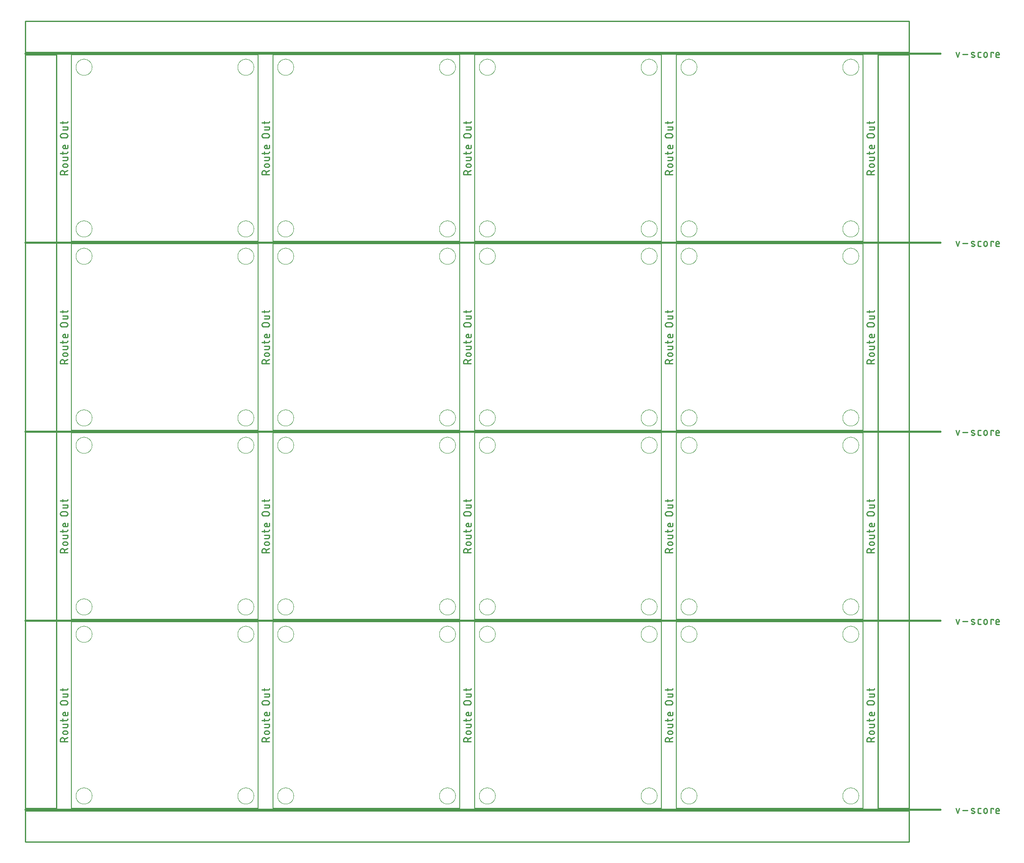
<source format=gko>
G75*
%MOIN*%
%OFA0B0*%
%FSLAX25Y25*%
%IPPOS*%
%LPD*%
%AMOC8*
5,1,8,0,0,1.08239X$1,22.5*
%
%ADD10C,0.00800*%
%ADD11C,0.01100*%
%ADD12C,0.01500*%
%ADD13C,0.01000*%
%ADD14C,0.00000*%
D10*
X0044962Y0028500D02*
X0044962Y0178500D01*
X0194962Y0178500D01*
X0194962Y0028500D01*
X0044962Y0028500D01*
X0206962Y0028500D02*
X0206962Y0178500D01*
X0356962Y0178500D01*
X0356962Y0028500D01*
X0206962Y0028500D01*
X0368962Y0028500D02*
X0368962Y0178500D01*
X0518962Y0178500D01*
X0518962Y0028500D01*
X0368962Y0028500D01*
X0530962Y0028500D02*
X0530962Y0178500D01*
X0680962Y0178500D01*
X0680962Y0028500D01*
X0530962Y0028500D01*
X0530962Y0180500D02*
X0530962Y0330500D01*
X0680962Y0330500D01*
X0680962Y0180500D01*
X0530962Y0180500D01*
X0518962Y0180500D02*
X0368962Y0180500D01*
X0368962Y0330500D01*
X0518962Y0330500D01*
X0518962Y0180500D01*
X0356962Y0180500D02*
X0206962Y0180500D01*
X0206962Y0330500D01*
X0356962Y0330500D01*
X0356962Y0180500D01*
X0194962Y0180500D02*
X0044962Y0180500D01*
X0044962Y0330500D01*
X0194962Y0330500D01*
X0194962Y0180500D01*
X0194962Y0332500D02*
X0044962Y0332500D01*
X0044962Y0482500D01*
X0194962Y0482500D01*
X0194962Y0332500D01*
X0206962Y0332500D02*
X0206962Y0482500D01*
X0356962Y0482500D01*
X0356962Y0332500D01*
X0206962Y0332500D01*
X0368962Y0332500D02*
X0368962Y0482500D01*
X0518962Y0482500D01*
X0518962Y0332500D01*
X0368962Y0332500D01*
X0530962Y0332500D02*
X0530962Y0482500D01*
X0680962Y0482500D01*
X0680962Y0332500D01*
X0530962Y0332500D01*
X0530962Y0484500D02*
X0530962Y0634500D01*
X0680962Y0634500D01*
X0680962Y0484500D01*
X0530962Y0484500D01*
X0518962Y0484500D02*
X0368962Y0484500D01*
X0368962Y0634500D01*
X0518962Y0634500D01*
X0518962Y0484500D01*
X0356962Y0484500D02*
X0206962Y0484500D01*
X0206962Y0634500D01*
X0356962Y0634500D01*
X0356962Y0484500D01*
X0194962Y0484500D02*
X0044962Y0484500D01*
X0044962Y0634500D01*
X0194962Y0634500D01*
X0194962Y0484500D01*
D11*
X0198012Y0538045D02*
X0198012Y0539684D01*
X0198014Y0539763D01*
X0198020Y0539842D01*
X0198029Y0539921D01*
X0198043Y0539999D01*
X0198060Y0540076D01*
X0198080Y0540153D01*
X0198105Y0540228D01*
X0198133Y0540302D01*
X0198165Y0540375D01*
X0198200Y0540446D01*
X0198238Y0540515D01*
X0198280Y0540582D01*
X0198325Y0540647D01*
X0198373Y0540710D01*
X0198424Y0540771D01*
X0198478Y0540829D01*
X0198535Y0540884D01*
X0198594Y0540937D01*
X0198656Y0540986D01*
X0198720Y0541033D01*
X0198786Y0541076D01*
X0198854Y0541116D01*
X0198925Y0541153D01*
X0198996Y0541187D01*
X0199070Y0541216D01*
X0199145Y0541243D01*
X0199220Y0541265D01*
X0199297Y0541284D01*
X0199375Y0541300D01*
X0199453Y0541311D01*
X0199532Y0541319D01*
X0199611Y0541323D01*
X0199691Y0541323D01*
X0199770Y0541319D01*
X0199849Y0541311D01*
X0199927Y0541300D01*
X0200005Y0541284D01*
X0200082Y0541265D01*
X0200157Y0541243D01*
X0200232Y0541216D01*
X0200306Y0541187D01*
X0200377Y0541153D01*
X0200448Y0541116D01*
X0200516Y0541076D01*
X0200582Y0541033D01*
X0200646Y0540986D01*
X0200708Y0540937D01*
X0200767Y0540884D01*
X0200824Y0540829D01*
X0200878Y0540771D01*
X0200929Y0540710D01*
X0200977Y0540647D01*
X0201022Y0540582D01*
X0201064Y0540515D01*
X0201102Y0540446D01*
X0201137Y0540375D01*
X0201169Y0540302D01*
X0201197Y0540228D01*
X0201222Y0540153D01*
X0201242Y0540076D01*
X0201259Y0539999D01*
X0201273Y0539921D01*
X0201282Y0539842D01*
X0201288Y0539763D01*
X0201290Y0539684D01*
X0201290Y0538045D01*
X0201290Y0540012D02*
X0203912Y0541323D01*
X0202601Y0544062D02*
X0201290Y0544062D01*
X0201219Y0544064D01*
X0201148Y0544070D01*
X0201078Y0544079D01*
X0201008Y0544093D01*
X0200939Y0544110D01*
X0200871Y0544131D01*
X0200805Y0544155D01*
X0200740Y0544183D01*
X0200676Y0544215D01*
X0200614Y0544250D01*
X0200554Y0544288D01*
X0200497Y0544329D01*
X0200441Y0544374D01*
X0200388Y0544421D01*
X0200338Y0544471D01*
X0200291Y0544524D01*
X0200246Y0544580D01*
X0200205Y0544637D01*
X0200167Y0544697D01*
X0200132Y0544759D01*
X0200100Y0544823D01*
X0200072Y0544888D01*
X0200048Y0544954D01*
X0200027Y0545022D01*
X0200010Y0545091D01*
X0199996Y0545161D01*
X0199987Y0545231D01*
X0199981Y0545302D01*
X0199979Y0545373D01*
X0199981Y0545444D01*
X0199987Y0545515D01*
X0199996Y0545585D01*
X0200010Y0545655D01*
X0200027Y0545724D01*
X0200048Y0545792D01*
X0200072Y0545858D01*
X0200100Y0545923D01*
X0200132Y0545987D01*
X0200167Y0546049D01*
X0200205Y0546109D01*
X0200246Y0546166D01*
X0200291Y0546222D01*
X0200338Y0546275D01*
X0200388Y0546325D01*
X0200441Y0546372D01*
X0200497Y0546417D01*
X0200554Y0546458D01*
X0200614Y0546496D01*
X0200676Y0546531D01*
X0200740Y0546563D01*
X0200805Y0546591D01*
X0200871Y0546615D01*
X0200939Y0546636D01*
X0201008Y0546653D01*
X0201078Y0546667D01*
X0201148Y0546676D01*
X0201219Y0546682D01*
X0201290Y0546684D01*
X0202601Y0546684D01*
X0202672Y0546682D01*
X0202743Y0546676D01*
X0202813Y0546667D01*
X0202883Y0546653D01*
X0202952Y0546636D01*
X0203020Y0546615D01*
X0203086Y0546591D01*
X0203151Y0546563D01*
X0203215Y0546531D01*
X0203277Y0546496D01*
X0203337Y0546458D01*
X0203394Y0546417D01*
X0203450Y0546372D01*
X0203503Y0546325D01*
X0203553Y0546275D01*
X0203600Y0546222D01*
X0203645Y0546166D01*
X0203686Y0546109D01*
X0203724Y0546049D01*
X0203759Y0545987D01*
X0203791Y0545923D01*
X0203819Y0545858D01*
X0203843Y0545792D01*
X0203864Y0545724D01*
X0203881Y0545655D01*
X0203895Y0545585D01*
X0203904Y0545515D01*
X0203910Y0545444D01*
X0203912Y0545373D01*
X0203910Y0545302D01*
X0203904Y0545231D01*
X0203895Y0545161D01*
X0203881Y0545091D01*
X0203864Y0545022D01*
X0203843Y0544954D01*
X0203819Y0544888D01*
X0203791Y0544823D01*
X0203759Y0544759D01*
X0203724Y0544697D01*
X0203686Y0544637D01*
X0203645Y0544580D01*
X0203600Y0544524D01*
X0203553Y0544471D01*
X0203503Y0544421D01*
X0203450Y0544374D01*
X0203394Y0544329D01*
X0203337Y0544288D01*
X0203277Y0544250D01*
X0203215Y0544215D01*
X0203151Y0544183D01*
X0203086Y0544155D01*
X0203020Y0544131D01*
X0202952Y0544110D01*
X0202883Y0544093D01*
X0202813Y0544079D01*
X0202743Y0544070D01*
X0202672Y0544064D01*
X0202601Y0544062D01*
X0202928Y0549601D02*
X0199978Y0549601D01*
X0199978Y0552223D02*
X0203912Y0552223D01*
X0203912Y0550584D01*
X0203911Y0550584D02*
X0203909Y0550522D01*
X0203903Y0550461D01*
X0203894Y0550400D01*
X0203880Y0550340D01*
X0203863Y0550280D01*
X0203842Y0550222D01*
X0203817Y0550165D01*
X0203789Y0550110D01*
X0203758Y0550057D01*
X0203723Y0550006D01*
X0203685Y0549957D01*
X0203645Y0549911D01*
X0203601Y0549867D01*
X0203555Y0549827D01*
X0203506Y0549789D01*
X0203455Y0549754D01*
X0203402Y0549723D01*
X0203347Y0549695D01*
X0203290Y0549670D01*
X0203232Y0549649D01*
X0203172Y0549632D01*
X0203112Y0549618D01*
X0203051Y0549609D01*
X0202990Y0549603D01*
X0202928Y0549601D01*
X0202928Y0555233D02*
X0198012Y0555233D01*
X0199978Y0554578D02*
X0199978Y0556544D01*
X0201290Y0559037D02*
X0202928Y0559037D01*
X0201945Y0559037D02*
X0201945Y0561659D01*
X0201290Y0561659D01*
X0201219Y0561657D01*
X0201148Y0561651D01*
X0201078Y0561642D01*
X0201008Y0561628D01*
X0200939Y0561611D01*
X0200871Y0561590D01*
X0200805Y0561566D01*
X0200740Y0561538D01*
X0200676Y0561506D01*
X0200614Y0561471D01*
X0200554Y0561433D01*
X0200497Y0561392D01*
X0200441Y0561347D01*
X0200388Y0561300D01*
X0200338Y0561250D01*
X0200291Y0561197D01*
X0200246Y0561141D01*
X0200205Y0561084D01*
X0200167Y0561024D01*
X0200132Y0560962D01*
X0200100Y0560898D01*
X0200072Y0560833D01*
X0200048Y0560767D01*
X0200027Y0560699D01*
X0200010Y0560630D01*
X0199996Y0560560D01*
X0199987Y0560490D01*
X0199981Y0560419D01*
X0199979Y0560348D01*
X0199981Y0560277D01*
X0199987Y0560206D01*
X0199996Y0560136D01*
X0200010Y0560066D01*
X0200027Y0559997D01*
X0200048Y0559929D01*
X0200072Y0559863D01*
X0200100Y0559798D01*
X0200132Y0559734D01*
X0200167Y0559672D01*
X0200205Y0559612D01*
X0200246Y0559555D01*
X0200291Y0559499D01*
X0200338Y0559446D01*
X0200388Y0559396D01*
X0200441Y0559349D01*
X0200497Y0559304D01*
X0200554Y0559263D01*
X0200614Y0559225D01*
X0200676Y0559190D01*
X0200740Y0559158D01*
X0200805Y0559130D01*
X0200871Y0559106D01*
X0200939Y0559085D01*
X0201008Y0559068D01*
X0201078Y0559054D01*
X0201148Y0559045D01*
X0201219Y0559039D01*
X0201290Y0559037D01*
X0202928Y0559037D02*
X0202990Y0559039D01*
X0203051Y0559045D01*
X0203112Y0559054D01*
X0203172Y0559068D01*
X0203232Y0559085D01*
X0203290Y0559106D01*
X0203347Y0559131D01*
X0203402Y0559159D01*
X0203455Y0559190D01*
X0203506Y0559225D01*
X0203555Y0559263D01*
X0203601Y0559303D01*
X0203645Y0559347D01*
X0203685Y0559393D01*
X0203723Y0559442D01*
X0203758Y0559493D01*
X0203789Y0559546D01*
X0203817Y0559601D01*
X0203842Y0559658D01*
X0203863Y0559716D01*
X0203880Y0559776D01*
X0203894Y0559836D01*
X0203903Y0559897D01*
X0203909Y0559958D01*
X0203911Y0560020D01*
X0203912Y0560020D02*
X0203912Y0561659D01*
X0203912Y0556544D02*
X0203912Y0556216D01*
X0203911Y0556216D02*
X0203909Y0556154D01*
X0203903Y0556093D01*
X0203894Y0556032D01*
X0203880Y0555972D01*
X0203863Y0555912D01*
X0203842Y0555854D01*
X0203817Y0555797D01*
X0203789Y0555742D01*
X0203758Y0555689D01*
X0203723Y0555638D01*
X0203685Y0555589D01*
X0203645Y0555543D01*
X0203601Y0555499D01*
X0203555Y0555459D01*
X0203506Y0555421D01*
X0203455Y0555386D01*
X0203402Y0555355D01*
X0203347Y0555327D01*
X0203290Y0555302D01*
X0203232Y0555281D01*
X0203172Y0555264D01*
X0203112Y0555250D01*
X0203051Y0555241D01*
X0202990Y0555235D01*
X0202928Y0555233D01*
X0202273Y0567735D02*
X0199651Y0567735D01*
X0199572Y0567737D01*
X0199493Y0567743D01*
X0199414Y0567752D01*
X0199336Y0567766D01*
X0199259Y0567783D01*
X0199182Y0567803D01*
X0199107Y0567828D01*
X0199033Y0567856D01*
X0198960Y0567888D01*
X0198889Y0567923D01*
X0198820Y0567961D01*
X0198753Y0568003D01*
X0198688Y0568048D01*
X0198625Y0568096D01*
X0198564Y0568147D01*
X0198506Y0568201D01*
X0198451Y0568258D01*
X0198398Y0568317D01*
X0198349Y0568379D01*
X0198302Y0568443D01*
X0198259Y0568509D01*
X0198219Y0568577D01*
X0198182Y0568648D01*
X0198148Y0568719D01*
X0198119Y0568793D01*
X0198092Y0568868D01*
X0198070Y0568943D01*
X0198051Y0569020D01*
X0198035Y0569098D01*
X0198024Y0569176D01*
X0198016Y0569255D01*
X0198012Y0569334D01*
X0198012Y0569414D01*
X0198016Y0569493D01*
X0198024Y0569572D01*
X0198035Y0569650D01*
X0198051Y0569728D01*
X0198070Y0569805D01*
X0198092Y0569880D01*
X0198119Y0569955D01*
X0198148Y0570029D01*
X0198182Y0570100D01*
X0198219Y0570171D01*
X0198259Y0570239D01*
X0198302Y0570305D01*
X0198349Y0570369D01*
X0198398Y0570431D01*
X0198451Y0570490D01*
X0198506Y0570547D01*
X0198564Y0570601D01*
X0198625Y0570652D01*
X0198688Y0570700D01*
X0198753Y0570745D01*
X0198820Y0570787D01*
X0198889Y0570825D01*
X0198960Y0570860D01*
X0199033Y0570892D01*
X0199107Y0570920D01*
X0199182Y0570945D01*
X0199259Y0570965D01*
X0199336Y0570982D01*
X0199414Y0570996D01*
X0199493Y0571005D01*
X0199572Y0571011D01*
X0199651Y0571013D01*
X0202273Y0571013D01*
X0202352Y0571011D01*
X0202431Y0571005D01*
X0202510Y0570996D01*
X0202588Y0570982D01*
X0202665Y0570965D01*
X0202742Y0570945D01*
X0202817Y0570920D01*
X0202891Y0570892D01*
X0202964Y0570860D01*
X0203035Y0570825D01*
X0203104Y0570787D01*
X0203171Y0570745D01*
X0203236Y0570700D01*
X0203299Y0570652D01*
X0203360Y0570601D01*
X0203418Y0570547D01*
X0203473Y0570490D01*
X0203526Y0570431D01*
X0203575Y0570369D01*
X0203622Y0570305D01*
X0203665Y0570239D01*
X0203705Y0570171D01*
X0203742Y0570100D01*
X0203776Y0570029D01*
X0203805Y0569955D01*
X0203832Y0569880D01*
X0203854Y0569805D01*
X0203873Y0569728D01*
X0203889Y0569650D01*
X0203900Y0569572D01*
X0203908Y0569493D01*
X0203912Y0569414D01*
X0203912Y0569334D01*
X0203908Y0569255D01*
X0203900Y0569176D01*
X0203889Y0569098D01*
X0203873Y0569020D01*
X0203854Y0568943D01*
X0203832Y0568868D01*
X0203805Y0568793D01*
X0203776Y0568719D01*
X0203742Y0568648D01*
X0203705Y0568577D01*
X0203665Y0568509D01*
X0203622Y0568443D01*
X0203575Y0568379D01*
X0203526Y0568317D01*
X0203473Y0568258D01*
X0203418Y0568201D01*
X0203360Y0568147D01*
X0203299Y0568096D01*
X0203236Y0568048D01*
X0203171Y0568003D01*
X0203104Y0567961D01*
X0203035Y0567923D01*
X0202964Y0567888D01*
X0202891Y0567856D01*
X0202817Y0567828D01*
X0202742Y0567803D01*
X0202665Y0567783D01*
X0202588Y0567766D01*
X0202510Y0567752D01*
X0202431Y0567743D01*
X0202352Y0567737D01*
X0202273Y0567735D01*
X0202928Y0574012D02*
X0199978Y0574012D01*
X0199978Y0576634D02*
X0203912Y0576634D01*
X0203912Y0574995D01*
X0203911Y0574995D02*
X0203909Y0574933D01*
X0203903Y0574872D01*
X0203894Y0574811D01*
X0203880Y0574751D01*
X0203863Y0574691D01*
X0203842Y0574633D01*
X0203817Y0574576D01*
X0203789Y0574521D01*
X0203758Y0574468D01*
X0203723Y0574417D01*
X0203685Y0574368D01*
X0203645Y0574322D01*
X0203601Y0574278D01*
X0203555Y0574238D01*
X0203506Y0574200D01*
X0203455Y0574165D01*
X0203402Y0574134D01*
X0203347Y0574106D01*
X0203290Y0574081D01*
X0203232Y0574060D01*
X0203172Y0574043D01*
X0203112Y0574029D01*
X0203051Y0574020D01*
X0202990Y0574014D01*
X0202928Y0574012D01*
X0202928Y0579644D02*
X0198012Y0579644D01*
X0199978Y0578988D02*
X0199978Y0580955D01*
X0202928Y0579644D02*
X0202990Y0579646D01*
X0203051Y0579652D01*
X0203112Y0579661D01*
X0203172Y0579675D01*
X0203232Y0579692D01*
X0203290Y0579713D01*
X0203347Y0579738D01*
X0203402Y0579766D01*
X0203455Y0579797D01*
X0203506Y0579832D01*
X0203555Y0579870D01*
X0203601Y0579910D01*
X0203645Y0579954D01*
X0203685Y0580000D01*
X0203723Y0580049D01*
X0203758Y0580100D01*
X0203789Y0580153D01*
X0203817Y0580208D01*
X0203842Y0580265D01*
X0203863Y0580323D01*
X0203880Y0580383D01*
X0203894Y0580443D01*
X0203903Y0580504D01*
X0203909Y0580565D01*
X0203911Y0580627D01*
X0203912Y0580627D02*
X0203912Y0580955D01*
X0203912Y0538045D02*
X0198012Y0538045D01*
X0199978Y0428955D02*
X0199978Y0426988D01*
X0198012Y0427644D02*
X0202928Y0427644D01*
X0202990Y0427646D01*
X0203051Y0427652D01*
X0203112Y0427661D01*
X0203172Y0427675D01*
X0203232Y0427692D01*
X0203290Y0427713D01*
X0203347Y0427738D01*
X0203402Y0427766D01*
X0203455Y0427797D01*
X0203506Y0427832D01*
X0203555Y0427870D01*
X0203601Y0427910D01*
X0203645Y0427954D01*
X0203685Y0428000D01*
X0203723Y0428049D01*
X0203758Y0428100D01*
X0203789Y0428153D01*
X0203817Y0428208D01*
X0203842Y0428265D01*
X0203863Y0428323D01*
X0203880Y0428383D01*
X0203894Y0428443D01*
X0203903Y0428504D01*
X0203909Y0428565D01*
X0203911Y0428627D01*
X0203912Y0428627D02*
X0203912Y0428955D01*
X0203912Y0424634D02*
X0199978Y0424634D01*
X0199978Y0422012D02*
X0202928Y0422012D01*
X0202990Y0422014D01*
X0203051Y0422020D01*
X0203112Y0422029D01*
X0203172Y0422043D01*
X0203232Y0422060D01*
X0203290Y0422081D01*
X0203347Y0422106D01*
X0203402Y0422134D01*
X0203455Y0422165D01*
X0203506Y0422200D01*
X0203555Y0422238D01*
X0203601Y0422278D01*
X0203645Y0422322D01*
X0203685Y0422368D01*
X0203723Y0422417D01*
X0203758Y0422468D01*
X0203789Y0422521D01*
X0203817Y0422576D01*
X0203842Y0422633D01*
X0203863Y0422691D01*
X0203880Y0422751D01*
X0203894Y0422811D01*
X0203903Y0422872D01*
X0203909Y0422933D01*
X0203911Y0422995D01*
X0203912Y0422995D02*
X0203912Y0424634D01*
X0202273Y0419013D02*
X0199651Y0419013D01*
X0199572Y0419011D01*
X0199493Y0419005D01*
X0199414Y0418996D01*
X0199336Y0418982D01*
X0199259Y0418965D01*
X0199182Y0418945D01*
X0199107Y0418920D01*
X0199033Y0418892D01*
X0198960Y0418860D01*
X0198889Y0418825D01*
X0198820Y0418787D01*
X0198753Y0418745D01*
X0198688Y0418700D01*
X0198625Y0418652D01*
X0198564Y0418601D01*
X0198506Y0418547D01*
X0198451Y0418490D01*
X0198398Y0418431D01*
X0198349Y0418369D01*
X0198302Y0418305D01*
X0198259Y0418239D01*
X0198219Y0418171D01*
X0198182Y0418100D01*
X0198148Y0418029D01*
X0198119Y0417955D01*
X0198092Y0417880D01*
X0198070Y0417805D01*
X0198051Y0417728D01*
X0198035Y0417650D01*
X0198024Y0417572D01*
X0198016Y0417493D01*
X0198012Y0417414D01*
X0198012Y0417334D01*
X0198016Y0417255D01*
X0198024Y0417176D01*
X0198035Y0417098D01*
X0198051Y0417020D01*
X0198070Y0416943D01*
X0198092Y0416868D01*
X0198119Y0416793D01*
X0198148Y0416719D01*
X0198182Y0416648D01*
X0198219Y0416577D01*
X0198259Y0416509D01*
X0198302Y0416443D01*
X0198349Y0416379D01*
X0198398Y0416317D01*
X0198451Y0416258D01*
X0198506Y0416201D01*
X0198564Y0416147D01*
X0198625Y0416096D01*
X0198688Y0416048D01*
X0198753Y0416003D01*
X0198820Y0415961D01*
X0198889Y0415923D01*
X0198960Y0415888D01*
X0199033Y0415856D01*
X0199107Y0415828D01*
X0199182Y0415803D01*
X0199259Y0415783D01*
X0199336Y0415766D01*
X0199414Y0415752D01*
X0199493Y0415743D01*
X0199572Y0415737D01*
X0199651Y0415735D01*
X0202273Y0415735D01*
X0202352Y0415737D01*
X0202431Y0415743D01*
X0202510Y0415752D01*
X0202588Y0415766D01*
X0202665Y0415783D01*
X0202742Y0415803D01*
X0202817Y0415828D01*
X0202891Y0415856D01*
X0202964Y0415888D01*
X0203035Y0415923D01*
X0203104Y0415961D01*
X0203171Y0416003D01*
X0203236Y0416048D01*
X0203299Y0416096D01*
X0203360Y0416147D01*
X0203418Y0416201D01*
X0203473Y0416258D01*
X0203526Y0416317D01*
X0203575Y0416379D01*
X0203622Y0416443D01*
X0203665Y0416509D01*
X0203705Y0416577D01*
X0203742Y0416648D01*
X0203776Y0416719D01*
X0203805Y0416793D01*
X0203832Y0416868D01*
X0203854Y0416943D01*
X0203873Y0417020D01*
X0203889Y0417098D01*
X0203900Y0417176D01*
X0203908Y0417255D01*
X0203912Y0417334D01*
X0203912Y0417414D01*
X0203908Y0417493D01*
X0203900Y0417572D01*
X0203889Y0417650D01*
X0203873Y0417728D01*
X0203854Y0417805D01*
X0203832Y0417880D01*
X0203805Y0417955D01*
X0203776Y0418029D01*
X0203742Y0418100D01*
X0203705Y0418171D01*
X0203665Y0418239D01*
X0203622Y0418305D01*
X0203575Y0418369D01*
X0203526Y0418431D01*
X0203473Y0418490D01*
X0203418Y0418547D01*
X0203360Y0418601D01*
X0203299Y0418652D01*
X0203236Y0418700D01*
X0203171Y0418745D01*
X0203104Y0418787D01*
X0203035Y0418825D01*
X0202964Y0418860D01*
X0202891Y0418892D01*
X0202817Y0418920D01*
X0202742Y0418945D01*
X0202665Y0418965D01*
X0202588Y0418982D01*
X0202510Y0418996D01*
X0202431Y0419005D01*
X0202352Y0419011D01*
X0202273Y0419013D01*
X0201945Y0409659D02*
X0201945Y0407037D01*
X0201290Y0407037D02*
X0202928Y0407037D01*
X0202990Y0407039D01*
X0203051Y0407045D01*
X0203112Y0407054D01*
X0203172Y0407068D01*
X0203232Y0407085D01*
X0203290Y0407106D01*
X0203347Y0407131D01*
X0203402Y0407159D01*
X0203455Y0407190D01*
X0203506Y0407225D01*
X0203555Y0407263D01*
X0203601Y0407303D01*
X0203645Y0407347D01*
X0203685Y0407393D01*
X0203723Y0407442D01*
X0203758Y0407493D01*
X0203789Y0407546D01*
X0203817Y0407601D01*
X0203842Y0407658D01*
X0203863Y0407716D01*
X0203880Y0407776D01*
X0203894Y0407836D01*
X0203903Y0407897D01*
X0203909Y0407958D01*
X0203911Y0408020D01*
X0203912Y0408020D02*
X0203912Y0409659D01*
X0201945Y0409659D02*
X0201290Y0409659D01*
X0201219Y0409657D01*
X0201148Y0409651D01*
X0201078Y0409642D01*
X0201008Y0409628D01*
X0200939Y0409611D01*
X0200871Y0409590D01*
X0200805Y0409566D01*
X0200740Y0409538D01*
X0200676Y0409506D01*
X0200614Y0409471D01*
X0200554Y0409433D01*
X0200497Y0409392D01*
X0200441Y0409347D01*
X0200388Y0409300D01*
X0200338Y0409250D01*
X0200291Y0409197D01*
X0200246Y0409141D01*
X0200205Y0409084D01*
X0200167Y0409024D01*
X0200132Y0408962D01*
X0200100Y0408898D01*
X0200072Y0408833D01*
X0200048Y0408767D01*
X0200027Y0408699D01*
X0200010Y0408630D01*
X0199996Y0408560D01*
X0199987Y0408490D01*
X0199981Y0408419D01*
X0199979Y0408348D01*
X0199981Y0408277D01*
X0199987Y0408206D01*
X0199996Y0408136D01*
X0200010Y0408066D01*
X0200027Y0407997D01*
X0200048Y0407929D01*
X0200072Y0407863D01*
X0200100Y0407798D01*
X0200132Y0407734D01*
X0200167Y0407672D01*
X0200205Y0407612D01*
X0200246Y0407555D01*
X0200291Y0407499D01*
X0200338Y0407446D01*
X0200388Y0407396D01*
X0200441Y0407349D01*
X0200497Y0407304D01*
X0200554Y0407263D01*
X0200614Y0407225D01*
X0200676Y0407190D01*
X0200740Y0407158D01*
X0200805Y0407130D01*
X0200871Y0407106D01*
X0200939Y0407085D01*
X0201008Y0407068D01*
X0201078Y0407054D01*
X0201148Y0407045D01*
X0201219Y0407039D01*
X0201290Y0407037D01*
X0199978Y0404544D02*
X0199978Y0402578D01*
X0198012Y0403233D02*
X0202928Y0403233D01*
X0202990Y0403235D01*
X0203051Y0403241D01*
X0203112Y0403250D01*
X0203172Y0403264D01*
X0203232Y0403281D01*
X0203290Y0403302D01*
X0203347Y0403327D01*
X0203402Y0403355D01*
X0203455Y0403386D01*
X0203506Y0403421D01*
X0203555Y0403459D01*
X0203601Y0403499D01*
X0203645Y0403543D01*
X0203685Y0403589D01*
X0203723Y0403638D01*
X0203758Y0403689D01*
X0203789Y0403742D01*
X0203817Y0403797D01*
X0203842Y0403854D01*
X0203863Y0403912D01*
X0203880Y0403972D01*
X0203894Y0404032D01*
X0203903Y0404093D01*
X0203909Y0404154D01*
X0203911Y0404216D01*
X0203912Y0404216D02*
X0203912Y0404544D01*
X0203912Y0400223D02*
X0199978Y0400223D01*
X0199978Y0397601D02*
X0202928Y0397601D01*
X0202990Y0397603D01*
X0203051Y0397609D01*
X0203112Y0397618D01*
X0203172Y0397632D01*
X0203232Y0397649D01*
X0203290Y0397670D01*
X0203347Y0397695D01*
X0203402Y0397723D01*
X0203455Y0397754D01*
X0203506Y0397789D01*
X0203555Y0397827D01*
X0203601Y0397867D01*
X0203645Y0397911D01*
X0203685Y0397957D01*
X0203723Y0398006D01*
X0203758Y0398057D01*
X0203789Y0398110D01*
X0203817Y0398165D01*
X0203842Y0398222D01*
X0203863Y0398280D01*
X0203880Y0398340D01*
X0203894Y0398400D01*
X0203903Y0398461D01*
X0203909Y0398522D01*
X0203911Y0398584D01*
X0203912Y0398584D02*
X0203912Y0400223D01*
X0202601Y0394684D02*
X0201290Y0394684D01*
X0201219Y0394682D01*
X0201148Y0394676D01*
X0201078Y0394667D01*
X0201008Y0394653D01*
X0200939Y0394636D01*
X0200871Y0394615D01*
X0200805Y0394591D01*
X0200740Y0394563D01*
X0200676Y0394531D01*
X0200614Y0394496D01*
X0200554Y0394458D01*
X0200497Y0394417D01*
X0200441Y0394372D01*
X0200388Y0394325D01*
X0200338Y0394275D01*
X0200291Y0394222D01*
X0200246Y0394166D01*
X0200205Y0394109D01*
X0200167Y0394049D01*
X0200132Y0393987D01*
X0200100Y0393923D01*
X0200072Y0393858D01*
X0200048Y0393792D01*
X0200027Y0393724D01*
X0200010Y0393655D01*
X0199996Y0393585D01*
X0199987Y0393515D01*
X0199981Y0393444D01*
X0199979Y0393373D01*
X0199981Y0393302D01*
X0199987Y0393231D01*
X0199996Y0393161D01*
X0200010Y0393091D01*
X0200027Y0393022D01*
X0200048Y0392954D01*
X0200072Y0392888D01*
X0200100Y0392823D01*
X0200132Y0392759D01*
X0200167Y0392697D01*
X0200205Y0392637D01*
X0200246Y0392580D01*
X0200291Y0392524D01*
X0200338Y0392471D01*
X0200388Y0392421D01*
X0200441Y0392374D01*
X0200497Y0392329D01*
X0200554Y0392288D01*
X0200614Y0392250D01*
X0200676Y0392215D01*
X0200740Y0392183D01*
X0200805Y0392155D01*
X0200871Y0392131D01*
X0200939Y0392110D01*
X0201008Y0392093D01*
X0201078Y0392079D01*
X0201148Y0392070D01*
X0201219Y0392064D01*
X0201290Y0392062D01*
X0202601Y0392062D01*
X0202672Y0392064D01*
X0202743Y0392070D01*
X0202813Y0392079D01*
X0202883Y0392093D01*
X0202952Y0392110D01*
X0203020Y0392131D01*
X0203086Y0392155D01*
X0203151Y0392183D01*
X0203215Y0392215D01*
X0203277Y0392250D01*
X0203337Y0392288D01*
X0203394Y0392329D01*
X0203450Y0392374D01*
X0203503Y0392421D01*
X0203553Y0392471D01*
X0203600Y0392524D01*
X0203645Y0392580D01*
X0203686Y0392637D01*
X0203724Y0392697D01*
X0203759Y0392759D01*
X0203791Y0392823D01*
X0203819Y0392888D01*
X0203843Y0392954D01*
X0203864Y0393022D01*
X0203881Y0393091D01*
X0203895Y0393161D01*
X0203904Y0393231D01*
X0203910Y0393302D01*
X0203912Y0393373D01*
X0203910Y0393444D01*
X0203904Y0393515D01*
X0203895Y0393585D01*
X0203881Y0393655D01*
X0203864Y0393724D01*
X0203843Y0393792D01*
X0203819Y0393858D01*
X0203791Y0393923D01*
X0203759Y0393987D01*
X0203724Y0394049D01*
X0203686Y0394109D01*
X0203645Y0394166D01*
X0203600Y0394222D01*
X0203553Y0394275D01*
X0203503Y0394325D01*
X0203450Y0394372D01*
X0203394Y0394417D01*
X0203337Y0394458D01*
X0203277Y0394496D01*
X0203215Y0394531D01*
X0203151Y0394563D01*
X0203086Y0394591D01*
X0203020Y0394615D01*
X0202952Y0394636D01*
X0202883Y0394653D01*
X0202813Y0394667D01*
X0202743Y0394676D01*
X0202672Y0394682D01*
X0202601Y0394684D01*
X0203912Y0389323D02*
X0201290Y0388012D01*
X0201290Y0387684D02*
X0201290Y0386045D01*
X0201290Y0387684D02*
X0201288Y0387763D01*
X0201282Y0387842D01*
X0201273Y0387921D01*
X0201259Y0387999D01*
X0201242Y0388076D01*
X0201222Y0388153D01*
X0201197Y0388228D01*
X0201169Y0388302D01*
X0201137Y0388375D01*
X0201102Y0388446D01*
X0201064Y0388515D01*
X0201022Y0388582D01*
X0200977Y0388647D01*
X0200929Y0388710D01*
X0200878Y0388771D01*
X0200824Y0388829D01*
X0200767Y0388884D01*
X0200708Y0388937D01*
X0200646Y0388986D01*
X0200582Y0389033D01*
X0200516Y0389076D01*
X0200448Y0389116D01*
X0200377Y0389153D01*
X0200306Y0389187D01*
X0200232Y0389216D01*
X0200157Y0389243D01*
X0200082Y0389265D01*
X0200005Y0389284D01*
X0199927Y0389300D01*
X0199849Y0389311D01*
X0199770Y0389319D01*
X0199691Y0389323D01*
X0199611Y0389323D01*
X0199532Y0389319D01*
X0199453Y0389311D01*
X0199375Y0389300D01*
X0199297Y0389284D01*
X0199220Y0389265D01*
X0199145Y0389243D01*
X0199070Y0389216D01*
X0198996Y0389187D01*
X0198925Y0389153D01*
X0198854Y0389116D01*
X0198786Y0389076D01*
X0198720Y0389033D01*
X0198656Y0388986D01*
X0198594Y0388937D01*
X0198535Y0388884D01*
X0198478Y0388829D01*
X0198424Y0388771D01*
X0198373Y0388710D01*
X0198325Y0388647D01*
X0198280Y0388582D01*
X0198238Y0388515D01*
X0198200Y0388446D01*
X0198165Y0388375D01*
X0198133Y0388302D01*
X0198105Y0388228D01*
X0198080Y0388153D01*
X0198060Y0388076D01*
X0198043Y0387999D01*
X0198029Y0387921D01*
X0198020Y0387842D01*
X0198014Y0387763D01*
X0198012Y0387684D01*
X0198012Y0386045D01*
X0203912Y0386045D01*
X0203912Y0276955D02*
X0203912Y0276627D01*
X0203911Y0276627D02*
X0203909Y0276565D01*
X0203903Y0276504D01*
X0203894Y0276443D01*
X0203880Y0276383D01*
X0203863Y0276323D01*
X0203842Y0276265D01*
X0203817Y0276208D01*
X0203789Y0276153D01*
X0203758Y0276100D01*
X0203723Y0276049D01*
X0203685Y0276000D01*
X0203645Y0275954D01*
X0203601Y0275910D01*
X0203555Y0275870D01*
X0203506Y0275832D01*
X0203455Y0275797D01*
X0203402Y0275766D01*
X0203347Y0275738D01*
X0203290Y0275713D01*
X0203232Y0275692D01*
X0203172Y0275675D01*
X0203112Y0275661D01*
X0203051Y0275652D01*
X0202990Y0275646D01*
X0202928Y0275644D01*
X0198012Y0275644D01*
X0199978Y0274988D02*
X0199978Y0276955D01*
X0199978Y0272634D02*
X0203912Y0272634D01*
X0203912Y0270995D01*
X0203911Y0270995D02*
X0203909Y0270933D01*
X0203903Y0270872D01*
X0203894Y0270811D01*
X0203880Y0270751D01*
X0203863Y0270691D01*
X0203842Y0270633D01*
X0203817Y0270576D01*
X0203789Y0270521D01*
X0203758Y0270468D01*
X0203723Y0270417D01*
X0203685Y0270368D01*
X0203645Y0270322D01*
X0203601Y0270278D01*
X0203555Y0270238D01*
X0203506Y0270200D01*
X0203455Y0270165D01*
X0203402Y0270134D01*
X0203347Y0270106D01*
X0203290Y0270081D01*
X0203232Y0270060D01*
X0203172Y0270043D01*
X0203112Y0270029D01*
X0203051Y0270020D01*
X0202990Y0270014D01*
X0202928Y0270012D01*
X0199978Y0270012D01*
X0199651Y0267013D02*
X0202273Y0267013D01*
X0202352Y0267011D01*
X0202431Y0267005D01*
X0202510Y0266996D01*
X0202588Y0266982D01*
X0202665Y0266965D01*
X0202742Y0266945D01*
X0202817Y0266920D01*
X0202891Y0266892D01*
X0202964Y0266860D01*
X0203035Y0266825D01*
X0203104Y0266787D01*
X0203171Y0266745D01*
X0203236Y0266700D01*
X0203299Y0266652D01*
X0203360Y0266601D01*
X0203418Y0266547D01*
X0203473Y0266490D01*
X0203526Y0266431D01*
X0203575Y0266369D01*
X0203622Y0266305D01*
X0203665Y0266239D01*
X0203705Y0266171D01*
X0203742Y0266100D01*
X0203776Y0266029D01*
X0203805Y0265955D01*
X0203832Y0265880D01*
X0203854Y0265805D01*
X0203873Y0265728D01*
X0203889Y0265650D01*
X0203900Y0265572D01*
X0203908Y0265493D01*
X0203912Y0265414D01*
X0203912Y0265334D01*
X0203908Y0265255D01*
X0203900Y0265176D01*
X0203889Y0265098D01*
X0203873Y0265020D01*
X0203854Y0264943D01*
X0203832Y0264868D01*
X0203805Y0264793D01*
X0203776Y0264719D01*
X0203742Y0264648D01*
X0203705Y0264577D01*
X0203665Y0264509D01*
X0203622Y0264443D01*
X0203575Y0264379D01*
X0203526Y0264317D01*
X0203473Y0264258D01*
X0203418Y0264201D01*
X0203360Y0264147D01*
X0203299Y0264096D01*
X0203236Y0264048D01*
X0203171Y0264003D01*
X0203104Y0263961D01*
X0203035Y0263923D01*
X0202964Y0263888D01*
X0202891Y0263856D01*
X0202817Y0263828D01*
X0202742Y0263803D01*
X0202665Y0263783D01*
X0202588Y0263766D01*
X0202510Y0263752D01*
X0202431Y0263743D01*
X0202352Y0263737D01*
X0202273Y0263735D01*
X0199651Y0263735D01*
X0199572Y0263737D01*
X0199493Y0263743D01*
X0199414Y0263752D01*
X0199336Y0263766D01*
X0199259Y0263783D01*
X0199182Y0263803D01*
X0199107Y0263828D01*
X0199033Y0263856D01*
X0198960Y0263888D01*
X0198889Y0263923D01*
X0198820Y0263961D01*
X0198753Y0264003D01*
X0198688Y0264048D01*
X0198625Y0264096D01*
X0198564Y0264147D01*
X0198506Y0264201D01*
X0198451Y0264258D01*
X0198398Y0264317D01*
X0198349Y0264379D01*
X0198302Y0264443D01*
X0198259Y0264509D01*
X0198219Y0264577D01*
X0198182Y0264648D01*
X0198148Y0264719D01*
X0198119Y0264793D01*
X0198092Y0264868D01*
X0198070Y0264943D01*
X0198051Y0265020D01*
X0198035Y0265098D01*
X0198024Y0265176D01*
X0198016Y0265255D01*
X0198012Y0265334D01*
X0198012Y0265414D01*
X0198016Y0265493D01*
X0198024Y0265572D01*
X0198035Y0265650D01*
X0198051Y0265728D01*
X0198070Y0265805D01*
X0198092Y0265880D01*
X0198119Y0265955D01*
X0198148Y0266029D01*
X0198182Y0266100D01*
X0198219Y0266171D01*
X0198259Y0266239D01*
X0198302Y0266305D01*
X0198349Y0266369D01*
X0198398Y0266431D01*
X0198451Y0266490D01*
X0198506Y0266547D01*
X0198564Y0266601D01*
X0198625Y0266652D01*
X0198688Y0266700D01*
X0198753Y0266745D01*
X0198820Y0266787D01*
X0198889Y0266825D01*
X0198960Y0266860D01*
X0199033Y0266892D01*
X0199107Y0266920D01*
X0199182Y0266945D01*
X0199259Y0266965D01*
X0199336Y0266982D01*
X0199414Y0266996D01*
X0199493Y0267005D01*
X0199572Y0267011D01*
X0199651Y0267013D01*
X0201290Y0257659D02*
X0201945Y0257659D01*
X0201945Y0255037D01*
X0201290Y0255037D02*
X0202928Y0255037D01*
X0202990Y0255039D01*
X0203051Y0255045D01*
X0203112Y0255054D01*
X0203172Y0255068D01*
X0203232Y0255085D01*
X0203290Y0255106D01*
X0203347Y0255131D01*
X0203402Y0255159D01*
X0203455Y0255190D01*
X0203506Y0255225D01*
X0203555Y0255263D01*
X0203601Y0255303D01*
X0203645Y0255347D01*
X0203685Y0255393D01*
X0203723Y0255442D01*
X0203758Y0255493D01*
X0203789Y0255546D01*
X0203817Y0255601D01*
X0203842Y0255658D01*
X0203863Y0255716D01*
X0203880Y0255776D01*
X0203894Y0255836D01*
X0203903Y0255897D01*
X0203909Y0255958D01*
X0203911Y0256020D01*
X0203912Y0256020D02*
X0203912Y0257659D01*
X0201290Y0257659D02*
X0201219Y0257657D01*
X0201148Y0257651D01*
X0201078Y0257642D01*
X0201008Y0257628D01*
X0200939Y0257611D01*
X0200871Y0257590D01*
X0200805Y0257566D01*
X0200740Y0257538D01*
X0200676Y0257506D01*
X0200614Y0257471D01*
X0200554Y0257433D01*
X0200497Y0257392D01*
X0200441Y0257347D01*
X0200388Y0257300D01*
X0200338Y0257250D01*
X0200291Y0257197D01*
X0200246Y0257141D01*
X0200205Y0257084D01*
X0200167Y0257024D01*
X0200132Y0256962D01*
X0200100Y0256898D01*
X0200072Y0256833D01*
X0200048Y0256767D01*
X0200027Y0256699D01*
X0200010Y0256630D01*
X0199996Y0256560D01*
X0199987Y0256490D01*
X0199981Y0256419D01*
X0199979Y0256348D01*
X0199981Y0256277D01*
X0199987Y0256206D01*
X0199996Y0256136D01*
X0200010Y0256066D01*
X0200027Y0255997D01*
X0200048Y0255929D01*
X0200072Y0255863D01*
X0200100Y0255798D01*
X0200132Y0255734D01*
X0200167Y0255672D01*
X0200205Y0255612D01*
X0200246Y0255555D01*
X0200291Y0255499D01*
X0200338Y0255446D01*
X0200388Y0255396D01*
X0200441Y0255349D01*
X0200497Y0255304D01*
X0200554Y0255263D01*
X0200614Y0255225D01*
X0200676Y0255190D01*
X0200740Y0255158D01*
X0200805Y0255130D01*
X0200871Y0255106D01*
X0200939Y0255085D01*
X0201008Y0255068D01*
X0201078Y0255054D01*
X0201148Y0255045D01*
X0201219Y0255039D01*
X0201290Y0255037D01*
X0199978Y0252544D02*
X0199978Y0250578D01*
X0198012Y0251233D02*
X0202928Y0251233D01*
X0202990Y0251235D01*
X0203051Y0251241D01*
X0203112Y0251250D01*
X0203172Y0251264D01*
X0203232Y0251281D01*
X0203290Y0251302D01*
X0203347Y0251327D01*
X0203402Y0251355D01*
X0203455Y0251386D01*
X0203506Y0251421D01*
X0203555Y0251459D01*
X0203601Y0251499D01*
X0203645Y0251543D01*
X0203685Y0251589D01*
X0203723Y0251638D01*
X0203758Y0251689D01*
X0203789Y0251742D01*
X0203817Y0251797D01*
X0203842Y0251854D01*
X0203863Y0251912D01*
X0203880Y0251972D01*
X0203894Y0252032D01*
X0203903Y0252093D01*
X0203909Y0252154D01*
X0203911Y0252216D01*
X0203912Y0252216D02*
X0203912Y0252544D01*
X0203912Y0248223D02*
X0199978Y0248223D01*
X0199978Y0245601D02*
X0202928Y0245601D01*
X0202990Y0245603D01*
X0203051Y0245609D01*
X0203112Y0245618D01*
X0203172Y0245632D01*
X0203232Y0245649D01*
X0203290Y0245670D01*
X0203347Y0245695D01*
X0203402Y0245723D01*
X0203455Y0245754D01*
X0203506Y0245789D01*
X0203555Y0245827D01*
X0203601Y0245867D01*
X0203645Y0245911D01*
X0203685Y0245957D01*
X0203723Y0246006D01*
X0203758Y0246057D01*
X0203789Y0246110D01*
X0203817Y0246165D01*
X0203842Y0246222D01*
X0203863Y0246280D01*
X0203880Y0246340D01*
X0203894Y0246400D01*
X0203903Y0246461D01*
X0203909Y0246522D01*
X0203911Y0246584D01*
X0203912Y0246584D02*
X0203912Y0248223D01*
X0202601Y0242684D02*
X0201290Y0242684D01*
X0201219Y0242682D01*
X0201148Y0242676D01*
X0201078Y0242667D01*
X0201008Y0242653D01*
X0200939Y0242636D01*
X0200871Y0242615D01*
X0200805Y0242591D01*
X0200740Y0242563D01*
X0200676Y0242531D01*
X0200614Y0242496D01*
X0200554Y0242458D01*
X0200497Y0242417D01*
X0200441Y0242372D01*
X0200388Y0242325D01*
X0200338Y0242275D01*
X0200291Y0242222D01*
X0200246Y0242166D01*
X0200205Y0242109D01*
X0200167Y0242049D01*
X0200132Y0241987D01*
X0200100Y0241923D01*
X0200072Y0241858D01*
X0200048Y0241792D01*
X0200027Y0241724D01*
X0200010Y0241655D01*
X0199996Y0241585D01*
X0199987Y0241515D01*
X0199981Y0241444D01*
X0199979Y0241373D01*
X0199981Y0241302D01*
X0199987Y0241231D01*
X0199996Y0241161D01*
X0200010Y0241091D01*
X0200027Y0241022D01*
X0200048Y0240954D01*
X0200072Y0240888D01*
X0200100Y0240823D01*
X0200132Y0240759D01*
X0200167Y0240697D01*
X0200205Y0240637D01*
X0200246Y0240580D01*
X0200291Y0240524D01*
X0200338Y0240471D01*
X0200388Y0240421D01*
X0200441Y0240374D01*
X0200497Y0240329D01*
X0200554Y0240288D01*
X0200614Y0240250D01*
X0200676Y0240215D01*
X0200740Y0240183D01*
X0200805Y0240155D01*
X0200871Y0240131D01*
X0200939Y0240110D01*
X0201008Y0240093D01*
X0201078Y0240079D01*
X0201148Y0240070D01*
X0201219Y0240064D01*
X0201290Y0240062D01*
X0202601Y0240062D01*
X0202672Y0240064D01*
X0202743Y0240070D01*
X0202813Y0240079D01*
X0202883Y0240093D01*
X0202952Y0240110D01*
X0203020Y0240131D01*
X0203086Y0240155D01*
X0203151Y0240183D01*
X0203215Y0240215D01*
X0203277Y0240250D01*
X0203337Y0240288D01*
X0203394Y0240329D01*
X0203450Y0240374D01*
X0203503Y0240421D01*
X0203553Y0240471D01*
X0203600Y0240524D01*
X0203645Y0240580D01*
X0203686Y0240637D01*
X0203724Y0240697D01*
X0203759Y0240759D01*
X0203791Y0240823D01*
X0203819Y0240888D01*
X0203843Y0240954D01*
X0203864Y0241022D01*
X0203881Y0241091D01*
X0203895Y0241161D01*
X0203904Y0241231D01*
X0203910Y0241302D01*
X0203912Y0241373D01*
X0203910Y0241444D01*
X0203904Y0241515D01*
X0203895Y0241585D01*
X0203881Y0241655D01*
X0203864Y0241724D01*
X0203843Y0241792D01*
X0203819Y0241858D01*
X0203791Y0241923D01*
X0203759Y0241987D01*
X0203724Y0242049D01*
X0203686Y0242109D01*
X0203645Y0242166D01*
X0203600Y0242222D01*
X0203553Y0242275D01*
X0203503Y0242325D01*
X0203450Y0242372D01*
X0203394Y0242417D01*
X0203337Y0242458D01*
X0203277Y0242496D01*
X0203215Y0242531D01*
X0203151Y0242563D01*
X0203086Y0242591D01*
X0203020Y0242615D01*
X0202952Y0242636D01*
X0202883Y0242653D01*
X0202813Y0242667D01*
X0202743Y0242676D01*
X0202672Y0242682D01*
X0202601Y0242684D01*
X0203912Y0237323D02*
X0201290Y0236012D01*
X0201290Y0235684D02*
X0201290Y0234045D01*
X0201290Y0235684D02*
X0201288Y0235763D01*
X0201282Y0235842D01*
X0201273Y0235921D01*
X0201259Y0235999D01*
X0201242Y0236076D01*
X0201222Y0236153D01*
X0201197Y0236228D01*
X0201169Y0236302D01*
X0201137Y0236375D01*
X0201102Y0236446D01*
X0201064Y0236515D01*
X0201022Y0236582D01*
X0200977Y0236647D01*
X0200929Y0236710D01*
X0200878Y0236771D01*
X0200824Y0236829D01*
X0200767Y0236884D01*
X0200708Y0236937D01*
X0200646Y0236986D01*
X0200582Y0237033D01*
X0200516Y0237076D01*
X0200448Y0237116D01*
X0200377Y0237153D01*
X0200306Y0237187D01*
X0200232Y0237216D01*
X0200157Y0237243D01*
X0200082Y0237265D01*
X0200005Y0237284D01*
X0199927Y0237300D01*
X0199849Y0237311D01*
X0199770Y0237319D01*
X0199691Y0237323D01*
X0199611Y0237323D01*
X0199532Y0237319D01*
X0199453Y0237311D01*
X0199375Y0237300D01*
X0199297Y0237284D01*
X0199220Y0237265D01*
X0199145Y0237243D01*
X0199070Y0237216D01*
X0198996Y0237187D01*
X0198925Y0237153D01*
X0198854Y0237116D01*
X0198786Y0237076D01*
X0198720Y0237033D01*
X0198656Y0236986D01*
X0198594Y0236937D01*
X0198535Y0236884D01*
X0198478Y0236829D01*
X0198424Y0236771D01*
X0198373Y0236710D01*
X0198325Y0236647D01*
X0198280Y0236582D01*
X0198238Y0236515D01*
X0198200Y0236446D01*
X0198165Y0236375D01*
X0198133Y0236302D01*
X0198105Y0236228D01*
X0198080Y0236153D01*
X0198060Y0236076D01*
X0198043Y0235999D01*
X0198029Y0235921D01*
X0198020Y0235842D01*
X0198014Y0235763D01*
X0198012Y0235684D01*
X0198012Y0234045D01*
X0203912Y0234045D01*
X0203912Y0124955D02*
X0203912Y0124627D01*
X0203911Y0124627D02*
X0203909Y0124565D01*
X0203903Y0124504D01*
X0203894Y0124443D01*
X0203880Y0124383D01*
X0203863Y0124323D01*
X0203842Y0124265D01*
X0203817Y0124208D01*
X0203789Y0124153D01*
X0203758Y0124100D01*
X0203723Y0124049D01*
X0203685Y0124000D01*
X0203645Y0123954D01*
X0203601Y0123910D01*
X0203555Y0123870D01*
X0203506Y0123832D01*
X0203455Y0123797D01*
X0203402Y0123766D01*
X0203347Y0123738D01*
X0203290Y0123713D01*
X0203232Y0123692D01*
X0203172Y0123675D01*
X0203112Y0123661D01*
X0203051Y0123652D01*
X0202990Y0123646D01*
X0202928Y0123644D01*
X0198012Y0123644D01*
X0199978Y0122988D02*
X0199978Y0124955D01*
X0199978Y0120634D02*
X0203912Y0120634D01*
X0203912Y0118995D01*
X0203911Y0118995D02*
X0203909Y0118933D01*
X0203903Y0118872D01*
X0203894Y0118811D01*
X0203880Y0118751D01*
X0203863Y0118691D01*
X0203842Y0118633D01*
X0203817Y0118576D01*
X0203789Y0118521D01*
X0203758Y0118468D01*
X0203723Y0118417D01*
X0203685Y0118368D01*
X0203645Y0118322D01*
X0203601Y0118278D01*
X0203555Y0118238D01*
X0203506Y0118200D01*
X0203455Y0118165D01*
X0203402Y0118134D01*
X0203347Y0118106D01*
X0203290Y0118081D01*
X0203232Y0118060D01*
X0203172Y0118043D01*
X0203112Y0118029D01*
X0203051Y0118020D01*
X0202990Y0118014D01*
X0202928Y0118012D01*
X0199978Y0118012D01*
X0199651Y0115013D02*
X0202273Y0115013D01*
X0202352Y0115011D01*
X0202431Y0115005D01*
X0202510Y0114996D01*
X0202588Y0114982D01*
X0202665Y0114965D01*
X0202742Y0114945D01*
X0202817Y0114920D01*
X0202891Y0114892D01*
X0202964Y0114860D01*
X0203035Y0114825D01*
X0203104Y0114787D01*
X0203171Y0114745D01*
X0203236Y0114700D01*
X0203299Y0114652D01*
X0203360Y0114601D01*
X0203418Y0114547D01*
X0203473Y0114490D01*
X0203526Y0114431D01*
X0203575Y0114369D01*
X0203622Y0114305D01*
X0203665Y0114239D01*
X0203705Y0114171D01*
X0203742Y0114100D01*
X0203776Y0114029D01*
X0203805Y0113955D01*
X0203832Y0113880D01*
X0203854Y0113805D01*
X0203873Y0113728D01*
X0203889Y0113650D01*
X0203900Y0113572D01*
X0203908Y0113493D01*
X0203912Y0113414D01*
X0203912Y0113334D01*
X0203908Y0113255D01*
X0203900Y0113176D01*
X0203889Y0113098D01*
X0203873Y0113020D01*
X0203854Y0112943D01*
X0203832Y0112868D01*
X0203805Y0112793D01*
X0203776Y0112719D01*
X0203742Y0112648D01*
X0203705Y0112577D01*
X0203665Y0112509D01*
X0203622Y0112443D01*
X0203575Y0112379D01*
X0203526Y0112317D01*
X0203473Y0112258D01*
X0203418Y0112201D01*
X0203360Y0112147D01*
X0203299Y0112096D01*
X0203236Y0112048D01*
X0203171Y0112003D01*
X0203104Y0111961D01*
X0203035Y0111923D01*
X0202964Y0111888D01*
X0202891Y0111856D01*
X0202817Y0111828D01*
X0202742Y0111803D01*
X0202665Y0111783D01*
X0202588Y0111766D01*
X0202510Y0111752D01*
X0202431Y0111743D01*
X0202352Y0111737D01*
X0202273Y0111735D01*
X0199651Y0111735D01*
X0199572Y0111737D01*
X0199493Y0111743D01*
X0199414Y0111752D01*
X0199336Y0111766D01*
X0199259Y0111783D01*
X0199182Y0111803D01*
X0199107Y0111828D01*
X0199033Y0111856D01*
X0198960Y0111888D01*
X0198889Y0111923D01*
X0198820Y0111961D01*
X0198753Y0112003D01*
X0198688Y0112048D01*
X0198625Y0112096D01*
X0198564Y0112147D01*
X0198506Y0112201D01*
X0198451Y0112258D01*
X0198398Y0112317D01*
X0198349Y0112379D01*
X0198302Y0112443D01*
X0198259Y0112509D01*
X0198219Y0112577D01*
X0198182Y0112648D01*
X0198148Y0112719D01*
X0198119Y0112793D01*
X0198092Y0112868D01*
X0198070Y0112943D01*
X0198051Y0113020D01*
X0198035Y0113098D01*
X0198024Y0113176D01*
X0198016Y0113255D01*
X0198012Y0113334D01*
X0198012Y0113414D01*
X0198016Y0113493D01*
X0198024Y0113572D01*
X0198035Y0113650D01*
X0198051Y0113728D01*
X0198070Y0113805D01*
X0198092Y0113880D01*
X0198119Y0113955D01*
X0198148Y0114029D01*
X0198182Y0114100D01*
X0198219Y0114171D01*
X0198259Y0114239D01*
X0198302Y0114305D01*
X0198349Y0114369D01*
X0198398Y0114431D01*
X0198451Y0114490D01*
X0198506Y0114547D01*
X0198564Y0114601D01*
X0198625Y0114652D01*
X0198688Y0114700D01*
X0198753Y0114745D01*
X0198820Y0114787D01*
X0198889Y0114825D01*
X0198960Y0114860D01*
X0199033Y0114892D01*
X0199107Y0114920D01*
X0199182Y0114945D01*
X0199259Y0114965D01*
X0199336Y0114982D01*
X0199414Y0114996D01*
X0199493Y0115005D01*
X0199572Y0115011D01*
X0199651Y0115013D01*
X0201290Y0105659D02*
X0201945Y0105659D01*
X0201945Y0103037D01*
X0201290Y0103037D02*
X0202928Y0103037D01*
X0202990Y0103039D01*
X0203051Y0103045D01*
X0203112Y0103054D01*
X0203172Y0103068D01*
X0203232Y0103085D01*
X0203290Y0103106D01*
X0203347Y0103131D01*
X0203402Y0103159D01*
X0203455Y0103190D01*
X0203506Y0103225D01*
X0203555Y0103263D01*
X0203601Y0103303D01*
X0203645Y0103347D01*
X0203685Y0103393D01*
X0203723Y0103442D01*
X0203758Y0103493D01*
X0203789Y0103546D01*
X0203817Y0103601D01*
X0203842Y0103658D01*
X0203863Y0103716D01*
X0203880Y0103776D01*
X0203894Y0103836D01*
X0203903Y0103897D01*
X0203909Y0103958D01*
X0203911Y0104020D01*
X0203912Y0104020D02*
X0203912Y0105659D01*
X0201290Y0105659D02*
X0201219Y0105657D01*
X0201148Y0105651D01*
X0201078Y0105642D01*
X0201008Y0105628D01*
X0200939Y0105611D01*
X0200871Y0105590D01*
X0200805Y0105566D01*
X0200740Y0105538D01*
X0200676Y0105506D01*
X0200614Y0105471D01*
X0200554Y0105433D01*
X0200497Y0105392D01*
X0200441Y0105347D01*
X0200388Y0105300D01*
X0200338Y0105250D01*
X0200291Y0105197D01*
X0200246Y0105141D01*
X0200205Y0105084D01*
X0200167Y0105024D01*
X0200132Y0104962D01*
X0200100Y0104898D01*
X0200072Y0104833D01*
X0200048Y0104767D01*
X0200027Y0104699D01*
X0200010Y0104630D01*
X0199996Y0104560D01*
X0199987Y0104490D01*
X0199981Y0104419D01*
X0199979Y0104348D01*
X0199981Y0104277D01*
X0199987Y0104206D01*
X0199996Y0104136D01*
X0200010Y0104066D01*
X0200027Y0103997D01*
X0200048Y0103929D01*
X0200072Y0103863D01*
X0200100Y0103798D01*
X0200132Y0103734D01*
X0200167Y0103672D01*
X0200205Y0103612D01*
X0200246Y0103555D01*
X0200291Y0103499D01*
X0200338Y0103446D01*
X0200388Y0103396D01*
X0200441Y0103349D01*
X0200497Y0103304D01*
X0200554Y0103263D01*
X0200614Y0103225D01*
X0200676Y0103190D01*
X0200740Y0103158D01*
X0200805Y0103130D01*
X0200871Y0103106D01*
X0200939Y0103085D01*
X0201008Y0103068D01*
X0201078Y0103054D01*
X0201148Y0103045D01*
X0201219Y0103039D01*
X0201290Y0103037D01*
X0199978Y0100544D02*
X0199978Y0098578D01*
X0198012Y0099233D02*
X0202928Y0099233D01*
X0202990Y0099235D01*
X0203051Y0099241D01*
X0203112Y0099250D01*
X0203172Y0099264D01*
X0203232Y0099281D01*
X0203290Y0099302D01*
X0203347Y0099327D01*
X0203402Y0099355D01*
X0203455Y0099386D01*
X0203506Y0099421D01*
X0203555Y0099459D01*
X0203601Y0099499D01*
X0203645Y0099543D01*
X0203685Y0099589D01*
X0203723Y0099638D01*
X0203758Y0099689D01*
X0203789Y0099742D01*
X0203817Y0099797D01*
X0203842Y0099854D01*
X0203863Y0099912D01*
X0203880Y0099972D01*
X0203894Y0100032D01*
X0203903Y0100093D01*
X0203909Y0100154D01*
X0203911Y0100216D01*
X0203912Y0100216D02*
X0203912Y0100544D01*
X0203912Y0096223D02*
X0199978Y0096223D01*
X0199978Y0093601D02*
X0202928Y0093601D01*
X0202990Y0093603D01*
X0203051Y0093609D01*
X0203112Y0093618D01*
X0203172Y0093632D01*
X0203232Y0093649D01*
X0203290Y0093670D01*
X0203347Y0093695D01*
X0203402Y0093723D01*
X0203455Y0093754D01*
X0203506Y0093789D01*
X0203555Y0093827D01*
X0203601Y0093867D01*
X0203645Y0093911D01*
X0203685Y0093957D01*
X0203723Y0094006D01*
X0203758Y0094057D01*
X0203789Y0094110D01*
X0203817Y0094165D01*
X0203842Y0094222D01*
X0203863Y0094280D01*
X0203880Y0094340D01*
X0203894Y0094400D01*
X0203903Y0094461D01*
X0203909Y0094522D01*
X0203911Y0094584D01*
X0203912Y0094584D02*
X0203912Y0096223D01*
X0202601Y0090684D02*
X0201290Y0090684D01*
X0201219Y0090682D01*
X0201148Y0090676D01*
X0201078Y0090667D01*
X0201008Y0090653D01*
X0200939Y0090636D01*
X0200871Y0090615D01*
X0200805Y0090591D01*
X0200740Y0090563D01*
X0200676Y0090531D01*
X0200614Y0090496D01*
X0200554Y0090458D01*
X0200497Y0090417D01*
X0200441Y0090372D01*
X0200388Y0090325D01*
X0200338Y0090275D01*
X0200291Y0090222D01*
X0200246Y0090166D01*
X0200205Y0090109D01*
X0200167Y0090049D01*
X0200132Y0089987D01*
X0200100Y0089923D01*
X0200072Y0089858D01*
X0200048Y0089792D01*
X0200027Y0089724D01*
X0200010Y0089655D01*
X0199996Y0089585D01*
X0199987Y0089515D01*
X0199981Y0089444D01*
X0199979Y0089373D01*
X0199981Y0089302D01*
X0199987Y0089231D01*
X0199996Y0089161D01*
X0200010Y0089091D01*
X0200027Y0089022D01*
X0200048Y0088954D01*
X0200072Y0088888D01*
X0200100Y0088823D01*
X0200132Y0088759D01*
X0200167Y0088697D01*
X0200205Y0088637D01*
X0200246Y0088580D01*
X0200291Y0088524D01*
X0200338Y0088471D01*
X0200388Y0088421D01*
X0200441Y0088374D01*
X0200497Y0088329D01*
X0200554Y0088288D01*
X0200614Y0088250D01*
X0200676Y0088215D01*
X0200740Y0088183D01*
X0200805Y0088155D01*
X0200871Y0088131D01*
X0200939Y0088110D01*
X0201008Y0088093D01*
X0201078Y0088079D01*
X0201148Y0088070D01*
X0201219Y0088064D01*
X0201290Y0088062D01*
X0202601Y0088062D01*
X0202672Y0088064D01*
X0202743Y0088070D01*
X0202813Y0088079D01*
X0202883Y0088093D01*
X0202952Y0088110D01*
X0203020Y0088131D01*
X0203086Y0088155D01*
X0203151Y0088183D01*
X0203215Y0088215D01*
X0203277Y0088250D01*
X0203337Y0088288D01*
X0203394Y0088329D01*
X0203450Y0088374D01*
X0203503Y0088421D01*
X0203553Y0088471D01*
X0203600Y0088524D01*
X0203645Y0088580D01*
X0203686Y0088637D01*
X0203724Y0088697D01*
X0203759Y0088759D01*
X0203791Y0088823D01*
X0203819Y0088888D01*
X0203843Y0088954D01*
X0203864Y0089022D01*
X0203881Y0089091D01*
X0203895Y0089161D01*
X0203904Y0089231D01*
X0203910Y0089302D01*
X0203912Y0089373D01*
X0203910Y0089444D01*
X0203904Y0089515D01*
X0203895Y0089585D01*
X0203881Y0089655D01*
X0203864Y0089724D01*
X0203843Y0089792D01*
X0203819Y0089858D01*
X0203791Y0089923D01*
X0203759Y0089987D01*
X0203724Y0090049D01*
X0203686Y0090109D01*
X0203645Y0090166D01*
X0203600Y0090222D01*
X0203553Y0090275D01*
X0203503Y0090325D01*
X0203450Y0090372D01*
X0203394Y0090417D01*
X0203337Y0090458D01*
X0203277Y0090496D01*
X0203215Y0090531D01*
X0203151Y0090563D01*
X0203086Y0090591D01*
X0203020Y0090615D01*
X0202952Y0090636D01*
X0202883Y0090653D01*
X0202813Y0090667D01*
X0202743Y0090676D01*
X0202672Y0090682D01*
X0202601Y0090684D01*
X0203912Y0085323D02*
X0201290Y0084012D01*
X0201290Y0083684D02*
X0201290Y0082045D01*
X0201290Y0083684D02*
X0201288Y0083763D01*
X0201282Y0083842D01*
X0201273Y0083921D01*
X0201259Y0083999D01*
X0201242Y0084076D01*
X0201222Y0084153D01*
X0201197Y0084228D01*
X0201169Y0084302D01*
X0201137Y0084375D01*
X0201102Y0084446D01*
X0201064Y0084515D01*
X0201022Y0084582D01*
X0200977Y0084647D01*
X0200929Y0084710D01*
X0200878Y0084771D01*
X0200824Y0084829D01*
X0200767Y0084884D01*
X0200708Y0084937D01*
X0200646Y0084986D01*
X0200582Y0085033D01*
X0200516Y0085076D01*
X0200448Y0085116D01*
X0200377Y0085153D01*
X0200306Y0085187D01*
X0200232Y0085216D01*
X0200157Y0085243D01*
X0200082Y0085265D01*
X0200005Y0085284D01*
X0199927Y0085300D01*
X0199849Y0085311D01*
X0199770Y0085319D01*
X0199691Y0085323D01*
X0199611Y0085323D01*
X0199532Y0085319D01*
X0199453Y0085311D01*
X0199375Y0085300D01*
X0199297Y0085284D01*
X0199220Y0085265D01*
X0199145Y0085243D01*
X0199070Y0085216D01*
X0198996Y0085187D01*
X0198925Y0085153D01*
X0198854Y0085116D01*
X0198786Y0085076D01*
X0198720Y0085033D01*
X0198656Y0084986D01*
X0198594Y0084937D01*
X0198535Y0084884D01*
X0198478Y0084829D01*
X0198424Y0084771D01*
X0198373Y0084710D01*
X0198325Y0084647D01*
X0198280Y0084582D01*
X0198238Y0084515D01*
X0198200Y0084446D01*
X0198165Y0084375D01*
X0198133Y0084302D01*
X0198105Y0084228D01*
X0198080Y0084153D01*
X0198060Y0084076D01*
X0198043Y0083999D01*
X0198029Y0083921D01*
X0198020Y0083842D01*
X0198014Y0083763D01*
X0198012Y0083684D01*
X0198012Y0082045D01*
X0203912Y0082045D01*
X0360012Y0082045D02*
X0360012Y0083684D01*
X0360014Y0083763D01*
X0360020Y0083842D01*
X0360029Y0083921D01*
X0360043Y0083999D01*
X0360060Y0084076D01*
X0360080Y0084153D01*
X0360105Y0084228D01*
X0360133Y0084302D01*
X0360165Y0084375D01*
X0360200Y0084446D01*
X0360238Y0084515D01*
X0360280Y0084582D01*
X0360325Y0084647D01*
X0360373Y0084710D01*
X0360424Y0084771D01*
X0360478Y0084829D01*
X0360535Y0084884D01*
X0360594Y0084937D01*
X0360656Y0084986D01*
X0360720Y0085033D01*
X0360786Y0085076D01*
X0360854Y0085116D01*
X0360925Y0085153D01*
X0360996Y0085187D01*
X0361070Y0085216D01*
X0361145Y0085243D01*
X0361220Y0085265D01*
X0361297Y0085284D01*
X0361375Y0085300D01*
X0361453Y0085311D01*
X0361532Y0085319D01*
X0361611Y0085323D01*
X0361691Y0085323D01*
X0361770Y0085319D01*
X0361849Y0085311D01*
X0361927Y0085300D01*
X0362005Y0085284D01*
X0362082Y0085265D01*
X0362157Y0085243D01*
X0362232Y0085216D01*
X0362306Y0085187D01*
X0362377Y0085153D01*
X0362448Y0085116D01*
X0362516Y0085076D01*
X0362582Y0085033D01*
X0362646Y0084986D01*
X0362708Y0084937D01*
X0362767Y0084884D01*
X0362824Y0084829D01*
X0362878Y0084771D01*
X0362929Y0084710D01*
X0362977Y0084647D01*
X0363022Y0084582D01*
X0363064Y0084515D01*
X0363102Y0084446D01*
X0363137Y0084375D01*
X0363169Y0084302D01*
X0363197Y0084228D01*
X0363222Y0084153D01*
X0363242Y0084076D01*
X0363259Y0083999D01*
X0363273Y0083921D01*
X0363282Y0083842D01*
X0363288Y0083763D01*
X0363290Y0083684D01*
X0363290Y0082045D01*
X0363290Y0084012D02*
X0365912Y0085323D01*
X0364601Y0088062D02*
X0363290Y0088062D01*
X0363219Y0088064D01*
X0363148Y0088070D01*
X0363078Y0088079D01*
X0363008Y0088093D01*
X0362939Y0088110D01*
X0362871Y0088131D01*
X0362805Y0088155D01*
X0362740Y0088183D01*
X0362676Y0088215D01*
X0362614Y0088250D01*
X0362554Y0088288D01*
X0362497Y0088329D01*
X0362441Y0088374D01*
X0362388Y0088421D01*
X0362338Y0088471D01*
X0362291Y0088524D01*
X0362246Y0088580D01*
X0362205Y0088637D01*
X0362167Y0088697D01*
X0362132Y0088759D01*
X0362100Y0088823D01*
X0362072Y0088888D01*
X0362048Y0088954D01*
X0362027Y0089022D01*
X0362010Y0089091D01*
X0361996Y0089161D01*
X0361987Y0089231D01*
X0361981Y0089302D01*
X0361979Y0089373D01*
X0361981Y0089444D01*
X0361987Y0089515D01*
X0361996Y0089585D01*
X0362010Y0089655D01*
X0362027Y0089724D01*
X0362048Y0089792D01*
X0362072Y0089858D01*
X0362100Y0089923D01*
X0362132Y0089987D01*
X0362167Y0090049D01*
X0362205Y0090109D01*
X0362246Y0090166D01*
X0362291Y0090222D01*
X0362338Y0090275D01*
X0362388Y0090325D01*
X0362441Y0090372D01*
X0362497Y0090417D01*
X0362554Y0090458D01*
X0362614Y0090496D01*
X0362676Y0090531D01*
X0362740Y0090563D01*
X0362805Y0090591D01*
X0362871Y0090615D01*
X0362939Y0090636D01*
X0363008Y0090653D01*
X0363078Y0090667D01*
X0363148Y0090676D01*
X0363219Y0090682D01*
X0363290Y0090684D01*
X0364601Y0090684D01*
X0364672Y0090682D01*
X0364743Y0090676D01*
X0364813Y0090667D01*
X0364883Y0090653D01*
X0364952Y0090636D01*
X0365020Y0090615D01*
X0365086Y0090591D01*
X0365151Y0090563D01*
X0365215Y0090531D01*
X0365277Y0090496D01*
X0365337Y0090458D01*
X0365394Y0090417D01*
X0365450Y0090372D01*
X0365503Y0090325D01*
X0365553Y0090275D01*
X0365600Y0090222D01*
X0365645Y0090166D01*
X0365686Y0090109D01*
X0365724Y0090049D01*
X0365759Y0089987D01*
X0365791Y0089923D01*
X0365819Y0089858D01*
X0365843Y0089792D01*
X0365864Y0089724D01*
X0365881Y0089655D01*
X0365895Y0089585D01*
X0365904Y0089515D01*
X0365910Y0089444D01*
X0365912Y0089373D01*
X0365910Y0089302D01*
X0365904Y0089231D01*
X0365895Y0089161D01*
X0365881Y0089091D01*
X0365864Y0089022D01*
X0365843Y0088954D01*
X0365819Y0088888D01*
X0365791Y0088823D01*
X0365759Y0088759D01*
X0365724Y0088697D01*
X0365686Y0088637D01*
X0365645Y0088580D01*
X0365600Y0088524D01*
X0365553Y0088471D01*
X0365503Y0088421D01*
X0365450Y0088374D01*
X0365394Y0088329D01*
X0365337Y0088288D01*
X0365277Y0088250D01*
X0365215Y0088215D01*
X0365151Y0088183D01*
X0365086Y0088155D01*
X0365020Y0088131D01*
X0364952Y0088110D01*
X0364883Y0088093D01*
X0364813Y0088079D01*
X0364743Y0088070D01*
X0364672Y0088064D01*
X0364601Y0088062D01*
X0364928Y0093601D02*
X0361978Y0093601D01*
X0361978Y0096223D02*
X0365912Y0096223D01*
X0365912Y0094584D01*
X0365911Y0094584D02*
X0365909Y0094522D01*
X0365903Y0094461D01*
X0365894Y0094400D01*
X0365880Y0094340D01*
X0365863Y0094280D01*
X0365842Y0094222D01*
X0365817Y0094165D01*
X0365789Y0094110D01*
X0365758Y0094057D01*
X0365723Y0094006D01*
X0365685Y0093957D01*
X0365645Y0093911D01*
X0365601Y0093867D01*
X0365555Y0093827D01*
X0365506Y0093789D01*
X0365455Y0093754D01*
X0365402Y0093723D01*
X0365347Y0093695D01*
X0365290Y0093670D01*
X0365232Y0093649D01*
X0365172Y0093632D01*
X0365112Y0093618D01*
X0365051Y0093609D01*
X0364990Y0093603D01*
X0364928Y0093601D01*
X0364928Y0099233D02*
X0360012Y0099233D01*
X0361978Y0098578D02*
X0361978Y0100544D01*
X0363290Y0103037D02*
X0364928Y0103037D01*
X0363945Y0103037D02*
X0363945Y0105659D01*
X0363290Y0105659D01*
X0363219Y0105657D01*
X0363148Y0105651D01*
X0363078Y0105642D01*
X0363008Y0105628D01*
X0362939Y0105611D01*
X0362871Y0105590D01*
X0362805Y0105566D01*
X0362740Y0105538D01*
X0362676Y0105506D01*
X0362614Y0105471D01*
X0362554Y0105433D01*
X0362497Y0105392D01*
X0362441Y0105347D01*
X0362388Y0105300D01*
X0362338Y0105250D01*
X0362291Y0105197D01*
X0362246Y0105141D01*
X0362205Y0105084D01*
X0362167Y0105024D01*
X0362132Y0104962D01*
X0362100Y0104898D01*
X0362072Y0104833D01*
X0362048Y0104767D01*
X0362027Y0104699D01*
X0362010Y0104630D01*
X0361996Y0104560D01*
X0361987Y0104490D01*
X0361981Y0104419D01*
X0361979Y0104348D01*
X0361981Y0104277D01*
X0361987Y0104206D01*
X0361996Y0104136D01*
X0362010Y0104066D01*
X0362027Y0103997D01*
X0362048Y0103929D01*
X0362072Y0103863D01*
X0362100Y0103798D01*
X0362132Y0103734D01*
X0362167Y0103672D01*
X0362205Y0103612D01*
X0362246Y0103555D01*
X0362291Y0103499D01*
X0362338Y0103446D01*
X0362388Y0103396D01*
X0362441Y0103349D01*
X0362497Y0103304D01*
X0362554Y0103263D01*
X0362614Y0103225D01*
X0362676Y0103190D01*
X0362740Y0103158D01*
X0362805Y0103130D01*
X0362871Y0103106D01*
X0362939Y0103085D01*
X0363008Y0103068D01*
X0363078Y0103054D01*
X0363148Y0103045D01*
X0363219Y0103039D01*
X0363290Y0103037D01*
X0364928Y0103037D02*
X0364990Y0103039D01*
X0365051Y0103045D01*
X0365112Y0103054D01*
X0365172Y0103068D01*
X0365232Y0103085D01*
X0365290Y0103106D01*
X0365347Y0103131D01*
X0365402Y0103159D01*
X0365455Y0103190D01*
X0365506Y0103225D01*
X0365555Y0103263D01*
X0365601Y0103303D01*
X0365645Y0103347D01*
X0365685Y0103393D01*
X0365723Y0103442D01*
X0365758Y0103493D01*
X0365789Y0103546D01*
X0365817Y0103601D01*
X0365842Y0103658D01*
X0365863Y0103716D01*
X0365880Y0103776D01*
X0365894Y0103836D01*
X0365903Y0103897D01*
X0365909Y0103958D01*
X0365911Y0104020D01*
X0365912Y0104020D02*
X0365912Y0105659D01*
X0365912Y0100544D02*
X0365912Y0100216D01*
X0365911Y0100216D02*
X0365909Y0100154D01*
X0365903Y0100093D01*
X0365894Y0100032D01*
X0365880Y0099972D01*
X0365863Y0099912D01*
X0365842Y0099854D01*
X0365817Y0099797D01*
X0365789Y0099742D01*
X0365758Y0099689D01*
X0365723Y0099638D01*
X0365685Y0099589D01*
X0365645Y0099543D01*
X0365601Y0099499D01*
X0365555Y0099459D01*
X0365506Y0099421D01*
X0365455Y0099386D01*
X0365402Y0099355D01*
X0365347Y0099327D01*
X0365290Y0099302D01*
X0365232Y0099281D01*
X0365172Y0099264D01*
X0365112Y0099250D01*
X0365051Y0099241D01*
X0364990Y0099235D01*
X0364928Y0099233D01*
X0364273Y0111735D02*
X0361651Y0111735D01*
X0361572Y0111737D01*
X0361493Y0111743D01*
X0361414Y0111752D01*
X0361336Y0111766D01*
X0361259Y0111783D01*
X0361182Y0111803D01*
X0361107Y0111828D01*
X0361033Y0111856D01*
X0360960Y0111888D01*
X0360889Y0111923D01*
X0360820Y0111961D01*
X0360753Y0112003D01*
X0360688Y0112048D01*
X0360625Y0112096D01*
X0360564Y0112147D01*
X0360506Y0112201D01*
X0360451Y0112258D01*
X0360398Y0112317D01*
X0360349Y0112379D01*
X0360302Y0112443D01*
X0360259Y0112509D01*
X0360219Y0112577D01*
X0360182Y0112648D01*
X0360148Y0112719D01*
X0360119Y0112793D01*
X0360092Y0112868D01*
X0360070Y0112943D01*
X0360051Y0113020D01*
X0360035Y0113098D01*
X0360024Y0113176D01*
X0360016Y0113255D01*
X0360012Y0113334D01*
X0360012Y0113414D01*
X0360016Y0113493D01*
X0360024Y0113572D01*
X0360035Y0113650D01*
X0360051Y0113728D01*
X0360070Y0113805D01*
X0360092Y0113880D01*
X0360119Y0113955D01*
X0360148Y0114029D01*
X0360182Y0114100D01*
X0360219Y0114171D01*
X0360259Y0114239D01*
X0360302Y0114305D01*
X0360349Y0114369D01*
X0360398Y0114431D01*
X0360451Y0114490D01*
X0360506Y0114547D01*
X0360564Y0114601D01*
X0360625Y0114652D01*
X0360688Y0114700D01*
X0360753Y0114745D01*
X0360820Y0114787D01*
X0360889Y0114825D01*
X0360960Y0114860D01*
X0361033Y0114892D01*
X0361107Y0114920D01*
X0361182Y0114945D01*
X0361259Y0114965D01*
X0361336Y0114982D01*
X0361414Y0114996D01*
X0361493Y0115005D01*
X0361572Y0115011D01*
X0361651Y0115013D01*
X0364273Y0115013D01*
X0364352Y0115011D01*
X0364431Y0115005D01*
X0364510Y0114996D01*
X0364588Y0114982D01*
X0364665Y0114965D01*
X0364742Y0114945D01*
X0364817Y0114920D01*
X0364891Y0114892D01*
X0364964Y0114860D01*
X0365035Y0114825D01*
X0365104Y0114787D01*
X0365171Y0114745D01*
X0365236Y0114700D01*
X0365299Y0114652D01*
X0365360Y0114601D01*
X0365418Y0114547D01*
X0365473Y0114490D01*
X0365526Y0114431D01*
X0365575Y0114369D01*
X0365622Y0114305D01*
X0365665Y0114239D01*
X0365705Y0114171D01*
X0365742Y0114100D01*
X0365776Y0114029D01*
X0365805Y0113955D01*
X0365832Y0113880D01*
X0365854Y0113805D01*
X0365873Y0113728D01*
X0365889Y0113650D01*
X0365900Y0113572D01*
X0365908Y0113493D01*
X0365912Y0113414D01*
X0365912Y0113334D01*
X0365908Y0113255D01*
X0365900Y0113176D01*
X0365889Y0113098D01*
X0365873Y0113020D01*
X0365854Y0112943D01*
X0365832Y0112868D01*
X0365805Y0112793D01*
X0365776Y0112719D01*
X0365742Y0112648D01*
X0365705Y0112577D01*
X0365665Y0112509D01*
X0365622Y0112443D01*
X0365575Y0112379D01*
X0365526Y0112317D01*
X0365473Y0112258D01*
X0365418Y0112201D01*
X0365360Y0112147D01*
X0365299Y0112096D01*
X0365236Y0112048D01*
X0365171Y0112003D01*
X0365104Y0111961D01*
X0365035Y0111923D01*
X0364964Y0111888D01*
X0364891Y0111856D01*
X0364817Y0111828D01*
X0364742Y0111803D01*
X0364665Y0111783D01*
X0364588Y0111766D01*
X0364510Y0111752D01*
X0364431Y0111743D01*
X0364352Y0111737D01*
X0364273Y0111735D01*
X0364928Y0118012D02*
X0361978Y0118012D01*
X0361978Y0120634D02*
X0365912Y0120634D01*
X0365912Y0118995D01*
X0365911Y0118995D02*
X0365909Y0118933D01*
X0365903Y0118872D01*
X0365894Y0118811D01*
X0365880Y0118751D01*
X0365863Y0118691D01*
X0365842Y0118633D01*
X0365817Y0118576D01*
X0365789Y0118521D01*
X0365758Y0118468D01*
X0365723Y0118417D01*
X0365685Y0118368D01*
X0365645Y0118322D01*
X0365601Y0118278D01*
X0365555Y0118238D01*
X0365506Y0118200D01*
X0365455Y0118165D01*
X0365402Y0118134D01*
X0365347Y0118106D01*
X0365290Y0118081D01*
X0365232Y0118060D01*
X0365172Y0118043D01*
X0365112Y0118029D01*
X0365051Y0118020D01*
X0364990Y0118014D01*
X0364928Y0118012D01*
X0364928Y0123644D02*
X0360012Y0123644D01*
X0361978Y0122988D02*
X0361978Y0124955D01*
X0364928Y0123644D02*
X0364990Y0123646D01*
X0365051Y0123652D01*
X0365112Y0123661D01*
X0365172Y0123675D01*
X0365232Y0123692D01*
X0365290Y0123713D01*
X0365347Y0123738D01*
X0365402Y0123766D01*
X0365455Y0123797D01*
X0365506Y0123832D01*
X0365555Y0123870D01*
X0365601Y0123910D01*
X0365645Y0123954D01*
X0365685Y0124000D01*
X0365723Y0124049D01*
X0365758Y0124100D01*
X0365789Y0124153D01*
X0365817Y0124208D01*
X0365842Y0124265D01*
X0365863Y0124323D01*
X0365880Y0124383D01*
X0365894Y0124443D01*
X0365903Y0124504D01*
X0365909Y0124565D01*
X0365911Y0124627D01*
X0365912Y0124627D02*
X0365912Y0124955D01*
X0365912Y0082045D02*
X0360012Y0082045D01*
X0522012Y0082045D02*
X0522012Y0083684D01*
X0522014Y0083763D01*
X0522020Y0083842D01*
X0522029Y0083921D01*
X0522043Y0083999D01*
X0522060Y0084076D01*
X0522080Y0084153D01*
X0522105Y0084228D01*
X0522133Y0084302D01*
X0522165Y0084375D01*
X0522200Y0084446D01*
X0522238Y0084515D01*
X0522280Y0084582D01*
X0522325Y0084647D01*
X0522373Y0084710D01*
X0522424Y0084771D01*
X0522478Y0084829D01*
X0522535Y0084884D01*
X0522594Y0084937D01*
X0522656Y0084986D01*
X0522720Y0085033D01*
X0522786Y0085076D01*
X0522854Y0085116D01*
X0522925Y0085153D01*
X0522996Y0085187D01*
X0523070Y0085216D01*
X0523145Y0085243D01*
X0523220Y0085265D01*
X0523297Y0085284D01*
X0523375Y0085300D01*
X0523453Y0085311D01*
X0523532Y0085319D01*
X0523611Y0085323D01*
X0523691Y0085323D01*
X0523770Y0085319D01*
X0523849Y0085311D01*
X0523927Y0085300D01*
X0524005Y0085284D01*
X0524082Y0085265D01*
X0524157Y0085243D01*
X0524232Y0085216D01*
X0524306Y0085187D01*
X0524377Y0085153D01*
X0524448Y0085116D01*
X0524516Y0085076D01*
X0524582Y0085033D01*
X0524646Y0084986D01*
X0524708Y0084937D01*
X0524767Y0084884D01*
X0524824Y0084829D01*
X0524878Y0084771D01*
X0524929Y0084710D01*
X0524977Y0084647D01*
X0525022Y0084582D01*
X0525064Y0084515D01*
X0525102Y0084446D01*
X0525137Y0084375D01*
X0525169Y0084302D01*
X0525197Y0084228D01*
X0525222Y0084153D01*
X0525242Y0084076D01*
X0525259Y0083999D01*
X0525273Y0083921D01*
X0525282Y0083842D01*
X0525288Y0083763D01*
X0525290Y0083684D01*
X0525290Y0082045D01*
X0525290Y0084012D02*
X0527912Y0085323D01*
X0526601Y0088062D02*
X0525290Y0088062D01*
X0525219Y0088064D01*
X0525148Y0088070D01*
X0525078Y0088079D01*
X0525008Y0088093D01*
X0524939Y0088110D01*
X0524871Y0088131D01*
X0524805Y0088155D01*
X0524740Y0088183D01*
X0524676Y0088215D01*
X0524614Y0088250D01*
X0524554Y0088288D01*
X0524497Y0088329D01*
X0524441Y0088374D01*
X0524388Y0088421D01*
X0524338Y0088471D01*
X0524291Y0088524D01*
X0524246Y0088580D01*
X0524205Y0088637D01*
X0524167Y0088697D01*
X0524132Y0088759D01*
X0524100Y0088823D01*
X0524072Y0088888D01*
X0524048Y0088954D01*
X0524027Y0089022D01*
X0524010Y0089091D01*
X0523996Y0089161D01*
X0523987Y0089231D01*
X0523981Y0089302D01*
X0523979Y0089373D01*
X0523981Y0089444D01*
X0523987Y0089515D01*
X0523996Y0089585D01*
X0524010Y0089655D01*
X0524027Y0089724D01*
X0524048Y0089792D01*
X0524072Y0089858D01*
X0524100Y0089923D01*
X0524132Y0089987D01*
X0524167Y0090049D01*
X0524205Y0090109D01*
X0524246Y0090166D01*
X0524291Y0090222D01*
X0524338Y0090275D01*
X0524388Y0090325D01*
X0524441Y0090372D01*
X0524497Y0090417D01*
X0524554Y0090458D01*
X0524614Y0090496D01*
X0524676Y0090531D01*
X0524740Y0090563D01*
X0524805Y0090591D01*
X0524871Y0090615D01*
X0524939Y0090636D01*
X0525008Y0090653D01*
X0525078Y0090667D01*
X0525148Y0090676D01*
X0525219Y0090682D01*
X0525290Y0090684D01*
X0526601Y0090684D01*
X0526672Y0090682D01*
X0526743Y0090676D01*
X0526813Y0090667D01*
X0526883Y0090653D01*
X0526952Y0090636D01*
X0527020Y0090615D01*
X0527086Y0090591D01*
X0527151Y0090563D01*
X0527215Y0090531D01*
X0527277Y0090496D01*
X0527337Y0090458D01*
X0527394Y0090417D01*
X0527450Y0090372D01*
X0527503Y0090325D01*
X0527553Y0090275D01*
X0527600Y0090222D01*
X0527645Y0090166D01*
X0527686Y0090109D01*
X0527724Y0090049D01*
X0527759Y0089987D01*
X0527791Y0089923D01*
X0527819Y0089858D01*
X0527843Y0089792D01*
X0527864Y0089724D01*
X0527881Y0089655D01*
X0527895Y0089585D01*
X0527904Y0089515D01*
X0527910Y0089444D01*
X0527912Y0089373D01*
X0527910Y0089302D01*
X0527904Y0089231D01*
X0527895Y0089161D01*
X0527881Y0089091D01*
X0527864Y0089022D01*
X0527843Y0088954D01*
X0527819Y0088888D01*
X0527791Y0088823D01*
X0527759Y0088759D01*
X0527724Y0088697D01*
X0527686Y0088637D01*
X0527645Y0088580D01*
X0527600Y0088524D01*
X0527553Y0088471D01*
X0527503Y0088421D01*
X0527450Y0088374D01*
X0527394Y0088329D01*
X0527337Y0088288D01*
X0527277Y0088250D01*
X0527215Y0088215D01*
X0527151Y0088183D01*
X0527086Y0088155D01*
X0527020Y0088131D01*
X0526952Y0088110D01*
X0526883Y0088093D01*
X0526813Y0088079D01*
X0526743Y0088070D01*
X0526672Y0088064D01*
X0526601Y0088062D01*
X0526928Y0093601D02*
X0523978Y0093601D01*
X0523978Y0096223D02*
X0527912Y0096223D01*
X0527912Y0094584D01*
X0527911Y0094584D02*
X0527909Y0094522D01*
X0527903Y0094461D01*
X0527894Y0094400D01*
X0527880Y0094340D01*
X0527863Y0094280D01*
X0527842Y0094222D01*
X0527817Y0094165D01*
X0527789Y0094110D01*
X0527758Y0094057D01*
X0527723Y0094006D01*
X0527685Y0093957D01*
X0527645Y0093911D01*
X0527601Y0093867D01*
X0527555Y0093827D01*
X0527506Y0093789D01*
X0527455Y0093754D01*
X0527402Y0093723D01*
X0527347Y0093695D01*
X0527290Y0093670D01*
X0527232Y0093649D01*
X0527172Y0093632D01*
X0527112Y0093618D01*
X0527051Y0093609D01*
X0526990Y0093603D01*
X0526928Y0093601D01*
X0526928Y0099233D02*
X0522012Y0099233D01*
X0523978Y0098578D02*
X0523978Y0100544D01*
X0525290Y0103037D02*
X0526928Y0103037D01*
X0525945Y0103037D02*
X0525945Y0105659D01*
X0525290Y0105659D01*
X0525219Y0105657D01*
X0525148Y0105651D01*
X0525078Y0105642D01*
X0525008Y0105628D01*
X0524939Y0105611D01*
X0524871Y0105590D01*
X0524805Y0105566D01*
X0524740Y0105538D01*
X0524676Y0105506D01*
X0524614Y0105471D01*
X0524554Y0105433D01*
X0524497Y0105392D01*
X0524441Y0105347D01*
X0524388Y0105300D01*
X0524338Y0105250D01*
X0524291Y0105197D01*
X0524246Y0105141D01*
X0524205Y0105084D01*
X0524167Y0105024D01*
X0524132Y0104962D01*
X0524100Y0104898D01*
X0524072Y0104833D01*
X0524048Y0104767D01*
X0524027Y0104699D01*
X0524010Y0104630D01*
X0523996Y0104560D01*
X0523987Y0104490D01*
X0523981Y0104419D01*
X0523979Y0104348D01*
X0523981Y0104277D01*
X0523987Y0104206D01*
X0523996Y0104136D01*
X0524010Y0104066D01*
X0524027Y0103997D01*
X0524048Y0103929D01*
X0524072Y0103863D01*
X0524100Y0103798D01*
X0524132Y0103734D01*
X0524167Y0103672D01*
X0524205Y0103612D01*
X0524246Y0103555D01*
X0524291Y0103499D01*
X0524338Y0103446D01*
X0524388Y0103396D01*
X0524441Y0103349D01*
X0524497Y0103304D01*
X0524554Y0103263D01*
X0524614Y0103225D01*
X0524676Y0103190D01*
X0524740Y0103158D01*
X0524805Y0103130D01*
X0524871Y0103106D01*
X0524939Y0103085D01*
X0525008Y0103068D01*
X0525078Y0103054D01*
X0525148Y0103045D01*
X0525219Y0103039D01*
X0525290Y0103037D01*
X0526928Y0103037D02*
X0526990Y0103039D01*
X0527051Y0103045D01*
X0527112Y0103054D01*
X0527172Y0103068D01*
X0527232Y0103085D01*
X0527290Y0103106D01*
X0527347Y0103131D01*
X0527402Y0103159D01*
X0527455Y0103190D01*
X0527506Y0103225D01*
X0527555Y0103263D01*
X0527601Y0103303D01*
X0527645Y0103347D01*
X0527685Y0103393D01*
X0527723Y0103442D01*
X0527758Y0103493D01*
X0527789Y0103546D01*
X0527817Y0103601D01*
X0527842Y0103658D01*
X0527863Y0103716D01*
X0527880Y0103776D01*
X0527894Y0103836D01*
X0527903Y0103897D01*
X0527909Y0103958D01*
X0527911Y0104020D01*
X0527912Y0104020D02*
X0527912Y0105659D01*
X0527912Y0100544D02*
X0527912Y0100216D01*
X0527911Y0100216D02*
X0527909Y0100154D01*
X0527903Y0100093D01*
X0527894Y0100032D01*
X0527880Y0099972D01*
X0527863Y0099912D01*
X0527842Y0099854D01*
X0527817Y0099797D01*
X0527789Y0099742D01*
X0527758Y0099689D01*
X0527723Y0099638D01*
X0527685Y0099589D01*
X0527645Y0099543D01*
X0527601Y0099499D01*
X0527555Y0099459D01*
X0527506Y0099421D01*
X0527455Y0099386D01*
X0527402Y0099355D01*
X0527347Y0099327D01*
X0527290Y0099302D01*
X0527232Y0099281D01*
X0527172Y0099264D01*
X0527112Y0099250D01*
X0527051Y0099241D01*
X0526990Y0099235D01*
X0526928Y0099233D01*
X0526273Y0111735D02*
X0523651Y0111735D01*
X0523572Y0111737D01*
X0523493Y0111743D01*
X0523414Y0111752D01*
X0523336Y0111766D01*
X0523259Y0111783D01*
X0523182Y0111803D01*
X0523107Y0111828D01*
X0523033Y0111856D01*
X0522960Y0111888D01*
X0522889Y0111923D01*
X0522820Y0111961D01*
X0522753Y0112003D01*
X0522688Y0112048D01*
X0522625Y0112096D01*
X0522564Y0112147D01*
X0522506Y0112201D01*
X0522451Y0112258D01*
X0522398Y0112317D01*
X0522349Y0112379D01*
X0522302Y0112443D01*
X0522259Y0112509D01*
X0522219Y0112577D01*
X0522182Y0112648D01*
X0522148Y0112719D01*
X0522119Y0112793D01*
X0522092Y0112868D01*
X0522070Y0112943D01*
X0522051Y0113020D01*
X0522035Y0113098D01*
X0522024Y0113176D01*
X0522016Y0113255D01*
X0522012Y0113334D01*
X0522012Y0113414D01*
X0522016Y0113493D01*
X0522024Y0113572D01*
X0522035Y0113650D01*
X0522051Y0113728D01*
X0522070Y0113805D01*
X0522092Y0113880D01*
X0522119Y0113955D01*
X0522148Y0114029D01*
X0522182Y0114100D01*
X0522219Y0114171D01*
X0522259Y0114239D01*
X0522302Y0114305D01*
X0522349Y0114369D01*
X0522398Y0114431D01*
X0522451Y0114490D01*
X0522506Y0114547D01*
X0522564Y0114601D01*
X0522625Y0114652D01*
X0522688Y0114700D01*
X0522753Y0114745D01*
X0522820Y0114787D01*
X0522889Y0114825D01*
X0522960Y0114860D01*
X0523033Y0114892D01*
X0523107Y0114920D01*
X0523182Y0114945D01*
X0523259Y0114965D01*
X0523336Y0114982D01*
X0523414Y0114996D01*
X0523493Y0115005D01*
X0523572Y0115011D01*
X0523651Y0115013D01*
X0526273Y0115013D01*
X0526352Y0115011D01*
X0526431Y0115005D01*
X0526510Y0114996D01*
X0526588Y0114982D01*
X0526665Y0114965D01*
X0526742Y0114945D01*
X0526817Y0114920D01*
X0526891Y0114892D01*
X0526964Y0114860D01*
X0527035Y0114825D01*
X0527104Y0114787D01*
X0527171Y0114745D01*
X0527236Y0114700D01*
X0527299Y0114652D01*
X0527360Y0114601D01*
X0527418Y0114547D01*
X0527473Y0114490D01*
X0527526Y0114431D01*
X0527575Y0114369D01*
X0527622Y0114305D01*
X0527665Y0114239D01*
X0527705Y0114171D01*
X0527742Y0114100D01*
X0527776Y0114029D01*
X0527805Y0113955D01*
X0527832Y0113880D01*
X0527854Y0113805D01*
X0527873Y0113728D01*
X0527889Y0113650D01*
X0527900Y0113572D01*
X0527908Y0113493D01*
X0527912Y0113414D01*
X0527912Y0113334D01*
X0527908Y0113255D01*
X0527900Y0113176D01*
X0527889Y0113098D01*
X0527873Y0113020D01*
X0527854Y0112943D01*
X0527832Y0112868D01*
X0527805Y0112793D01*
X0527776Y0112719D01*
X0527742Y0112648D01*
X0527705Y0112577D01*
X0527665Y0112509D01*
X0527622Y0112443D01*
X0527575Y0112379D01*
X0527526Y0112317D01*
X0527473Y0112258D01*
X0527418Y0112201D01*
X0527360Y0112147D01*
X0527299Y0112096D01*
X0527236Y0112048D01*
X0527171Y0112003D01*
X0527104Y0111961D01*
X0527035Y0111923D01*
X0526964Y0111888D01*
X0526891Y0111856D01*
X0526817Y0111828D01*
X0526742Y0111803D01*
X0526665Y0111783D01*
X0526588Y0111766D01*
X0526510Y0111752D01*
X0526431Y0111743D01*
X0526352Y0111737D01*
X0526273Y0111735D01*
X0526928Y0118012D02*
X0523978Y0118012D01*
X0523978Y0120634D02*
X0527912Y0120634D01*
X0527912Y0118995D01*
X0527911Y0118995D02*
X0527909Y0118933D01*
X0527903Y0118872D01*
X0527894Y0118811D01*
X0527880Y0118751D01*
X0527863Y0118691D01*
X0527842Y0118633D01*
X0527817Y0118576D01*
X0527789Y0118521D01*
X0527758Y0118468D01*
X0527723Y0118417D01*
X0527685Y0118368D01*
X0527645Y0118322D01*
X0527601Y0118278D01*
X0527555Y0118238D01*
X0527506Y0118200D01*
X0527455Y0118165D01*
X0527402Y0118134D01*
X0527347Y0118106D01*
X0527290Y0118081D01*
X0527232Y0118060D01*
X0527172Y0118043D01*
X0527112Y0118029D01*
X0527051Y0118020D01*
X0526990Y0118014D01*
X0526928Y0118012D01*
X0526928Y0123644D02*
X0522012Y0123644D01*
X0523978Y0122988D02*
X0523978Y0124955D01*
X0526928Y0123644D02*
X0526990Y0123646D01*
X0527051Y0123652D01*
X0527112Y0123661D01*
X0527172Y0123675D01*
X0527232Y0123692D01*
X0527290Y0123713D01*
X0527347Y0123738D01*
X0527402Y0123766D01*
X0527455Y0123797D01*
X0527506Y0123832D01*
X0527555Y0123870D01*
X0527601Y0123910D01*
X0527645Y0123954D01*
X0527685Y0124000D01*
X0527723Y0124049D01*
X0527758Y0124100D01*
X0527789Y0124153D01*
X0527817Y0124208D01*
X0527842Y0124265D01*
X0527863Y0124323D01*
X0527880Y0124383D01*
X0527894Y0124443D01*
X0527903Y0124504D01*
X0527909Y0124565D01*
X0527911Y0124627D01*
X0527912Y0124627D02*
X0527912Y0124955D01*
X0527912Y0082045D02*
X0522012Y0082045D01*
X0684012Y0082045D02*
X0684012Y0083684D01*
X0684014Y0083763D01*
X0684020Y0083842D01*
X0684029Y0083921D01*
X0684043Y0083999D01*
X0684060Y0084076D01*
X0684080Y0084153D01*
X0684105Y0084228D01*
X0684133Y0084302D01*
X0684165Y0084375D01*
X0684200Y0084446D01*
X0684238Y0084515D01*
X0684280Y0084582D01*
X0684325Y0084647D01*
X0684373Y0084710D01*
X0684424Y0084771D01*
X0684478Y0084829D01*
X0684535Y0084884D01*
X0684594Y0084937D01*
X0684656Y0084986D01*
X0684720Y0085033D01*
X0684786Y0085076D01*
X0684854Y0085116D01*
X0684925Y0085153D01*
X0684996Y0085187D01*
X0685070Y0085216D01*
X0685145Y0085243D01*
X0685220Y0085265D01*
X0685297Y0085284D01*
X0685375Y0085300D01*
X0685453Y0085311D01*
X0685532Y0085319D01*
X0685611Y0085323D01*
X0685691Y0085323D01*
X0685770Y0085319D01*
X0685849Y0085311D01*
X0685927Y0085300D01*
X0686005Y0085284D01*
X0686082Y0085265D01*
X0686157Y0085243D01*
X0686232Y0085216D01*
X0686306Y0085187D01*
X0686377Y0085153D01*
X0686448Y0085116D01*
X0686516Y0085076D01*
X0686582Y0085033D01*
X0686646Y0084986D01*
X0686708Y0084937D01*
X0686767Y0084884D01*
X0686824Y0084829D01*
X0686878Y0084771D01*
X0686929Y0084710D01*
X0686977Y0084647D01*
X0687022Y0084582D01*
X0687064Y0084515D01*
X0687102Y0084446D01*
X0687137Y0084375D01*
X0687169Y0084302D01*
X0687197Y0084228D01*
X0687222Y0084153D01*
X0687242Y0084076D01*
X0687259Y0083999D01*
X0687273Y0083921D01*
X0687282Y0083842D01*
X0687288Y0083763D01*
X0687290Y0083684D01*
X0687290Y0082045D01*
X0687290Y0084012D02*
X0689912Y0085323D01*
X0688601Y0088062D02*
X0687290Y0088062D01*
X0687219Y0088064D01*
X0687148Y0088070D01*
X0687078Y0088079D01*
X0687008Y0088093D01*
X0686939Y0088110D01*
X0686871Y0088131D01*
X0686805Y0088155D01*
X0686740Y0088183D01*
X0686676Y0088215D01*
X0686614Y0088250D01*
X0686554Y0088288D01*
X0686497Y0088329D01*
X0686441Y0088374D01*
X0686388Y0088421D01*
X0686338Y0088471D01*
X0686291Y0088524D01*
X0686246Y0088580D01*
X0686205Y0088637D01*
X0686167Y0088697D01*
X0686132Y0088759D01*
X0686100Y0088823D01*
X0686072Y0088888D01*
X0686048Y0088954D01*
X0686027Y0089022D01*
X0686010Y0089091D01*
X0685996Y0089161D01*
X0685987Y0089231D01*
X0685981Y0089302D01*
X0685979Y0089373D01*
X0685981Y0089444D01*
X0685987Y0089515D01*
X0685996Y0089585D01*
X0686010Y0089655D01*
X0686027Y0089724D01*
X0686048Y0089792D01*
X0686072Y0089858D01*
X0686100Y0089923D01*
X0686132Y0089987D01*
X0686167Y0090049D01*
X0686205Y0090109D01*
X0686246Y0090166D01*
X0686291Y0090222D01*
X0686338Y0090275D01*
X0686388Y0090325D01*
X0686441Y0090372D01*
X0686497Y0090417D01*
X0686554Y0090458D01*
X0686614Y0090496D01*
X0686676Y0090531D01*
X0686740Y0090563D01*
X0686805Y0090591D01*
X0686871Y0090615D01*
X0686939Y0090636D01*
X0687008Y0090653D01*
X0687078Y0090667D01*
X0687148Y0090676D01*
X0687219Y0090682D01*
X0687290Y0090684D01*
X0688601Y0090684D01*
X0688672Y0090682D01*
X0688743Y0090676D01*
X0688813Y0090667D01*
X0688883Y0090653D01*
X0688952Y0090636D01*
X0689020Y0090615D01*
X0689086Y0090591D01*
X0689151Y0090563D01*
X0689215Y0090531D01*
X0689277Y0090496D01*
X0689337Y0090458D01*
X0689394Y0090417D01*
X0689450Y0090372D01*
X0689503Y0090325D01*
X0689553Y0090275D01*
X0689600Y0090222D01*
X0689645Y0090166D01*
X0689686Y0090109D01*
X0689724Y0090049D01*
X0689759Y0089987D01*
X0689791Y0089923D01*
X0689819Y0089858D01*
X0689843Y0089792D01*
X0689864Y0089724D01*
X0689881Y0089655D01*
X0689895Y0089585D01*
X0689904Y0089515D01*
X0689910Y0089444D01*
X0689912Y0089373D01*
X0689910Y0089302D01*
X0689904Y0089231D01*
X0689895Y0089161D01*
X0689881Y0089091D01*
X0689864Y0089022D01*
X0689843Y0088954D01*
X0689819Y0088888D01*
X0689791Y0088823D01*
X0689759Y0088759D01*
X0689724Y0088697D01*
X0689686Y0088637D01*
X0689645Y0088580D01*
X0689600Y0088524D01*
X0689553Y0088471D01*
X0689503Y0088421D01*
X0689450Y0088374D01*
X0689394Y0088329D01*
X0689337Y0088288D01*
X0689277Y0088250D01*
X0689215Y0088215D01*
X0689151Y0088183D01*
X0689086Y0088155D01*
X0689020Y0088131D01*
X0688952Y0088110D01*
X0688883Y0088093D01*
X0688813Y0088079D01*
X0688743Y0088070D01*
X0688672Y0088064D01*
X0688601Y0088062D01*
X0688928Y0093601D02*
X0685978Y0093601D01*
X0685978Y0096223D02*
X0689912Y0096223D01*
X0689912Y0094584D01*
X0689911Y0094584D02*
X0689909Y0094522D01*
X0689903Y0094461D01*
X0689894Y0094400D01*
X0689880Y0094340D01*
X0689863Y0094280D01*
X0689842Y0094222D01*
X0689817Y0094165D01*
X0689789Y0094110D01*
X0689758Y0094057D01*
X0689723Y0094006D01*
X0689685Y0093957D01*
X0689645Y0093911D01*
X0689601Y0093867D01*
X0689555Y0093827D01*
X0689506Y0093789D01*
X0689455Y0093754D01*
X0689402Y0093723D01*
X0689347Y0093695D01*
X0689290Y0093670D01*
X0689232Y0093649D01*
X0689172Y0093632D01*
X0689112Y0093618D01*
X0689051Y0093609D01*
X0688990Y0093603D01*
X0688928Y0093601D01*
X0688928Y0099233D02*
X0684012Y0099233D01*
X0685978Y0098578D02*
X0685978Y0100544D01*
X0687290Y0103037D02*
X0688928Y0103037D01*
X0687945Y0103037D02*
X0687945Y0105659D01*
X0687290Y0105659D01*
X0687219Y0105657D01*
X0687148Y0105651D01*
X0687078Y0105642D01*
X0687008Y0105628D01*
X0686939Y0105611D01*
X0686871Y0105590D01*
X0686805Y0105566D01*
X0686740Y0105538D01*
X0686676Y0105506D01*
X0686614Y0105471D01*
X0686554Y0105433D01*
X0686497Y0105392D01*
X0686441Y0105347D01*
X0686388Y0105300D01*
X0686338Y0105250D01*
X0686291Y0105197D01*
X0686246Y0105141D01*
X0686205Y0105084D01*
X0686167Y0105024D01*
X0686132Y0104962D01*
X0686100Y0104898D01*
X0686072Y0104833D01*
X0686048Y0104767D01*
X0686027Y0104699D01*
X0686010Y0104630D01*
X0685996Y0104560D01*
X0685987Y0104490D01*
X0685981Y0104419D01*
X0685979Y0104348D01*
X0685981Y0104277D01*
X0685987Y0104206D01*
X0685996Y0104136D01*
X0686010Y0104066D01*
X0686027Y0103997D01*
X0686048Y0103929D01*
X0686072Y0103863D01*
X0686100Y0103798D01*
X0686132Y0103734D01*
X0686167Y0103672D01*
X0686205Y0103612D01*
X0686246Y0103555D01*
X0686291Y0103499D01*
X0686338Y0103446D01*
X0686388Y0103396D01*
X0686441Y0103349D01*
X0686497Y0103304D01*
X0686554Y0103263D01*
X0686614Y0103225D01*
X0686676Y0103190D01*
X0686740Y0103158D01*
X0686805Y0103130D01*
X0686871Y0103106D01*
X0686939Y0103085D01*
X0687008Y0103068D01*
X0687078Y0103054D01*
X0687148Y0103045D01*
X0687219Y0103039D01*
X0687290Y0103037D01*
X0688928Y0103037D02*
X0688990Y0103039D01*
X0689051Y0103045D01*
X0689112Y0103054D01*
X0689172Y0103068D01*
X0689232Y0103085D01*
X0689290Y0103106D01*
X0689347Y0103131D01*
X0689402Y0103159D01*
X0689455Y0103190D01*
X0689506Y0103225D01*
X0689555Y0103263D01*
X0689601Y0103303D01*
X0689645Y0103347D01*
X0689685Y0103393D01*
X0689723Y0103442D01*
X0689758Y0103493D01*
X0689789Y0103546D01*
X0689817Y0103601D01*
X0689842Y0103658D01*
X0689863Y0103716D01*
X0689880Y0103776D01*
X0689894Y0103836D01*
X0689903Y0103897D01*
X0689909Y0103958D01*
X0689911Y0104020D01*
X0689912Y0104020D02*
X0689912Y0105659D01*
X0689912Y0100544D02*
X0689912Y0100216D01*
X0689911Y0100216D02*
X0689909Y0100154D01*
X0689903Y0100093D01*
X0689894Y0100032D01*
X0689880Y0099972D01*
X0689863Y0099912D01*
X0689842Y0099854D01*
X0689817Y0099797D01*
X0689789Y0099742D01*
X0689758Y0099689D01*
X0689723Y0099638D01*
X0689685Y0099589D01*
X0689645Y0099543D01*
X0689601Y0099499D01*
X0689555Y0099459D01*
X0689506Y0099421D01*
X0689455Y0099386D01*
X0689402Y0099355D01*
X0689347Y0099327D01*
X0689290Y0099302D01*
X0689232Y0099281D01*
X0689172Y0099264D01*
X0689112Y0099250D01*
X0689051Y0099241D01*
X0688990Y0099235D01*
X0688928Y0099233D01*
X0688273Y0111735D02*
X0685651Y0111735D01*
X0685572Y0111737D01*
X0685493Y0111743D01*
X0685414Y0111752D01*
X0685336Y0111766D01*
X0685259Y0111783D01*
X0685182Y0111803D01*
X0685107Y0111828D01*
X0685033Y0111856D01*
X0684960Y0111888D01*
X0684889Y0111923D01*
X0684820Y0111961D01*
X0684753Y0112003D01*
X0684688Y0112048D01*
X0684625Y0112096D01*
X0684564Y0112147D01*
X0684506Y0112201D01*
X0684451Y0112258D01*
X0684398Y0112317D01*
X0684349Y0112379D01*
X0684302Y0112443D01*
X0684259Y0112509D01*
X0684219Y0112577D01*
X0684182Y0112648D01*
X0684148Y0112719D01*
X0684119Y0112793D01*
X0684092Y0112868D01*
X0684070Y0112943D01*
X0684051Y0113020D01*
X0684035Y0113098D01*
X0684024Y0113176D01*
X0684016Y0113255D01*
X0684012Y0113334D01*
X0684012Y0113414D01*
X0684016Y0113493D01*
X0684024Y0113572D01*
X0684035Y0113650D01*
X0684051Y0113728D01*
X0684070Y0113805D01*
X0684092Y0113880D01*
X0684119Y0113955D01*
X0684148Y0114029D01*
X0684182Y0114100D01*
X0684219Y0114171D01*
X0684259Y0114239D01*
X0684302Y0114305D01*
X0684349Y0114369D01*
X0684398Y0114431D01*
X0684451Y0114490D01*
X0684506Y0114547D01*
X0684564Y0114601D01*
X0684625Y0114652D01*
X0684688Y0114700D01*
X0684753Y0114745D01*
X0684820Y0114787D01*
X0684889Y0114825D01*
X0684960Y0114860D01*
X0685033Y0114892D01*
X0685107Y0114920D01*
X0685182Y0114945D01*
X0685259Y0114965D01*
X0685336Y0114982D01*
X0685414Y0114996D01*
X0685493Y0115005D01*
X0685572Y0115011D01*
X0685651Y0115013D01*
X0688273Y0115013D01*
X0688352Y0115011D01*
X0688431Y0115005D01*
X0688510Y0114996D01*
X0688588Y0114982D01*
X0688665Y0114965D01*
X0688742Y0114945D01*
X0688817Y0114920D01*
X0688891Y0114892D01*
X0688964Y0114860D01*
X0689035Y0114825D01*
X0689104Y0114787D01*
X0689171Y0114745D01*
X0689236Y0114700D01*
X0689299Y0114652D01*
X0689360Y0114601D01*
X0689418Y0114547D01*
X0689473Y0114490D01*
X0689526Y0114431D01*
X0689575Y0114369D01*
X0689622Y0114305D01*
X0689665Y0114239D01*
X0689705Y0114171D01*
X0689742Y0114100D01*
X0689776Y0114029D01*
X0689805Y0113955D01*
X0689832Y0113880D01*
X0689854Y0113805D01*
X0689873Y0113728D01*
X0689889Y0113650D01*
X0689900Y0113572D01*
X0689908Y0113493D01*
X0689912Y0113414D01*
X0689912Y0113334D01*
X0689908Y0113255D01*
X0689900Y0113176D01*
X0689889Y0113098D01*
X0689873Y0113020D01*
X0689854Y0112943D01*
X0689832Y0112868D01*
X0689805Y0112793D01*
X0689776Y0112719D01*
X0689742Y0112648D01*
X0689705Y0112577D01*
X0689665Y0112509D01*
X0689622Y0112443D01*
X0689575Y0112379D01*
X0689526Y0112317D01*
X0689473Y0112258D01*
X0689418Y0112201D01*
X0689360Y0112147D01*
X0689299Y0112096D01*
X0689236Y0112048D01*
X0689171Y0112003D01*
X0689104Y0111961D01*
X0689035Y0111923D01*
X0688964Y0111888D01*
X0688891Y0111856D01*
X0688817Y0111828D01*
X0688742Y0111803D01*
X0688665Y0111783D01*
X0688588Y0111766D01*
X0688510Y0111752D01*
X0688431Y0111743D01*
X0688352Y0111737D01*
X0688273Y0111735D01*
X0688928Y0118012D02*
X0685978Y0118012D01*
X0685978Y0120634D02*
X0689912Y0120634D01*
X0689912Y0118995D01*
X0689911Y0118995D02*
X0689909Y0118933D01*
X0689903Y0118872D01*
X0689894Y0118811D01*
X0689880Y0118751D01*
X0689863Y0118691D01*
X0689842Y0118633D01*
X0689817Y0118576D01*
X0689789Y0118521D01*
X0689758Y0118468D01*
X0689723Y0118417D01*
X0689685Y0118368D01*
X0689645Y0118322D01*
X0689601Y0118278D01*
X0689555Y0118238D01*
X0689506Y0118200D01*
X0689455Y0118165D01*
X0689402Y0118134D01*
X0689347Y0118106D01*
X0689290Y0118081D01*
X0689232Y0118060D01*
X0689172Y0118043D01*
X0689112Y0118029D01*
X0689051Y0118020D01*
X0688990Y0118014D01*
X0688928Y0118012D01*
X0688928Y0123644D02*
X0684012Y0123644D01*
X0685978Y0122988D02*
X0685978Y0124955D01*
X0688928Y0123644D02*
X0688990Y0123646D01*
X0689051Y0123652D01*
X0689112Y0123661D01*
X0689172Y0123675D01*
X0689232Y0123692D01*
X0689290Y0123713D01*
X0689347Y0123738D01*
X0689402Y0123766D01*
X0689455Y0123797D01*
X0689506Y0123832D01*
X0689555Y0123870D01*
X0689601Y0123910D01*
X0689645Y0123954D01*
X0689685Y0124000D01*
X0689723Y0124049D01*
X0689758Y0124100D01*
X0689789Y0124153D01*
X0689817Y0124208D01*
X0689842Y0124265D01*
X0689863Y0124323D01*
X0689880Y0124383D01*
X0689894Y0124443D01*
X0689903Y0124504D01*
X0689909Y0124565D01*
X0689911Y0124627D01*
X0689912Y0124627D02*
X0689912Y0124955D01*
X0689912Y0082045D02*
X0684012Y0082045D01*
X0755753Y0028483D02*
X0757064Y0024550D01*
X0758375Y0028483D01*
X0761046Y0026844D02*
X0764979Y0026844D01*
X0768347Y0026844D02*
X0769986Y0026189D01*
X0769987Y0026189D02*
X0770039Y0026166D01*
X0770090Y0026139D01*
X0770139Y0026109D01*
X0770186Y0026076D01*
X0770231Y0026040D01*
X0770273Y0026000D01*
X0770312Y0025958D01*
X0770348Y0025914D01*
X0770381Y0025867D01*
X0770411Y0025817D01*
X0770438Y0025766D01*
X0770461Y0025714D01*
X0770480Y0025660D01*
X0770496Y0025604D01*
X0770508Y0025548D01*
X0770516Y0025491D01*
X0770520Y0025434D01*
X0770521Y0025376D01*
X0770517Y0025319D01*
X0770510Y0025262D01*
X0770498Y0025205D01*
X0770483Y0025150D01*
X0770465Y0025095D01*
X0770442Y0025042D01*
X0770416Y0024991D01*
X0770387Y0024942D01*
X0770354Y0024894D01*
X0770318Y0024849D01*
X0770280Y0024807D01*
X0770238Y0024767D01*
X0770194Y0024730D01*
X0770147Y0024696D01*
X0770099Y0024665D01*
X0770048Y0024638D01*
X0769996Y0024614D01*
X0769942Y0024594D01*
X0769887Y0024578D01*
X0769831Y0024565D01*
X0769774Y0024556D01*
X0769716Y0024551D01*
X0769659Y0024550D01*
X0770150Y0028155D02*
X0770043Y0028201D01*
X0769934Y0028244D01*
X0769824Y0028284D01*
X0769712Y0028320D01*
X0769600Y0028352D01*
X0769486Y0028381D01*
X0769372Y0028407D01*
X0769257Y0028428D01*
X0769142Y0028447D01*
X0769025Y0028461D01*
X0768909Y0028472D01*
X0768792Y0028479D01*
X0768675Y0028483D01*
X0768675Y0028484D02*
X0768618Y0028483D01*
X0768560Y0028478D01*
X0768503Y0028469D01*
X0768447Y0028456D01*
X0768392Y0028440D01*
X0768338Y0028420D01*
X0768286Y0028396D01*
X0768235Y0028369D01*
X0768187Y0028338D01*
X0768140Y0028304D01*
X0768096Y0028267D01*
X0768054Y0028227D01*
X0768016Y0028185D01*
X0767980Y0028140D01*
X0767947Y0028092D01*
X0767918Y0028043D01*
X0767892Y0027992D01*
X0767869Y0027939D01*
X0767851Y0027884D01*
X0767836Y0027829D01*
X0767824Y0027772D01*
X0767817Y0027715D01*
X0767813Y0027658D01*
X0767814Y0027600D01*
X0767818Y0027543D01*
X0767826Y0027486D01*
X0767838Y0027430D01*
X0767854Y0027374D01*
X0767873Y0027320D01*
X0767896Y0027268D01*
X0767923Y0027217D01*
X0767953Y0027167D01*
X0767986Y0027120D01*
X0768022Y0027076D01*
X0768061Y0027034D01*
X0768103Y0026994D01*
X0768148Y0026958D01*
X0768195Y0026925D01*
X0768244Y0026895D01*
X0768295Y0026868D01*
X0768347Y0026845D01*
X0767856Y0024878D02*
X0767990Y0024832D01*
X0768125Y0024789D01*
X0768261Y0024750D01*
X0768398Y0024714D01*
X0768535Y0024682D01*
X0768674Y0024653D01*
X0768813Y0024627D01*
X0768953Y0024606D01*
X0769094Y0024587D01*
X0769234Y0024573D01*
X0769376Y0024562D01*
X0769517Y0024554D01*
X0769659Y0024551D01*
X0773200Y0025533D02*
X0773200Y0027500D01*
X0773202Y0027562D01*
X0773208Y0027623D01*
X0773217Y0027684D01*
X0773231Y0027744D01*
X0773248Y0027804D01*
X0773269Y0027862D01*
X0773294Y0027919D01*
X0773322Y0027974D01*
X0773353Y0028027D01*
X0773388Y0028078D01*
X0773426Y0028127D01*
X0773466Y0028173D01*
X0773510Y0028217D01*
X0773556Y0028257D01*
X0773605Y0028295D01*
X0773656Y0028330D01*
X0773709Y0028361D01*
X0773764Y0028389D01*
X0773821Y0028414D01*
X0773879Y0028435D01*
X0773939Y0028452D01*
X0773999Y0028466D01*
X0774060Y0028475D01*
X0774121Y0028481D01*
X0774183Y0028483D01*
X0775494Y0028483D01*
X0777907Y0027172D02*
X0777907Y0025861D01*
X0777909Y0025790D01*
X0777915Y0025719D01*
X0777924Y0025649D01*
X0777938Y0025579D01*
X0777955Y0025510D01*
X0777976Y0025442D01*
X0778000Y0025376D01*
X0778028Y0025311D01*
X0778060Y0025247D01*
X0778095Y0025185D01*
X0778133Y0025125D01*
X0778174Y0025068D01*
X0778219Y0025012D01*
X0778266Y0024959D01*
X0778316Y0024909D01*
X0778369Y0024862D01*
X0778425Y0024817D01*
X0778482Y0024776D01*
X0778542Y0024738D01*
X0778604Y0024703D01*
X0778668Y0024671D01*
X0778733Y0024643D01*
X0778799Y0024619D01*
X0778867Y0024598D01*
X0778936Y0024581D01*
X0779006Y0024567D01*
X0779076Y0024558D01*
X0779147Y0024552D01*
X0779218Y0024550D01*
X0779289Y0024552D01*
X0779360Y0024558D01*
X0779430Y0024567D01*
X0779500Y0024581D01*
X0779569Y0024598D01*
X0779637Y0024619D01*
X0779703Y0024643D01*
X0779768Y0024671D01*
X0779832Y0024703D01*
X0779894Y0024738D01*
X0779954Y0024776D01*
X0780011Y0024817D01*
X0780067Y0024862D01*
X0780120Y0024909D01*
X0780170Y0024959D01*
X0780217Y0025012D01*
X0780262Y0025068D01*
X0780303Y0025125D01*
X0780341Y0025185D01*
X0780376Y0025247D01*
X0780408Y0025311D01*
X0780436Y0025376D01*
X0780460Y0025442D01*
X0780481Y0025510D01*
X0780498Y0025579D01*
X0780512Y0025649D01*
X0780521Y0025719D01*
X0780527Y0025790D01*
X0780529Y0025861D01*
X0780530Y0025861D02*
X0780530Y0027172D01*
X0780529Y0027172D02*
X0780527Y0027243D01*
X0780521Y0027314D01*
X0780512Y0027384D01*
X0780498Y0027454D01*
X0780481Y0027523D01*
X0780460Y0027591D01*
X0780436Y0027657D01*
X0780408Y0027722D01*
X0780376Y0027786D01*
X0780341Y0027848D01*
X0780303Y0027908D01*
X0780262Y0027965D01*
X0780217Y0028021D01*
X0780170Y0028074D01*
X0780120Y0028124D01*
X0780067Y0028171D01*
X0780011Y0028216D01*
X0779954Y0028257D01*
X0779894Y0028295D01*
X0779832Y0028330D01*
X0779768Y0028362D01*
X0779703Y0028390D01*
X0779637Y0028414D01*
X0779569Y0028435D01*
X0779500Y0028452D01*
X0779430Y0028466D01*
X0779360Y0028475D01*
X0779289Y0028481D01*
X0779218Y0028483D01*
X0779147Y0028481D01*
X0779076Y0028475D01*
X0779006Y0028466D01*
X0778936Y0028452D01*
X0778867Y0028435D01*
X0778799Y0028414D01*
X0778733Y0028390D01*
X0778668Y0028362D01*
X0778604Y0028330D01*
X0778542Y0028295D01*
X0778482Y0028257D01*
X0778425Y0028216D01*
X0778369Y0028171D01*
X0778316Y0028124D01*
X0778266Y0028074D01*
X0778219Y0028021D01*
X0778174Y0027965D01*
X0778133Y0027908D01*
X0778095Y0027848D01*
X0778060Y0027786D01*
X0778028Y0027722D01*
X0778000Y0027657D01*
X0777976Y0027591D01*
X0777955Y0027523D01*
X0777938Y0027454D01*
X0777924Y0027384D01*
X0777915Y0027314D01*
X0777909Y0027243D01*
X0777907Y0027172D01*
X0775494Y0024550D02*
X0774183Y0024550D01*
X0774121Y0024552D01*
X0774060Y0024558D01*
X0773999Y0024567D01*
X0773939Y0024581D01*
X0773879Y0024598D01*
X0773821Y0024619D01*
X0773764Y0024644D01*
X0773709Y0024672D01*
X0773656Y0024703D01*
X0773605Y0024738D01*
X0773556Y0024776D01*
X0773510Y0024816D01*
X0773466Y0024860D01*
X0773426Y0024906D01*
X0773388Y0024955D01*
X0773353Y0025006D01*
X0773322Y0025059D01*
X0773294Y0025114D01*
X0773269Y0025171D01*
X0773248Y0025229D01*
X0773231Y0025289D01*
X0773217Y0025349D01*
X0773208Y0025410D01*
X0773202Y0025471D01*
X0773200Y0025533D01*
X0783496Y0024550D02*
X0783496Y0028483D01*
X0785463Y0028483D01*
X0785463Y0027828D01*
X0787549Y0027172D02*
X0787549Y0025533D01*
X0787551Y0025471D01*
X0787557Y0025410D01*
X0787566Y0025349D01*
X0787580Y0025289D01*
X0787597Y0025229D01*
X0787618Y0025171D01*
X0787643Y0025114D01*
X0787671Y0025059D01*
X0787702Y0025006D01*
X0787737Y0024955D01*
X0787775Y0024906D01*
X0787815Y0024860D01*
X0787859Y0024816D01*
X0787905Y0024776D01*
X0787954Y0024738D01*
X0788005Y0024703D01*
X0788058Y0024672D01*
X0788113Y0024644D01*
X0788170Y0024619D01*
X0788228Y0024598D01*
X0788288Y0024581D01*
X0788348Y0024567D01*
X0788409Y0024558D01*
X0788470Y0024552D01*
X0788532Y0024550D01*
X0790171Y0024550D01*
X0790171Y0026517D02*
X0787549Y0026517D01*
X0787549Y0027172D02*
X0787551Y0027243D01*
X0787557Y0027314D01*
X0787566Y0027384D01*
X0787580Y0027454D01*
X0787597Y0027523D01*
X0787618Y0027591D01*
X0787642Y0027657D01*
X0787670Y0027722D01*
X0787702Y0027786D01*
X0787737Y0027848D01*
X0787775Y0027908D01*
X0787816Y0027965D01*
X0787861Y0028021D01*
X0787908Y0028074D01*
X0787958Y0028124D01*
X0788011Y0028171D01*
X0788067Y0028216D01*
X0788124Y0028257D01*
X0788184Y0028295D01*
X0788246Y0028330D01*
X0788310Y0028362D01*
X0788375Y0028390D01*
X0788441Y0028414D01*
X0788509Y0028435D01*
X0788578Y0028452D01*
X0788648Y0028466D01*
X0788718Y0028475D01*
X0788789Y0028481D01*
X0788860Y0028483D01*
X0788931Y0028481D01*
X0789002Y0028475D01*
X0789072Y0028466D01*
X0789142Y0028452D01*
X0789211Y0028435D01*
X0789279Y0028414D01*
X0789345Y0028390D01*
X0789410Y0028362D01*
X0789474Y0028330D01*
X0789536Y0028295D01*
X0789596Y0028257D01*
X0789653Y0028216D01*
X0789709Y0028171D01*
X0789762Y0028124D01*
X0789812Y0028074D01*
X0789859Y0028021D01*
X0789904Y0027965D01*
X0789945Y0027908D01*
X0789983Y0027848D01*
X0790018Y0027786D01*
X0790050Y0027722D01*
X0790078Y0027657D01*
X0790102Y0027591D01*
X0790123Y0027523D01*
X0790140Y0027454D01*
X0790154Y0027384D01*
X0790163Y0027314D01*
X0790169Y0027243D01*
X0790171Y0027172D01*
X0790171Y0026517D01*
X0790171Y0176550D02*
X0788532Y0176550D01*
X0788470Y0176552D01*
X0788409Y0176558D01*
X0788348Y0176567D01*
X0788288Y0176581D01*
X0788228Y0176598D01*
X0788170Y0176619D01*
X0788113Y0176644D01*
X0788058Y0176672D01*
X0788005Y0176703D01*
X0787954Y0176738D01*
X0787905Y0176776D01*
X0787859Y0176816D01*
X0787815Y0176860D01*
X0787775Y0176906D01*
X0787737Y0176955D01*
X0787702Y0177006D01*
X0787671Y0177059D01*
X0787643Y0177114D01*
X0787618Y0177171D01*
X0787597Y0177229D01*
X0787580Y0177289D01*
X0787566Y0177349D01*
X0787557Y0177410D01*
X0787551Y0177471D01*
X0787549Y0177533D01*
X0787549Y0179172D01*
X0787549Y0178517D02*
X0790171Y0178517D01*
X0790171Y0179172D01*
X0790169Y0179243D01*
X0790163Y0179314D01*
X0790154Y0179384D01*
X0790140Y0179454D01*
X0790123Y0179523D01*
X0790102Y0179591D01*
X0790078Y0179657D01*
X0790050Y0179722D01*
X0790018Y0179786D01*
X0789983Y0179848D01*
X0789945Y0179908D01*
X0789904Y0179965D01*
X0789859Y0180021D01*
X0789812Y0180074D01*
X0789762Y0180124D01*
X0789709Y0180171D01*
X0789653Y0180216D01*
X0789596Y0180257D01*
X0789536Y0180295D01*
X0789474Y0180330D01*
X0789410Y0180362D01*
X0789345Y0180390D01*
X0789279Y0180414D01*
X0789211Y0180435D01*
X0789142Y0180452D01*
X0789072Y0180466D01*
X0789002Y0180475D01*
X0788931Y0180481D01*
X0788860Y0180483D01*
X0788789Y0180481D01*
X0788718Y0180475D01*
X0788648Y0180466D01*
X0788578Y0180452D01*
X0788509Y0180435D01*
X0788441Y0180414D01*
X0788375Y0180390D01*
X0788310Y0180362D01*
X0788246Y0180330D01*
X0788184Y0180295D01*
X0788124Y0180257D01*
X0788067Y0180216D01*
X0788011Y0180171D01*
X0787958Y0180124D01*
X0787908Y0180074D01*
X0787861Y0180021D01*
X0787816Y0179965D01*
X0787775Y0179908D01*
X0787737Y0179848D01*
X0787702Y0179786D01*
X0787670Y0179722D01*
X0787642Y0179657D01*
X0787618Y0179591D01*
X0787597Y0179523D01*
X0787580Y0179454D01*
X0787566Y0179384D01*
X0787557Y0179314D01*
X0787551Y0179243D01*
X0787549Y0179172D01*
X0785463Y0179828D02*
X0785463Y0180483D01*
X0783496Y0180483D01*
X0783496Y0176550D01*
X0780530Y0177861D02*
X0780530Y0179172D01*
X0780529Y0179172D02*
X0780527Y0179243D01*
X0780521Y0179314D01*
X0780512Y0179384D01*
X0780498Y0179454D01*
X0780481Y0179523D01*
X0780460Y0179591D01*
X0780436Y0179657D01*
X0780408Y0179722D01*
X0780376Y0179786D01*
X0780341Y0179848D01*
X0780303Y0179908D01*
X0780262Y0179965D01*
X0780217Y0180021D01*
X0780170Y0180074D01*
X0780120Y0180124D01*
X0780067Y0180171D01*
X0780011Y0180216D01*
X0779954Y0180257D01*
X0779894Y0180295D01*
X0779832Y0180330D01*
X0779768Y0180362D01*
X0779703Y0180390D01*
X0779637Y0180414D01*
X0779569Y0180435D01*
X0779500Y0180452D01*
X0779430Y0180466D01*
X0779360Y0180475D01*
X0779289Y0180481D01*
X0779218Y0180483D01*
X0779147Y0180481D01*
X0779076Y0180475D01*
X0779006Y0180466D01*
X0778936Y0180452D01*
X0778867Y0180435D01*
X0778799Y0180414D01*
X0778733Y0180390D01*
X0778668Y0180362D01*
X0778604Y0180330D01*
X0778542Y0180295D01*
X0778482Y0180257D01*
X0778425Y0180216D01*
X0778369Y0180171D01*
X0778316Y0180124D01*
X0778266Y0180074D01*
X0778219Y0180021D01*
X0778174Y0179965D01*
X0778133Y0179908D01*
X0778095Y0179848D01*
X0778060Y0179786D01*
X0778028Y0179722D01*
X0778000Y0179657D01*
X0777976Y0179591D01*
X0777955Y0179523D01*
X0777938Y0179454D01*
X0777924Y0179384D01*
X0777915Y0179314D01*
X0777909Y0179243D01*
X0777907Y0179172D01*
X0777907Y0177861D01*
X0777909Y0177790D01*
X0777915Y0177719D01*
X0777924Y0177649D01*
X0777938Y0177579D01*
X0777955Y0177510D01*
X0777976Y0177442D01*
X0778000Y0177376D01*
X0778028Y0177311D01*
X0778060Y0177247D01*
X0778095Y0177185D01*
X0778133Y0177125D01*
X0778174Y0177068D01*
X0778219Y0177012D01*
X0778266Y0176959D01*
X0778316Y0176909D01*
X0778369Y0176862D01*
X0778425Y0176817D01*
X0778482Y0176776D01*
X0778542Y0176738D01*
X0778604Y0176703D01*
X0778668Y0176671D01*
X0778733Y0176643D01*
X0778799Y0176619D01*
X0778867Y0176598D01*
X0778936Y0176581D01*
X0779006Y0176567D01*
X0779076Y0176558D01*
X0779147Y0176552D01*
X0779218Y0176550D01*
X0779289Y0176552D01*
X0779360Y0176558D01*
X0779430Y0176567D01*
X0779500Y0176581D01*
X0779569Y0176598D01*
X0779637Y0176619D01*
X0779703Y0176643D01*
X0779768Y0176671D01*
X0779832Y0176703D01*
X0779894Y0176738D01*
X0779954Y0176776D01*
X0780011Y0176817D01*
X0780067Y0176862D01*
X0780120Y0176909D01*
X0780170Y0176959D01*
X0780217Y0177012D01*
X0780262Y0177068D01*
X0780303Y0177125D01*
X0780341Y0177185D01*
X0780376Y0177247D01*
X0780408Y0177311D01*
X0780436Y0177376D01*
X0780460Y0177442D01*
X0780481Y0177510D01*
X0780498Y0177579D01*
X0780512Y0177649D01*
X0780521Y0177719D01*
X0780527Y0177790D01*
X0780529Y0177861D01*
X0775494Y0176550D02*
X0774183Y0176550D01*
X0774121Y0176552D01*
X0774060Y0176558D01*
X0773999Y0176567D01*
X0773939Y0176581D01*
X0773879Y0176598D01*
X0773821Y0176619D01*
X0773764Y0176644D01*
X0773709Y0176672D01*
X0773656Y0176703D01*
X0773605Y0176738D01*
X0773556Y0176776D01*
X0773510Y0176816D01*
X0773466Y0176860D01*
X0773426Y0176906D01*
X0773388Y0176955D01*
X0773353Y0177006D01*
X0773322Y0177059D01*
X0773294Y0177114D01*
X0773269Y0177171D01*
X0773248Y0177229D01*
X0773231Y0177289D01*
X0773217Y0177349D01*
X0773208Y0177410D01*
X0773202Y0177471D01*
X0773200Y0177533D01*
X0773200Y0179500D01*
X0773202Y0179562D01*
X0773208Y0179623D01*
X0773217Y0179684D01*
X0773231Y0179744D01*
X0773248Y0179804D01*
X0773269Y0179862D01*
X0773294Y0179919D01*
X0773322Y0179974D01*
X0773353Y0180027D01*
X0773388Y0180078D01*
X0773426Y0180127D01*
X0773466Y0180173D01*
X0773510Y0180217D01*
X0773556Y0180257D01*
X0773605Y0180295D01*
X0773656Y0180330D01*
X0773709Y0180361D01*
X0773764Y0180389D01*
X0773821Y0180414D01*
X0773879Y0180435D01*
X0773939Y0180452D01*
X0773999Y0180466D01*
X0774060Y0180475D01*
X0774121Y0180481D01*
X0774183Y0180483D01*
X0775494Y0180483D01*
X0769986Y0178189D02*
X0768347Y0178844D01*
X0768347Y0178845D02*
X0768295Y0178868D01*
X0768244Y0178895D01*
X0768195Y0178925D01*
X0768148Y0178958D01*
X0768103Y0178994D01*
X0768061Y0179034D01*
X0768022Y0179076D01*
X0767986Y0179120D01*
X0767953Y0179167D01*
X0767923Y0179217D01*
X0767896Y0179268D01*
X0767873Y0179320D01*
X0767854Y0179374D01*
X0767838Y0179430D01*
X0767826Y0179486D01*
X0767818Y0179543D01*
X0767814Y0179600D01*
X0767813Y0179658D01*
X0767817Y0179715D01*
X0767824Y0179772D01*
X0767836Y0179829D01*
X0767851Y0179884D01*
X0767869Y0179939D01*
X0767892Y0179992D01*
X0767918Y0180043D01*
X0767947Y0180092D01*
X0767980Y0180140D01*
X0768016Y0180185D01*
X0768054Y0180227D01*
X0768096Y0180267D01*
X0768140Y0180304D01*
X0768187Y0180338D01*
X0768235Y0180369D01*
X0768286Y0180396D01*
X0768338Y0180420D01*
X0768392Y0180440D01*
X0768447Y0180456D01*
X0768503Y0180469D01*
X0768560Y0180478D01*
X0768618Y0180483D01*
X0768675Y0180484D01*
X0767856Y0176878D02*
X0767990Y0176832D01*
X0768125Y0176789D01*
X0768261Y0176750D01*
X0768398Y0176714D01*
X0768535Y0176682D01*
X0768674Y0176653D01*
X0768813Y0176627D01*
X0768953Y0176606D01*
X0769094Y0176587D01*
X0769234Y0176573D01*
X0769376Y0176562D01*
X0769517Y0176554D01*
X0769659Y0176551D01*
X0769659Y0176550D02*
X0769716Y0176551D01*
X0769774Y0176556D01*
X0769831Y0176565D01*
X0769887Y0176578D01*
X0769942Y0176594D01*
X0769996Y0176614D01*
X0770048Y0176638D01*
X0770099Y0176665D01*
X0770147Y0176696D01*
X0770194Y0176730D01*
X0770238Y0176767D01*
X0770280Y0176807D01*
X0770318Y0176849D01*
X0770354Y0176894D01*
X0770387Y0176942D01*
X0770416Y0176991D01*
X0770442Y0177042D01*
X0770465Y0177095D01*
X0770483Y0177150D01*
X0770498Y0177205D01*
X0770510Y0177262D01*
X0770517Y0177319D01*
X0770521Y0177376D01*
X0770520Y0177434D01*
X0770516Y0177491D01*
X0770508Y0177548D01*
X0770496Y0177604D01*
X0770480Y0177660D01*
X0770461Y0177714D01*
X0770438Y0177766D01*
X0770411Y0177817D01*
X0770381Y0177867D01*
X0770348Y0177914D01*
X0770312Y0177958D01*
X0770273Y0178000D01*
X0770231Y0178040D01*
X0770186Y0178076D01*
X0770139Y0178109D01*
X0770090Y0178139D01*
X0770039Y0178166D01*
X0769987Y0178189D01*
X0770150Y0180155D02*
X0770043Y0180201D01*
X0769934Y0180244D01*
X0769824Y0180284D01*
X0769712Y0180320D01*
X0769600Y0180352D01*
X0769486Y0180381D01*
X0769372Y0180407D01*
X0769257Y0180428D01*
X0769142Y0180447D01*
X0769025Y0180461D01*
X0768909Y0180472D01*
X0768792Y0180479D01*
X0768675Y0180483D01*
X0764979Y0178844D02*
X0761046Y0178844D01*
X0758375Y0180483D02*
X0757064Y0176550D01*
X0755753Y0180483D01*
X0689912Y0234045D02*
X0684012Y0234045D01*
X0684012Y0235684D01*
X0684014Y0235763D01*
X0684020Y0235842D01*
X0684029Y0235921D01*
X0684043Y0235999D01*
X0684060Y0236076D01*
X0684080Y0236153D01*
X0684105Y0236228D01*
X0684133Y0236302D01*
X0684165Y0236375D01*
X0684200Y0236446D01*
X0684238Y0236515D01*
X0684280Y0236582D01*
X0684325Y0236647D01*
X0684373Y0236710D01*
X0684424Y0236771D01*
X0684478Y0236829D01*
X0684535Y0236884D01*
X0684594Y0236937D01*
X0684656Y0236986D01*
X0684720Y0237033D01*
X0684786Y0237076D01*
X0684854Y0237116D01*
X0684925Y0237153D01*
X0684996Y0237187D01*
X0685070Y0237216D01*
X0685145Y0237243D01*
X0685220Y0237265D01*
X0685297Y0237284D01*
X0685375Y0237300D01*
X0685453Y0237311D01*
X0685532Y0237319D01*
X0685611Y0237323D01*
X0685691Y0237323D01*
X0685770Y0237319D01*
X0685849Y0237311D01*
X0685927Y0237300D01*
X0686005Y0237284D01*
X0686082Y0237265D01*
X0686157Y0237243D01*
X0686232Y0237216D01*
X0686306Y0237187D01*
X0686377Y0237153D01*
X0686448Y0237116D01*
X0686516Y0237076D01*
X0686582Y0237033D01*
X0686646Y0236986D01*
X0686708Y0236937D01*
X0686767Y0236884D01*
X0686824Y0236829D01*
X0686878Y0236771D01*
X0686929Y0236710D01*
X0686977Y0236647D01*
X0687022Y0236582D01*
X0687064Y0236515D01*
X0687102Y0236446D01*
X0687137Y0236375D01*
X0687169Y0236302D01*
X0687197Y0236228D01*
X0687222Y0236153D01*
X0687242Y0236076D01*
X0687259Y0235999D01*
X0687273Y0235921D01*
X0687282Y0235842D01*
X0687288Y0235763D01*
X0687290Y0235684D01*
X0687290Y0234045D01*
X0687290Y0236012D02*
X0689912Y0237323D01*
X0688601Y0240062D02*
X0687290Y0240062D01*
X0687219Y0240064D01*
X0687148Y0240070D01*
X0687078Y0240079D01*
X0687008Y0240093D01*
X0686939Y0240110D01*
X0686871Y0240131D01*
X0686805Y0240155D01*
X0686740Y0240183D01*
X0686676Y0240215D01*
X0686614Y0240250D01*
X0686554Y0240288D01*
X0686497Y0240329D01*
X0686441Y0240374D01*
X0686388Y0240421D01*
X0686338Y0240471D01*
X0686291Y0240524D01*
X0686246Y0240580D01*
X0686205Y0240637D01*
X0686167Y0240697D01*
X0686132Y0240759D01*
X0686100Y0240823D01*
X0686072Y0240888D01*
X0686048Y0240954D01*
X0686027Y0241022D01*
X0686010Y0241091D01*
X0685996Y0241161D01*
X0685987Y0241231D01*
X0685981Y0241302D01*
X0685979Y0241373D01*
X0685981Y0241444D01*
X0685987Y0241515D01*
X0685996Y0241585D01*
X0686010Y0241655D01*
X0686027Y0241724D01*
X0686048Y0241792D01*
X0686072Y0241858D01*
X0686100Y0241923D01*
X0686132Y0241987D01*
X0686167Y0242049D01*
X0686205Y0242109D01*
X0686246Y0242166D01*
X0686291Y0242222D01*
X0686338Y0242275D01*
X0686388Y0242325D01*
X0686441Y0242372D01*
X0686497Y0242417D01*
X0686554Y0242458D01*
X0686614Y0242496D01*
X0686676Y0242531D01*
X0686740Y0242563D01*
X0686805Y0242591D01*
X0686871Y0242615D01*
X0686939Y0242636D01*
X0687008Y0242653D01*
X0687078Y0242667D01*
X0687148Y0242676D01*
X0687219Y0242682D01*
X0687290Y0242684D01*
X0688601Y0242684D01*
X0688672Y0242682D01*
X0688743Y0242676D01*
X0688813Y0242667D01*
X0688883Y0242653D01*
X0688952Y0242636D01*
X0689020Y0242615D01*
X0689086Y0242591D01*
X0689151Y0242563D01*
X0689215Y0242531D01*
X0689277Y0242496D01*
X0689337Y0242458D01*
X0689394Y0242417D01*
X0689450Y0242372D01*
X0689503Y0242325D01*
X0689553Y0242275D01*
X0689600Y0242222D01*
X0689645Y0242166D01*
X0689686Y0242109D01*
X0689724Y0242049D01*
X0689759Y0241987D01*
X0689791Y0241923D01*
X0689819Y0241858D01*
X0689843Y0241792D01*
X0689864Y0241724D01*
X0689881Y0241655D01*
X0689895Y0241585D01*
X0689904Y0241515D01*
X0689910Y0241444D01*
X0689912Y0241373D01*
X0689910Y0241302D01*
X0689904Y0241231D01*
X0689895Y0241161D01*
X0689881Y0241091D01*
X0689864Y0241022D01*
X0689843Y0240954D01*
X0689819Y0240888D01*
X0689791Y0240823D01*
X0689759Y0240759D01*
X0689724Y0240697D01*
X0689686Y0240637D01*
X0689645Y0240580D01*
X0689600Y0240524D01*
X0689553Y0240471D01*
X0689503Y0240421D01*
X0689450Y0240374D01*
X0689394Y0240329D01*
X0689337Y0240288D01*
X0689277Y0240250D01*
X0689215Y0240215D01*
X0689151Y0240183D01*
X0689086Y0240155D01*
X0689020Y0240131D01*
X0688952Y0240110D01*
X0688883Y0240093D01*
X0688813Y0240079D01*
X0688743Y0240070D01*
X0688672Y0240064D01*
X0688601Y0240062D01*
X0688928Y0245601D02*
X0685978Y0245601D01*
X0685978Y0248223D02*
X0689912Y0248223D01*
X0689912Y0246584D01*
X0689911Y0246584D02*
X0689909Y0246522D01*
X0689903Y0246461D01*
X0689894Y0246400D01*
X0689880Y0246340D01*
X0689863Y0246280D01*
X0689842Y0246222D01*
X0689817Y0246165D01*
X0689789Y0246110D01*
X0689758Y0246057D01*
X0689723Y0246006D01*
X0689685Y0245957D01*
X0689645Y0245911D01*
X0689601Y0245867D01*
X0689555Y0245827D01*
X0689506Y0245789D01*
X0689455Y0245754D01*
X0689402Y0245723D01*
X0689347Y0245695D01*
X0689290Y0245670D01*
X0689232Y0245649D01*
X0689172Y0245632D01*
X0689112Y0245618D01*
X0689051Y0245609D01*
X0688990Y0245603D01*
X0688928Y0245601D01*
X0688928Y0251233D02*
X0684012Y0251233D01*
X0685978Y0250578D02*
X0685978Y0252544D01*
X0687290Y0255037D02*
X0688928Y0255037D01*
X0687945Y0255037D02*
X0687945Y0257659D01*
X0687290Y0257659D01*
X0687219Y0257657D01*
X0687148Y0257651D01*
X0687078Y0257642D01*
X0687008Y0257628D01*
X0686939Y0257611D01*
X0686871Y0257590D01*
X0686805Y0257566D01*
X0686740Y0257538D01*
X0686676Y0257506D01*
X0686614Y0257471D01*
X0686554Y0257433D01*
X0686497Y0257392D01*
X0686441Y0257347D01*
X0686388Y0257300D01*
X0686338Y0257250D01*
X0686291Y0257197D01*
X0686246Y0257141D01*
X0686205Y0257084D01*
X0686167Y0257024D01*
X0686132Y0256962D01*
X0686100Y0256898D01*
X0686072Y0256833D01*
X0686048Y0256767D01*
X0686027Y0256699D01*
X0686010Y0256630D01*
X0685996Y0256560D01*
X0685987Y0256490D01*
X0685981Y0256419D01*
X0685979Y0256348D01*
X0685981Y0256277D01*
X0685987Y0256206D01*
X0685996Y0256136D01*
X0686010Y0256066D01*
X0686027Y0255997D01*
X0686048Y0255929D01*
X0686072Y0255863D01*
X0686100Y0255798D01*
X0686132Y0255734D01*
X0686167Y0255672D01*
X0686205Y0255612D01*
X0686246Y0255555D01*
X0686291Y0255499D01*
X0686338Y0255446D01*
X0686388Y0255396D01*
X0686441Y0255349D01*
X0686497Y0255304D01*
X0686554Y0255263D01*
X0686614Y0255225D01*
X0686676Y0255190D01*
X0686740Y0255158D01*
X0686805Y0255130D01*
X0686871Y0255106D01*
X0686939Y0255085D01*
X0687008Y0255068D01*
X0687078Y0255054D01*
X0687148Y0255045D01*
X0687219Y0255039D01*
X0687290Y0255037D01*
X0688928Y0255037D02*
X0688990Y0255039D01*
X0689051Y0255045D01*
X0689112Y0255054D01*
X0689172Y0255068D01*
X0689232Y0255085D01*
X0689290Y0255106D01*
X0689347Y0255131D01*
X0689402Y0255159D01*
X0689455Y0255190D01*
X0689506Y0255225D01*
X0689555Y0255263D01*
X0689601Y0255303D01*
X0689645Y0255347D01*
X0689685Y0255393D01*
X0689723Y0255442D01*
X0689758Y0255493D01*
X0689789Y0255546D01*
X0689817Y0255601D01*
X0689842Y0255658D01*
X0689863Y0255716D01*
X0689880Y0255776D01*
X0689894Y0255836D01*
X0689903Y0255897D01*
X0689909Y0255958D01*
X0689911Y0256020D01*
X0689912Y0256020D02*
X0689912Y0257659D01*
X0689912Y0252544D02*
X0689912Y0252216D01*
X0689911Y0252216D02*
X0689909Y0252154D01*
X0689903Y0252093D01*
X0689894Y0252032D01*
X0689880Y0251972D01*
X0689863Y0251912D01*
X0689842Y0251854D01*
X0689817Y0251797D01*
X0689789Y0251742D01*
X0689758Y0251689D01*
X0689723Y0251638D01*
X0689685Y0251589D01*
X0689645Y0251543D01*
X0689601Y0251499D01*
X0689555Y0251459D01*
X0689506Y0251421D01*
X0689455Y0251386D01*
X0689402Y0251355D01*
X0689347Y0251327D01*
X0689290Y0251302D01*
X0689232Y0251281D01*
X0689172Y0251264D01*
X0689112Y0251250D01*
X0689051Y0251241D01*
X0688990Y0251235D01*
X0688928Y0251233D01*
X0688273Y0263735D02*
X0685651Y0263735D01*
X0685572Y0263737D01*
X0685493Y0263743D01*
X0685414Y0263752D01*
X0685336Y0263766D01*
X0685259Y0263783D01*
X0685182Y0263803D01*
X0685107Y0263828D01*
X0685033Y0263856D01*
X0684960Y0263888D01*
X0684889Y0263923D01*
X0684820Y0263961D01*
X0684753Y0264003D01*
X0684688Y0264048D01*
X0684625Y0264096D01*
X0684564Y0264147D01*
X0684506Y0264201D01*
X0684451Y0264258D01*
X0684398Y0264317D01*
X0684349Y0264379D01*
X0684302Y0264443D01*
X0684259Y0264509D01*
X0684219Y0264577D01*
X0684182Y0264648D01*
X0684148Y0264719D01*
X0684119Y0264793D01*
X0684092Y0264868D01*
X0684070Y0264943D01*
X0684051Y0265020D01*
X0684035Y0265098D01*
X0684024Y0265176D01*
X0684016Y0265255D01*
X0684012Y0265334D01*
X0684012Y0265414D01*
X0684016Y0265493D01*
X0684024Y0265572D01*
X0684035Y0265650D01*
X0684051Y0265728D01*
X0684070Y0265805D01*
X0684092Y0265880D01*
X0684119Y0265955D01*
X0684148Y0266029D01*
X0684182Y0266100D01*
X0684219Y0266171D01*
X0684259Y0266239D01*
X0684302Y0266305D01*
X0684349Y0266369D01*
X0684398Y0266431D01*
X0684451Y0266490D01*
X0684506Y0266547D01*
X0684564Y0266601D01*
X0684625Y0266652D01*
X0684688Y0266700D01*
X0684753Y0266745D01*
X0684820Y0266787D01*
X0684889Y0266825D01*
X0684960Y0266860D01*
X0685033Y0266892D01*
X0685107Y0266920D01*
X0685182Y0266945D01*
X0685259Y0266965D01*
X0685336Y0266982D01*
X0685414Y0266996D01*
X0685493Y0267005D01*
X0685572Y0267011D01*
X0685651Y0267013D01*
X0688273Y0267013D01*
X0688352Y0267011D01*
X0688431Y0267005D01*
X0688510Y0266996D01*
X0688588Y0266982D01*
X0688665Y0266965D01*
X0688742Y0266945D01*
X0688817Y0266920D01*
X0688891Y0266892D01*
X0688964Y0266860D01*
X0689035Y0266825D01*
X0689104Y0266787D01*
X0689171Y0266745D01*
X0689236Y0266700D01*
X0689299Y0266652D01*
X0689360Y0266601D01*
X0689418Y0266547D01*
X0689473Y0266490D01*
X0689526Y0266431D01*
X0689575Y0266369D01*
X0689622Y0266305D01*
X0689665Y0266239D01*
X0689705Y0266171D01*
X0689742Y0266100D01*
X0689776Y0266029D01*
X0689805Y0265955D01*
X0689832Y0265880D01*
X0689854Y0265805D01*
X0689873Y0265728D01*
X0689889Y0265650D01*
X0689900Y0265572D01*
X0689908Y0265493D01*
X0689912Y0265414D01*
X0689912Y0265334D01*
X0689908Y0265255D01*
X0689900Y0265176D01*
X0689889Y0265098D01*
X0689873Y0265020D01*
X0689854Y0264943D01*
X0689832Y0264868D01*
X0689805Y0264793D01*
X0689776Y0264719D01*
X0689742Y0264648D01*
X0689705Y0264577D01*
X0689665Y0264509D01*
X0689622Y0264443D01*
X0689575Y0264379D01*
X0689526Y0264317D01*
X0689473Y0264258D01*
X0689418Y0264201D01*
X0689360Y0264147D01*
X0689299Y0264096D01*
X0689236Y0264048D01*
X0689171Y0264003D01*
X0689104Y0263961D01*
X0689035Y0263923D01*
X0688964Y0263888D01*
X0688891Y0263856D01*
X0688817Y0263828D01*
X0688742Y0263803D01*
X0688665Y0263783D01*
X0688588Y0263766D01*
X0688510Y0263752D01*
X0688431Y0263743D01*
X0688352Y0263737D01*
X0688273Y0263735D01*
X0688928Y0270012D02*
X0685978Y0270012D01*
X0685978Y0272634D02*
X0689912Y0272634D01*
X0689912Y0270995D01*
X0689911Y0270995D02*
X0689909Y0270933D01*
X0689903Y0270872D01*
X0689894Y0270811D01*
X0689880Y0270751D01*
X0689863Y0270691D01*
X0689842Y0270633D01*
X0689817Y0270576D01*
X0689789Y0270521D01*
X0689758Y0270468D01*
X0689723Y0270417D01*
X0689685Y0270368D01*
X0689645Y0270322D01*
X0689601Y0270278D01*
X0689555Y0270238D01*
X0689506Y0270200D01*
X0689455Y0270165D01*
X0689402Y0270134D01*
X0689347Y0270106D01*
X0689290Y0270081D01*
X0689232Y0270060D01*
X0689172Y0270043D01*
X0689112Y0270029D01*
X0689051Y0270020D01*
X0688990Y0270014D01*
X0688928Y0270012D01*
X0688928Y0275644D02*
X0684012Y0275644D01*
X0685978Y0274988D02*
X0685978Y0276955D01*
X0688928Y0275644D02*
X0688990Y0275646D01*
X0689051Y0275652D01*
X0689112Y0275661D01*
X0689172Y0275675D01*
X0689232Y0275692D01*
X0689290Y0275713D01*
X0689347Y0275738D01*
X0689402Y0275766D01*
X0689455Y0275797D01*
X0689506Y0275832D01*
X0689555Y0275870D01*
X0689601Y0275910D01*
X0689645Y0275954D01*
X0689685Y0276000D01*
X0689723Y0276049D01*
X0689758Y0276100D01*
X0689789Y0276153D01*
X0689817Y0276208D01*
X0689842Y0276265D01*
X0689863Y0276323D01*
X0689880Y0276383D01*
X0689894Y0276443D01*
X0689903Y0276504D01*
X0689909Y0276565D01*
X0689911Y0276627D01*
X0689912Y0276627D02*
X0689912Y0276955D01*
X0757064Y0328550D02*
X0758375Y0332483D01*
X0755753Y0332483D02*
X0757064Y0328550D01*
X0761046Y0330844D02*
X0764979Y0330844D01*
X0768347Y0330844D02*
X0769986Y0330189D01*
X0769987Y0330189D02*
X0770039Y0330166D01*
X0770090Y0330139D01*
X0770139Y0330109D01*
X0770186Y0330076D01*
X0770231Y0330040D01*
X0770273Y0330000D01*
X0770312Y0329958D01*
X0770348Y0329914D01*
X0770381Y0329867D01*
X0770411Y0329817D01*
X0770438Y0329766D01*
X0770461Y0329714D01*
X0770480Y0329660D01*
X0770496Y0329604D01*
X0770508Y0329548D01*
X0770516Y0329491D01*
X0770520Y0329434D01*
X0770521Y0329376D01*
X0770517Y0329319D01*
X0770510Y0329262D01*
X0770498Y0329205D01*
X0770483Y0329150D01*
X0770465Y0329095D01*
X0770442Y0329042D01*
X0770416Y0328991D01*
X0770387Y0328942D01*
X0770354Y0328894D01*
X0770318Y0328849D01*
X0770280Y0328807D01*
X0770238Y0328767D01*
X0770194Y0328730D01*
X0770147Y0328696D01*
X0770099Y0328665D01*
X0770048Y0328638D01*
X0769996Y0328614D01*
X0769942Y0328594D01*
X0769887Y0328578D01*
X0769831Y0328565D01*
X0769774Y0328556D01*
X0769716Y0328551D01*
X0769659Y0328550D01*
X0770150Y0332155D02*
X0770043Y0332201D01*
X0769934Y0332244D01*
X0769824Y0332284D01*
X0769712Y0332320D01*
X0769600Y0332352D01*
X0769486Y0332381D01*
X0769372Y0332407D01*
X0769257Y0332428D01*
X0769142Y0332447D01*
X0769025Y0332461D01*
X0768909Y0332472D01*
X0768792Y0332479D01*
X0768675Y0332483D01*
X0768675Y0332484D02*
X0768618Y0332483D01*
X0768560Y0332478D01*
X0768503Y0332469D01*
X0768447Y0332456D01*
X0768392Y0332440D01*
X0768338Y0332420D01*
X0768286Y0332396D01*
X0768235Y0332369D01*
X0768187Y0332338D01*
X0768140Y0332304D01*
X0768096Y0332267D01*
X0768054Y0332227D01*
X0768016Y0332185D01*
X0767980Y0332140D01*
X0767947Y0332092D01*
X0767918Y0332043D01*
X0767892Y0331992D01*
X0767869Y0331939D01*
X0767851Y0331884D01*
X0767836Y0331829D01*
X0767824Y0331772D01*
X0767817Y0331715D01*
X0767813Y0331658D01*
X0767814Y0331600D01*
X0767818Y0331543D01*
X0767826Y0331486D01*
X0767838Y0331430D01*
X0767854Y0331374D01*
X0767873Y0331320D01*
X0767896Y0331268D01*
X0767923Y0331217D01*
X0767953Y0331167D01*
X0767986Y0331120D01*
X0768022Y0331076D01*
X0768061Y0331034D01*
X0768103Y0330994D01*
X0768148Y0330958D01*
X0768195Y0330925D01*
X0768244Y0330895D01*
X0768295Y0330868D01*
X0768347Y0330845D01*
X0767856Y0328878D02*
X0767990Y0328832D01*
X0768125Y0328789D01*
X0768261Y0328750D01*
X0768398Y0328714D01*
X0768535Y0328682D01*
X0768674Y0328653D01*
X0768813Y0328627D01*
X0768953Y0328606D01*
X0769094Y0328587D01*
X0769234Y0328573D01*
X0769376Y0328562D01*
X0769517Y0328554D01*
X0769659Y0328551D01*
X0773200Y0329533D02*
X0773200Y0331500D01*
X0773202Y0331562D01*
X0773208Y0331623D01*
X0773217Y0331684D01*
X0773231Y0331744D01*
X0773248Y0331804D01*
X0773269Y0331862D01*
X0773294Y0331919D01*
X0773322Y0331974D01*
X0773353Y0332027D01*
X0773388Y0332078D01*
X0773426Y0332127D01*
X0773466Y0332173D01*
X0773510Y0332217D01*
X0773556Y0332257D01*
X0773605Y0332295D01*
X0773656Y0332330D01*
X0773709Y0332361D01*
X0773764Y0332389D01*
X0773821Y0332414D01*
X0773879Y0332435D01*
X0773939Y0332452D01*
X0773999Y0332466D01*
X0774060Y0332475D01*
X0774121Y0332481D01*
X0774183Y0332483D01*
X0775494Y0332483D01*
X0777907Y0331172D02*
X0777907Y0329861D01*
X0777909Y0329790D01*
X0777915Y0329719D01*
X0777924Y0329649D01*
X0777938Y0329579D01*
X0777955Y0329510D01*
X0777976Y0329442D01*
X0778000Y0329376D01*
X0778028Y0329311D01*
X0778060Y0329247D01*
X0778095Y0329185D01*
X0778133Y0329125D01*
X0778174Y0329068D01*
X0778219Y0329012D01*
X0778266Y0328959D01*
X0778316Y0328909D01*
X0778369Y0328862D01*
X0778425Y0328817D01*
X0778482Y0328776D01*
X0778542Y0328738D01*
X0778604Y0328703D01*
X0778668Y0328671D01*
X0778733Y0328643D01*
X0778799Y0328619D01*
X0778867Y0328598D01*
X0778936Y0328581D01*
X0779006Y0328567D01*
X0779076Y0328558D01*
X0779147Y0328552D01*
X0779218Y0328550D01*
X0779289Y0328552D01*
X0779360Y0328558D01*
X0779430Y0328567D01*
X0779500Y0328581D01*
X0779569Y0328598D01*
X0779637Y0328619D01*
X0779703Y0328643D01*
X0779768Y0328671D01*
X0779832Y0328703D01*
X0779894Y0328738D01*
X0779954Y0328776D01*
X0780011Y0328817D01*
X0780067Y0328862D01*
X0780120Y0328909D01*
X0780170Y0328959D01*
X0780217Y0329012D01*
X0780262Y0329068D01*
X0780303Y0329125D01*
X0780341Y0329185D01*
X0780376Y0329247D01*
X0780408Y0329311D01*
X0780436Y0329376D01*
X0780460Y0329442D01*
X0780481Y0329510D01*
X0780498Y0329579D01*
X0780512Y0329649D01*
X0780521Y0329719D01*
X0780527Y0329790D01*
X0780529Y0329861D01*
X0780530Y0329861D02*
X0780530Y0331172D01*
X0780529Y0331172D02*
X0780527Y0331243D01*
X0780521Y0331314D01*
X0780512Y0331384D01*
X0780498Y0331454D01*
X0780481Y0331523D01*
X0780460Y0331591D01*
X0780436Y0331657D01*
X0780408Y0331722D01*
X0780376Y0331786D01*
X0780341Y0331848D01*
X0780303Y0331908D01*
X0780262Y0331965D01*
X0780217Y0332021D01*
X0780170Y0332074D01*
X0780120Y0332124D01*
X0780067Y0332171D01*
X0780011Y0332216D01*
X0779954Y0332257D01*
X0779894Y0332295D01*
X0779832Y0332330D01*
X0779768Y0332362D01*
X0779703Y0332390D01*
X0779637Y0332414D01*
X0779569Y0332435D01*
X0779500Y0332452D01*
X0779430Y0332466D01*
X0779360Y0332475D01*
X0779289Y0332481D01*
X0779218Y0332483D01*
X0779147Y0332481D01*
X0779076Y0332475D01*
X0779006Y0332466D01*
X0778936Y0332452D01*
X0778867Y0332435D01*
X0778799Y0332414D01*
X0778733Y0332390D01*
X0778668Y0332362D01*
X0778604Y0332330D01*
X0778542Y0332295D01*
X0778482Y0332257D01*
X0778425Y0332216D01*
X0778369Y0332171D01*
X0778316Y0332124D01*
X0778266Y0332074D01*
X0778219Y0332021D01*
X0778174Y0331965D01*
X0778133Y0331908D01*
X0778095Y0331848D01*
X0778060Y0331786D01*
X0778028Y0331722D01*
X0778000Y0331657D01*
X0777976Y0331591D01*
X0777955Y0331523D01*
X0777938Y0331454D01*
X0777924Y0331384D01*
X0777915Y0331314D01*
X0777909Y0331243D01*
X0777907Y0331172D01*
X0775494Y0328550D02*
X0774183Y0328550D01*
X0774121Y0328552D01*
X0774060Y0328558D01*
X0773999Y0328567D01*
X0773939Y0328581D01*
X0773879Y0328598D01*
X0773821Y0328619D01*
X0773764Y0328644D01*
X0773709Y0328672D01*
X0773656Y0328703D01*
X0773605Y0328738D01*
X0773556Y0328776D01*
X0773510Y0328816D01*
X0773466Y0328860D01*
X0773426Y0328906D01*
X0773388Y0328955D01*
X0773353Y0329006D01*
X0773322Y0329059D01*
X0773294Y0329114D01*
X0773269Y0329171D01*
X0773248Y0329229D01*
X0773231Y0329289D01*
X0773217Y0329349D01*
X0773208Y0329410D01*
X0773202Y0329471D01*
X0773200Y0329533D01*
X0783496Y0328550D02*
X0783496Y0332483D01*
X0785463Y0332483D01*
X0785463Y0331828D01*
X0787549Y0331172D02*
X0787549Y0329533D01*
X0787551Y0329471D01*
X0787557Y0329410D01*
X0787566Y0329349D01*
X0787580Y0329289D01*
X0787597Y0329229D01*
X0787618Y0329171D01*
X0787643Y0329114D01*
X0787671Y0329059D01*
X0787702Y0329006D01*
X0787737Y0328955D01*
X0787775Y0328906D01*
X0787815Y0328860D01*
X0787859Y0328816D01*
X0787905Y0328776D01*
X0787954Y0328738D01*
X0788005Y0328703D01*
X0788058Y0328672D01*
X0788113Y0328644D01*
X0788170Y0328619D01*
X0788228Y0328598D01*
X0788288Y0328581D01*
X0788348Y0328567D01*
X0788409Y0328558D01*
X0788470Y0328552D01*
X0788532Y0328550D01*
X0790171Y0328550D01*
X0790171Y0330517D02*
X0787549Y0330517D01*
X0787549Y0331172D02*
X0787551Y0331243D01*
X0787557Y0331314D01*
X0787566Y0331384D01*
X0787580Y0331454D01*
X0787597Y0331523D01*
X0787618Y0331591D01*
X0787642Y0331657D01*
X0787670Y0331722D01*
X0787702Y0331786D01*
X0787737Y0331848D01*
X0787775Y0331908D01*
X0787816Y0331965D01*
X0787861Y0332021D01*
X0787908Y0332074D01*
X0787958Y0332124D01*
X0788011Y0332171D01*
X0788067Y0332216D01*
X0788124Y0332257D01*
X0788184Y0332295D01*
X0788246Y0332330D01*
X0788310Y0332362D01*
X0788375Y0332390D01*
X0788441Y0332414D01*
X0788509Y0332435D01*
X0788578Y0332452D01*
X0788648Y0332466D01*
X0788718Y0332475D01*
X0788789Y0332481D01*
X0788860Y0332483D01*
X0788931Y0332481D01*
X0789002Y0332475D01*
X0789072Y0332466D01*
X0789142Y0332452D01*
X0789211Y0332435D01*
X0789279Y0332414D01*
X0789345Y0332390D01*
X0789410Y0332362D01*
X0789474Y0332330D01*
X0789536Y0332295D01*
X0789596Y0332257D01*
X0789653Y0332216D01*
X0789709Y0332171D01*
X0789762Y0332124D01*
X0789812Y0332074D01*
X0789859Y0332021D01*
X0789904Y0331965D01*
X0789945Y0331908D01*
X0789983Y0331848D01*
X0790018Y0331786D01*
X0790050Y0331722D01*
X0790078Y0331657D01*
X0790102Y0331591D01*
X0790123Y0331523D01*
X0790140Y0331454D01*
X0790154Y0331384D01*
X0790163Y0331314D01*
X0790169Y0331243D01*
X0790171Y0331172D01*
X0790171Y0330517D01*
X0689912Y0386045D02*
X0684012Y0386045D01*
X0684012Y0387684D01*
X0684014Y0387763D01*
X0684020Y0387842D01*
X0684029Y0387921D01*
X0684043Y0387999D01*
X0684060Y0388076D01*
X0684080Y0388153D01*
X0684105Y0388228D01*
X0684133Y0388302D01*
X0684165Y0388375D01*
X0684200Y0388446D01*
X0684238Y0388515D01*
X0684280Y0388582D01*
X0684325Y0388647D01*
X0684373Y0388710D01*
X0684424Y0388771D01*
X0684478Y0388829D01*
X0684535Y0388884D01*
X0684594Y0388937D01*
X0684656Y0388986D01*
X0684720Y0389033D01*
X0684786Y0389076D01*
X0684854Y0389116D01*
X0684925Y0389153D01*
X0684996Y0389187D01*
X0685070Y0389216D01*
X0685145Y0389243D01*
X0685220Y0389265D01*
X0685297Y0389284D01*
X0685375Y0389300D01*
X0685453Y0389311D01*
X0685532Y0389319D01*
X0685611Y0389323D01*
X0685691Y0389323D01*
X0685770Y0389319D01*
X0685849Y0389311D01*
X0685927Y0389300D01*
X0686005Y0389284D01*
X0686082Y0389265D01*
X0686157Y0389243D01*
X0686232Y0389216D01*
X0686306Y0389187D01*
X0686377Y0389153D01*
X0686448Y0389116D01*
X0686516Y0389076D01*
X0686582Y0389033D01*
X0686646Y0388986D01*
X0686708Y0388937D01*
X0686767Y0388884D01*
X0686824Y0388829D01*
X0686878Y0388771D01*
X0686929Y0388710D01*
X0686977Y0388647D01*
X0687022Y0388582D01*
X0687064Y0388515D01*
X0687102Y0388446D01*
X0687137Y0388375D01*
X0687169Y0388302D01*
X0687197Y0388228D01*
X0687222Y0388153D01*
X0687242Y0388076D01*
X0687259Y0387999D01*
X0687273Y0387921D01*
X0687282Y0387842D01*
X0687288Y0387763D01*
X0687290Y0387684D01*
X0687290Y0386045D01*
X0687290Y0388012D02*
X0689912Y0389323D01*
X0688601Y0392062D02*
X0687290Y0392062D01*
X0687219Y0392064D01*
X0687148Y0392070D01*
X0687078Y0392079D01*
X0687008Y0392093D01*
X0686939Y0392110D01*
X0686871Y0392131D01*
X0686805Y0392155D01*
X0686740Y0392183D01*
X0686676Y0392215D01*
X0686614Y0392250D01*
X0686554Y0392288D01*
X0686497Y0392329D01*
X0686441Y0392374D01*
X0686388Y0392421D01*
X0686338Y0392471D01*
X0686291Y0392524D01*
X0686246Y0392580D01*
X0686205Y0392637D01*
X0686167Y0392697D01*
X0686132Y0392759D01*
X0686100Y0392823D01*
X0686072Y0392888D01*
X0686048Y0392954D01*
X0686027Y0393022D01*
X0686010Y0393091D01*
X0685996Y0393161D01*
X0685987Y0393231D01*
X0685981Y0393302D01*
X0685979Y0393373D01*
X0685981Y0393444D01*
X0685987Y0393515D01*
X0685996Y0393585D01*
X0686010Y0393655D01*
X0686027Y0393724D01*
X0686048Y0393792D01*
X0686072Y0393858D01*
X0686100Y0393923D01*
X0686132Y0393987D01*
X0686167Y0394049D01*
X0686205Y0394109D01*
X0686246Y0394166D01*
X0686291Y0394222D01*
X0686338Y0394275D01*
X0686388Y0394325D01*
X0686441Y0394372D01*
X0686497Y0394417D01*
X0686554Y0394458D01*
X0686614Y0394496D01*
X0686676Y0394531D01*
X0686740Y0394563D01*
X0686805Y0394591D01*
X0686871Y0394615D01*
X0686939Y0394636D01*
X0687008Y0394653D01*
X0687078Y0394667D01*
X0687148Y0394676D01*
X0687219Y0394682D01*
X0687290Y0394684D01*
X0688601Y0394684D01*
X0688672Y0394682D01*
X0688743Y0394676D01*
X0688813Y0394667D01*
X0688883Y0394653D01*
X0688952Y0394636D01*
X0689020Y0394615D01*
X0689086Y0394591D01*
X0689151Y0394563D01*
X0689215Y0394531D01*
X0689277Y0394496D01*
X0689337Y0394458D01*
X0689394Y0394417D01*
X0689450Y0394372D01*
X0689503Y0394325D01*
X0689553Y0394275D01*
X0689600Y0394222D01*
X0689645Y0394166D01*
X0689686Y0394109D01*
X0689724Y0394049D01*
X0689759Y0393987D01*
X0689791Y0393923D01*
X0689819Y0393858D01*
X0689843Y0393792D01*
X0689864Y0393724D01*
X0689881Y0393655D01*
X0689895Y0393585D01*
X0689904Y0393515D01*
X0689910Y0393444D01*
X0689912Y0393373D01*
X0689910Y0393302D01*
X0689904Y0393231D01*
X0689895Y0393161D01*
X0689881Y0393091D01*
X0689864Y0393022D01*
X0689843Y0392954D01*
X0689819Y0392888D01*
X0689791Y0392823D01*
X0689759Y0392759D01*
X0689724Y0392697D01*
X0689686Y0392637D01*
X0689645Y0392580D01*
X0689600Y0392524D01*
X0689553Y0392471D01*
X0689503Y0392421D01*
X0689450Y0392374D01*
X0689394Y0392329D01*
X0689337Y0392288D01*
X0689277Y0392250D01*
X0689215Y0392215D01*
X0689151Y0392183D01*
X0689086Y0392155D01*
X0689020Y0392131D01*
X0688952Y0392110D01*
X0688883Y0392093D01*
X0688813Y0392079D01*
X0688743Y0392070D01*
X0688672Y0392064D01*
X0688601Y0392062D01*
X0688928Y0397601D02*
X0685978Y0397601D01*
X0685978Y0400223D02*
X0689912Y0400223D01*
X0689912Y0398584D01*
X0689911Y0398584D02*
X0689909Y0398522D01*
X0689903Y0398461D01*
X0689894Y0398400D01*
X0689880Y0398340D01*
X0689863Y0398280D01*
X0689842Y0398222D01*
X0689817Y0398165D01*
X0689789Y0398110D01*
X0689758Y0398057D01*
X0689723Y0398006D01*
X0689685Y0397957D01*
X0689645Y0397911D01*
X0689601Y0397867D01*
X0689555Y0397827D01*
X0689506Y0397789D01*
X0689455Y0397754D01*
X0689402Y0397723D01*
X0689347Y0397695D01*
X0689290Y0397670D01*
X0689232Y0397649D01*
X0689172Y0397632D01*
X0689112Y0397618D01*
X0689051Y0397609D01*
X0688990Y0397603D01*
X0688928Y0397601D01*
X0688928Y0403233D02*
X0684012Y0403233D01*
X0685978Y0402578D02*
X0685978Y0404544D01*
X0687290Y0407037D02*
X0688928Y0407037D01*
X0687945Y0407037D02*
X0687945Y0409659D01*
X0687290Y0409659D01*
X0687219Y0409657D01*
X0687148Y0409651D01*
X0687078Y0409642D01*
X0687008Y0409628D01*
X0686939Y0409611D01*
X0686871Y0409590D01*
X0686805Y0409566D01*
X0686740Y0409538D01*
X0686676Y0409506D01*
X0686614Y0409471D01*
X0686554Y0409433D01*
X0686497Y0409392D01*
X0686441Y0409347D01*
X0686388Y0409300D01*
X0686338Y0409250D01*
X0686291Y0409197D01*
X0686246Y0409141D01*
X0686205Y0409084D01*
X0686167Y0409024D01*
X0686132Y0408962D01*
X0686100Y0408898D01*
X0686072Y0408833D01*
X0686048Y0408767D01*
X0686027Y0408699D01*
X0686010Y0408630D01*
X0685996Y0408560D01*
X0685987Y0408490D01*
X0685981Y0408419D01*
X0685979Y0408348D01*
X0685981Y0408277D01*
X0685987Y0408206D01*
X0685996Y0408136D01*
X0686010Y0408066D01*
X0686027Y0407997D01*
X0686048Y0407929D01*
X0686072Y0407863D01*
X0686100Y0407798D01*
X0686132Y0407734D01*
X0686167Y0407672D01*
X0686205Y0407612D01*
X0686246Y0407555D01*
X0686291Y0407499D01*
X0686338Y0407446D01*
X0686388Y0407396D01*
X0686441Y0407349D01*
X0686497Y0407304D01*
X0686554Y0407263D01*
X0686614Y0407225D01*
X0686676Y0407190D01*
X0686740Y0407158D01*
X0686805Y0407130D01*
X0686871Y0407106D01*
X0686939Y0407085D01*
X0687008Y0407068D01*
X0687078Y0407054D01*
X0687148Y0407045D01*
X0687219Y0407039D01*
X0687290Y0407037D01*
X0688928Y0407037D02*
X0688990Y0407039D01*
X0689051Y0407045D01*
X0689112Y0407054D01*
X0689172Y0407068D01*
X0689232Y0407085D01*
X0689290Y0407106D01*
X0689347Y0407131D01*
X0689402Y0407159D01*
X0689455Y0407190D01*
X0689506Y0407225D01*
X0689555Y0407263D01*
X0689601Y0407303D01*
X0689645Y0407347D01*
X0689685Y0407393D01*
X0689723Y0407442D01*
X0689758Y0407493D01*
X0689789Y0407546D01*
X0689817Y0407601D01*
X0689842Y0407658D01*
X0689863Y0407716D01*
X0689880Y0407776D01*
X0689894Y0407836D01*
X0689903Y0407897D01*
X0689909Y0407958D01*
X0689911Y0408020D01*
X0689912Y0408020D02*
X0689912Y0409659D01*
X0689912Y0404544D02*
X0689912Y0404216D01*
X0689911Y0404216D02*
X0689909Y0404154D01*
X0689903Y0404093D01*
X0689894Y0404032D01*
X0689880Y0403972D01*
X0689863Y0403912D01*
X0689842Y0403854D01*
X0689817Y0403797D01*
X0689789Y0403742D01*
X0689758Y0403689D01*
X0689723Y0403638D01*
X0689685Y0403589D01*
X0689645Y0403543D01*
X0689601Y0403499D01*
X0689555Y0403459D01*
X0689506Y0403421D01*
X0689455Y0403386D01*
X0689402Y0403355D01*
X0689347Y0403327D01*
X0689290Y0403302D01*
X0689232Y0403281D01*
X0689172Y0403264D01*
X0689112Y0403250D01*
X0689051Y0403241D01*
X0688990Y0403235D01*
X0688928Y0403233D01*
X0688273Y0415735D02*
X0685651Y0415735D01*
X0685572Y0415737D01*
X0685493Y0415743D01*
X0685414Y0415752D01*
X0685336Y0415766D01*
X0685259Y0415783D01*
X0685182Y0415803D01*
X0685107Y0415828D01*
X0685033Y0415856D01*
X0684960Y0415888D01*
X0684889Y0415923D01*
X0684820Y0415961D01*
X0684753Y0416003D01*
X0684688Y0416048D01*
X0684625Y0416096D01*
X0684564Y0416147D01*
X0684506Y0416201D01*
X0684451Y0416258D01*
X0684398Y0416317D01*
X0684349Y0416379D01*
X0684302Y0416443D01*
X0684259Y0416509D01*
X0684219Y0416577D01*
X0684182Y0416648D01*
X0684148Y0416719D01*
X0684119Y0416793D01*
X0684092Y0416868D01*
X0684070Y0416943D01*
X0684051Y0417020D01*
X0684035Y0417098D01*
X0684024Y0417176D01*
X0684016Y0417255D01*
X0684012Y0417334D01*
X0684012Y0417414D01*
X0684016Y0417493D01*
X0684024Y0417572D01*
X0684035Y0417650D01*
X0684051Y0417728D01*
X0684070Y0417805D01*
X0684092Y0417880D01*
X0684119Y0417955D01*
X0684148Y0418029D01*
X0684182Y0418100D01*
X0684219Y0418171D01*
X0684259Y0418239D01*
X0684302Y0418305D01*
X0684349Y0418369D01*
X0684398Y0418431D01*
X0684451Y0418490D01*
X0684506Y0418547D01*
X0684564Y0418601D01*
X0684625Y0418652D01*
X0684688Y0418700D01*
X0684753Y0418745D01*
X0684820Y0418787D01*
X0684889Y0418825D01*
X0684960Y0418860D01*
X0685033Y0418892D01*
X0685107Y0418920D01*
X0685182Y0418945D01*
X0685259Y0418965D01*
X0685336Y0418982D01*
X0685414Y0418996D01*
X0685493Y0419005D01*
X0685572Y0419011D01*
X0685651Y0419013D01*
X0688273Y0419013D01*
X0688352Y0419011D01*
X0688431Y0419005D01*
X0688510Y0418996D01*
X0688588Y0418982D01*
X0688665Y0418965D01*
X0688742Y0418945D01*
X0688817Y0418920D01*
X0688891Y0418892D01*
X0688964Y0418860D01*
X0689035Y0418825D01*
X0689104Y0418787D01*
X0689171Y0418745D01*
X0689236Y0418700D01*
X0689299Y0418652D01*
X0689360Y0418601D01*
X0689418Y0418547D01*
X0689473Y0418490D01*
X0689526Y0418431D01*
X0689575Y0418369D01*
X0689622Y0418305D01*
X0689665Y0418239D01*
X0689705Y0418171D01*
X0689742Y0418100D01*
X0689776Y0418029D01*
X0689805Y0417955D01*
X0689832Y0417880D01*
X0689854Y0417805D01*
X0689873Y0417728D01*
X0689889Y0417650D01*
X0689900Y0417572D01*
X0689908Y0417493D01*
X0689912Y0417414D01*
X0689912Y0417334D01*
X0689908Y0417255D01*
X0689900Y0417176D01*
X0689889Y0417098D01*
X0689873Y0417020D01*
X0689854Y0416943D01*
X0689832Y0416868D01*
X0689805Y0416793D01*
X0689776Y0416719D01*
X0689742Y0416648D01*
X0689705Y0416577D01*
X0689665Y0416509D01*
X0689622Y0416443D01*
X0689575Y0416379D01*
X0689526Y0416317D01*
X0689473Y0416258D01*
X0689418Y0416201D01*
X0689360Y0416147D01*
X0689299Y0416096D01*
X0689236Y0416048D01*
X0689171Y0416003D01*
X0689104Y0415961D01*
X0689035Y0415923D01*
X0688964Y0415888D01*
X0688891Y0415856D01*
X0688817Y0415828D01*
X0688742Y0415803D01*
X0688665Y0415783D01*
X0688588Y0415766D01*
X0688510Y0415752D01*
X0688431Y0415743D01*
X0688352Y0415737D01*
X0688273Y0415735D01*
X0688928Y0422012D02*
X0685978Y0422012D01*
X0685978Y0424634D02*
X0689912Y0424634D01*
X0689912Y0422995D01*
X0689911Y0422995D02*
X0689909Y0422933D01*
X0689903Y0422872D01*
X0689894Y0422811D01*
X0689880Y0422751D01*
X0689863Y0422691D01*
X0689842Y0422633D01*
X0689817Y0422576D01*
X0689789Y0422521D01*
X0689758Y0422468D01*
X0689723Y0422417D01*
X0689685Y0422368D01*
X0689645Y0422322D01*
X0689601Y0422278D01*
X0689555Y0422238D01*
X0689506Y0422200D01*
X0689455Y0422165D01*
X0689402Y0422134D01*
X0689347Y0422106D01*
X0689290Y0422081D01*
X0689232Y0422060D01*
X0689172Y0422043D01*
X0689112Y0422029D01*
X0689051Y0422020D01*
X0688990Y0422014D01*
X0688928Y0422012D01*
X0688928Y0427644D02*
X0684012Y0427644D01*
X0685978Y0426988D02*
X0685978Y0428955D01*
X0688928Y0427644D02*
X0688990Y0427646D01*
X0689051Y0427652D01*
X0689112Y0427661D01*
X0689172Y0427675D01*
X0689232Y0427692D01*
X0689290Y0427713D01*
X0689347Y0427738D01*
X0689402Y0427766D01*
X0689455Y0427797D01*
X0689506Y0427832D01*
X0689555Y0427870D01*
X0689601Y0427910D01*
X0689645Y0427954D01*
X0689685Y0428000D01*
X0689723Y0428049D01*
X0689758Y0428100D01*
X0689789Y0428153D01*
X0689817Y0428208D01*
X0689842Y0428265D01*
X0689863Y0428323D01*
X0689880Y0428383D01*
X0689894Y0428443D01*
X0689903Y0428504D01*
X0689909Y0428565D01*
X0689911Y0428627D01*
X0689912Y0428627D02*
X0689912Y0428955D01*
X0757064Y0480550D02*
X0758375Y0484483D01*
X0755753Y0484483D02*
X0757064Y0480550D01*
X0761046Y0482844D02*
X0764979Y0482844D01*
X0768347Y0482844D02*
X0769986Y0482189D01*
X0769987Y0482189D02*
X0770039Y0482166D01*
X0770090Y0482139D01*
X0770139Y0482109D01*
X0770186Y0482076D01*
X0770231Y0482040D01*
X0770273Y0482000D01*
X0770312Y0481958D01*
X0770348Y0481914D01*
X0770381Y0481867D01*
X0770411Y0481817D01*
X0770438Y0481766D01*
X0770461Y0481714D01*
X0770480Y0481660D01*
X0770496Y0481604D01*
X0770508Y0481548D01*
X0770516Y0481491D01*
X0770520Y0481434D01*
X0770521Y0481376D01*
X0770517Y0481319D01*
X0770510Y0481262D01*
X0770498Y0481205D01*
X0770483Y0481150D01*
X0770465Y0481095D01*
X0770442Y0481042D01*
X0770416Y0480991D01*
X0770387Y0480942D01*
X0770354Y0480894D01*
X0770318Y0480849D01*
X0770280Y0480807D01*
X0770238Y0480767D01*
X0770194Y0480730D01*
X0770147Y0480696D01*
X0770099Y0480665D01*
X0770048Y0480638D01*
X0769996Y0480614D01*
X0769942Y0480594D01*
X0769887Y0480578D01*
X0769831Y0480565D01*
X0769774Y0480556D01*
X0769716Y0480551D01*
X0769659Y0480550D01*
X0770150Y0484155D02*
X0770043Y0484201D01*
X0769934Y0484244D01*
X0769824Y0484284D01*
X0769712Y0484320D01*
X0769600Y0484352D01*
X0769486Y0484381D01*
X0769372Y0484407D01*
X0769257Y0484428D01*
X0769142Y0484447D01*
X0769025Y0484461D01*
X0768909Y0484472D01*
X0768792Y0484479D01*
X0768675Y0484483D01*
X0768675Y0484484D02*
X0768618Y0484483D01*
X0768560Y0484478D01*
X0768503Y0484469D01*
X0768447Y0484456D01*
X0768392Y0484440D01*
X0768338Y0484420D01*
X0768286Y0484396D01*
X0768235Y0484369D01*
X0768187Y0484338D01*
X0768140Y0484304D01*
X0768096Y0484267D01*
X0768054Y0484227D01*
X0768016Y0484185D01*
X0767980Y0484140D01*
X0767947Y0484092D01*
X0767918Y0484043D01*
X0767892Y0483992D01*
X0767869Y0483939D01*
X0767851Y0483884D01*
X0767836Y0483829D01*
X0767824Y0483772D01*
X0767817Y0483715D01*
X0767813Y0483658D01*
X0767814Y0483600D01*
X0767818Y0483543D01*
X0767826Y0483486D01*
X0767838Y0483430D01*
X0767854Y0483374D01*
X0767873Y0483320D01*
X0767896Y0483268D01*
X0767923Y0483217D01*
X0767953Y0483167D01*
X0767986Y0483120D01*
X0768022Y0483076D01*
X0768061Y0483034D01*
X0768103Y0482994D01*
X0768148Y0482958D01*
X0768195Y0482925D01*
X0768244Y0482895D01*
X0768295Y0482868D01*
X0768347Y0482845D01*
X0767856Y0480878D02*
X0767990Y0480832D01*
X0768125Y0480789D01*
X0768261Y0480750D01*
X0768398Y0480714D01*
X0768535Y0480682D01*
X0768674Y0480653D01*
X0768813Y0480627D01*
X0768953Y0480606D01*
X0769094Y0480587D01*
X0769234Y0480573D01*
X0769376Y0480562D01*
X0769517Y0480554D01*
X0769659Y0480551D01*
X0773200Y0481533D02*
X0773200Y0483500D01*
X0773202Y0483562D01*
X0773208Y0483623D01*
X0773217Y0483684D01*
X0773231Y0483744D01*
X0773248Y0483804D01*
X0773269Y0483862D01*
X0773294Y0483919D01*
X0773322Y0483974D01*
X0773353Y0484027D01*
X0773388Y0484078D01*
X0773426Y0484127D01*
X0773466Y0484173D01*
X0773510Y0484217D01*
X0773556Y0484257D01*
X0773605Y0484295D01*
X0773656Y0484330D01*
X0773709Y0484361D01*
X0773764Y0484389D01*
X0773821Y0484414D01*
X0773879Y0484435D01*
X0773939Y0484452D01*
X0773999Y0484466D01*
X0774060Y0484475D01*
X0774121Y0484481D01*
X0774183Y0484483D01*
X0775494Y0484483D01*
X0777907Y0483172D02*
X0777907Y0481861D01*
X0777909Y0481790D01*
X0777915Y0481719D01*
X0777924Y0481649D01*
X0777938Y0481579D01*
X0777955Y0481510D01*
X0777976Y0481442D01*
X0778000Y0481376D01*
X0778028Y0481311D01*
X0778060Y0481247D01*
X0778095Y0481185D01*
X0778133Y0481125D01*
X0778174Y0481068D01*
X0778219Y0481012D01*
X0778266Y0480959D01*
X0778316Y0480909D01*
X0778369Y0480862D01*
X0778425Y0480817D01*
X0778482Y0480776D01*
X0778542Y0480738D01*
X0778604Y0480703D01*
X0778668Y0480671D01*
X0778733Y0480643D01*
X0778799Y0480619D01*
X0778867Y0480598D01*
X0778936Y0480581D01*
X0779006Y0480567D01*
X0779076Y0480558D01*
X0779147Y0480552D01*
X0779218Y0480550D01*
X0779289Y0480552D01*
X0779360Y0480558D01*
X0779430Y0480567D01*
X0779500Y0480581D01*
X0779569Y0480598D01*
X0779637Y0480619D01*
X0779703Y0480643D01*
X0779768Y0480671D01*
X0779832Y0480703D01*
X0779894Y0480738D01*
X0779954Y0480776D01*
X0780011Y0480817D01*
X0780067Y0480862D01*
X0780120Y0480909D01*
X0780170Y0480959D01*
X0780217Y0481012D01*
X0780262Y0481068D01*
X0780303Y0481125D01*
X0780341Y0481185D01*
X0780376Y0481247D01*
X0780408Y0481311D01*
X0780436Y0481376D01*
X0780460Y0481442D01*
X0780481Y0481510D01*
X0780498Y0481579D01*
X0780512Y0481649D01*
X0780521Y0481719D01*
X0780527Y0481790D01*
X0780529Y0481861D01*
X0780530Y0481861D02*
X0780530Y0483172D01*
X0780529Y0483172D02*
X0780527Y0483243D01*
X0780521Y0483314D01*
X0780512Y0483384D01*
X0780498Y0483454D01*
X0780481Y0483523D01*
X0780460Y0483591D01*
X0780436Y0483657D01*
X0780408Y0483722D01*
X0780376Y0483786D01*
X0780341Y0483848D01*
X0780303Y0483908D01*
X0780262Y0483965D01*
X0780217Y0484021D01*
X0780170Y0484074D01*
X0780120Y0484124D01*
X0780067Y0484171D01*
X0780011Y0484216D01*
X0779954Y0484257D01*
X0779894Y0484295D01*
X0779832Y0484330D01*
X0779768Y0484362D01*
X0779703Y0484390D01*
X0779637Y0484414D01*
X0779569Y0484435D01*
X0779500Y0484452D01*
X0779430Y0484466D01*
X0779360Y0484475D01*
X0779289Y0484481D01*
X0779218Y0484483D01*
X0779147Y0484481D01*
X0779076Y0484475D01*
X0779006Y0484466D01*
X0778936Y0484452D01*
X0778867Y0484435D01*
X0778799Y0484414D01*
X0778733Y0484390D01*
X0778668Y0484362D01*
X0778604Y0484330D01*
X0778542Y0484295D01*
X0778482Y0484257D01*
X0778425Y0484216D01*
X0778369Y0484171D01*
X0778316Y0484124D01*
X0778266Y0484074D01*
X0778219Y0484021D01*
X0778174Y0483965D01*
X0778133Y0483908D01*
X0778095Y0483848D01*
X0778060Y0483786D01*
X0778028Y0483722D01*
X0778000Y0483657D01*
X0777976Y0483591D01*
X0777955Y0483523D01*
X0777938Y0483454D01*
X0777924Y0483384D01*
X0777915Y0483314D01*
X0777909Y0483243D01*
X0777907Y0483172D01*
X0775494Y0480550D02*
X0774183Y0480550D01*
X0774121Y0480552D01*
X0774060Y0480558D01*
X0773999Y0480567D01*
X0773939Y0480581D01*
X0773879Y0480598D01*
X0773821Y0480619D01*
X0773764Y0480644D01*
X0773709Y0480672D01*
X0773656Y0480703D01*
X0773605Y0480738D01*
X0773556Y0480776D01*
X0773510Y0480816D01*
X0773466Y0480860D01*
X0773426Y0480906D01*
X0773388Y0480955D01*
X0773353Y0481006D01*
X0773322Y0481059D01*
X0773294Y0481114D01*
X0773269Y0481171D01*
X0773248Y0481229D01*
X0773231Y0481289D01*
X0773217Y0481349D01*
X0773208Y0481410D01*
X0773202Y0481471D01*
X0773200Y0481533D01*
X0783496Y0480550D02*
X0783496Y0484483D01*
X0785463Y0484483D01*
X0785463Y0483828D01*
X0787549Y0483172D02*
X0787549Y0481533D01*
X0787551Y0481471D01*
X0787557Y0481410D01*
X0787566Y0481349D01*
X0787580Y0481289D01*
X0787597Y0481229D01*
X0787618Y0481171D01*
X0787643Y0481114D01*
X0787671Y0481059D01*
X0787702Y0481006D01*
X0787737Y0480955D01*
X0787775Y0480906D01*
X0787815Y0480860D01*
X0787859Y0480816D01*
X0787905Y0480776D01*
X0787954Y0480738D01*
X0788005Y0480703D01*
X0788058Y0480672D01*
X0788113Y0480644D01*
X0788170Y0480619D01*
X0788228Y0480598D01*
X0788288Y0480581D01*
X0788348Y0480567D01*
X0788409Y0480558D01*
X0788470Y0480552D01*
X0788532Y0480550D01*
X0790171Y0480550D01*
X0790171Y0482517D02*
X0787549Y0482517D01*
X0787549Y0483172D02*
X0787551Y0483243D01*
X0787557Y0483314D01*
X0787566Y0483384D01*
X0787580Y0483454D01*
X0787597Y0483523D01*
X0787618Y0483591D01*
X0787642Y0483657D01*
X0787670Y0483722D01*
X0787702Y0483786D01*
X0787737Y0483848D01*
X0787775Y0483908D01*
X0787816Y0483965D01*
X0787861Y0484021D01*
X0787908Y0484074D01*
X0787958Y0484124D01*
X0788011Y0484171D01*
X0788067Y0484216D01*
X0788124Y0484257D01*
X0788184Y0484295D01*
X0788246Y0484330D01*
X0788310Y0484362D01*
X0788375Y0484390D01*
X0788441Y0484414D01*
X0788509Y0484435D01*
X0788578Y0484452D01*
X0788648Y0484466D01*
X0788718Y0484475D01*
X0788789Y0484481D01*
X0788860Y0484483D01*
X0788931Y0484481D01*
X0789002Y0484475D01*
X0789072Y0484466D01*
X0789142Y0484452D01*
X0789211Y0484435D01*
X0789279Y0484414D01*
X0789345Y0484390D01*
X0789410Y0484362D01*
X0789474Y0484330D01*
X0789536Y0484295D01*
X0789596Y0484257D01*
X0789653Y0484216D01*
X0789709Y0484171D01*
X0789762Y0484124D01*
X0789812Y0484074D01*
X0789859Y0484021D01*
X0789904Y0483965D01*
X0789945Y0483908D01*
X0789983Y0483848D01*
X0790018Y0483786D01*
X0790050Y0483722D01*
X0790078Y0483657D01*
X0790102Y0483591D01*
X0790123Y0483523D01*
X0790140Y0483454D01*
X0790154Y0483384D01*
X0790163Y0483314D01*
X0790169Y0483243D01*
X0790171Y0483172D01*
X0790171Y0482517D01*
X0689912Y0538045D02*
X0684012Y0538045D01*
X0684012Y0539684D01*
X0684014Y0539763D01*
X0684020Y0539842D01*
X0684029Y0539921D01*
X0684043Y0539999D01*
X0684060Y0540076D01*
X0684080Y0540153D01*
X0684105Y0540228D01*
X0684133Y0540302D01*
X0684165Y0540375D01*
X0684200Y0540446D01*
X0684238Y0540515D01*
X0684280Y0540582D01*
X0684325Y0540647D01*
X0684373Y0540710D01*
X0684424Y0540771D01*
X0684478Y0540829D01*
X0684535Y0540884D01*
X0684594Y0540937D01*
X0684656Y0540986D01*
X0684720Y0541033D01*
X0684786Y0541076D01*
X0684854Y0541116D01*
X0684925Y0541153D01*
X0684996Y0541187D01*
X0685070Y0541216D01*
X0685145Y0541243D01*
X0685220Y0541265D01*
X0685297Y0541284D01*
X0685375Y0541300D01*
X0685453Y0541311D01*
X0685532Y0541319D01*
X0685611Y0541323D01*
X0685691Y0541323D01*
X0685770Y0541319D01*
X0685849Y0541311D01*
X0685927Y0541300D01*
X0686005Y0541284D01*
X0686082Y0541265D01*
X0686157Y0541243D01*
X0686232Y0541216D01*
X0686306Y0541187D01*
X0686377Y0541153D01*
X0686448Y0541116D01*
X0686516Y0541076D01*
X0686582Y0541033D01*
X0686646Y0540986D01*
X0686708Y0540937D01*
X0686767Y0540884D01*
X0686824Y0540829D01*
X0686878Y0540771D01*
X0686929Y0540710D01*
X0686977Y0540647D01*
X0687022Y0540582D01*
X0687064Y0540515D01*
X0687102Y0540446D01*
X0687137Y0540375D01*
X0687169Y0540302D01*
X0687197Y0540228D01*
X0687222Y0540153D01*
X0687242Y0540076D01*
X0687259Y0539999D01*
X0687273Y0539921D01*
X0687282Y0539842D01*
X0687288Y0539763D01*
X0687290Y0539684D01*
X0687290Y0538045D01*
X0687290Y0540012D02*
X0689912Y0541323D01*
X0688601Y0544062D02*
X0687290Y0544062D01*
X0687219Y0544064D01*
X0687148Y0544070D01*
X0687078Y0544079D01*
X0687008Y0544093D01*
X0686939Y0544110D01*
X0686871Y0544131D01*
X0686805Y0544155D01*
X0686740Y0544183D01*
X0686676Y0544215D01*
X0686614Y0544250D01*
X0686554Y0544288D01*
X0686497Y0544329D01*
X0686441Y0544374D01*
X0686388Y0544421D01*
X0686338Y0544471D01*
X0686291Y0544524D01*
X0686246Y0544580D01*
X0686205Y0544637D01*
X0686167Y0544697D01*
X0686132Y0544759D01*
X0686100Y0544823D01*
X0686072Y0544888D01*
X0686048Y0544954D01*
X0686027Y0545022D01*
X0686010Y0545091D01*
X0685996Y0545161D01*
X0685987Y0545231D01*
X0685981Y0545302D01*
X0685979Y0545373D01*
X0685981Y0545444D01*
X0685987Y0545515D01*
X0685996Y0545585D01*
X0686010Y0545655D01*
X0686027Y0545724D01*
X0686048Y0545792D01*
X0686072Y0545858D01*
X0686100Y0545923D01*
X0686132Y0545987D01*
X0686167Y0546049D01*
X0686205Y0546109D01*
X0686246Y0546166D01*
X0686291Y0546222D01*
X0686338Y0546275D01*
X0686388Y0546325D01*
X0686441Y0546372D01*
X0686497Y0546417D01*
X0686554Y0546458D01*
X0686614Y0546496D01*
X0686676Y0546531D01*
X0686740Y0546563D01*
X0686805Y0546591D01*
X0686871Y0546615D01*
X0686939Y0546636D01*
X0687008Y0546653D01*
X0687078Y0546667D01*
X0687148Y0546676D01*
X0687219Y0546682D01*
X0687290Y0546684D01*
X0688601Y0546684D01*
X0688672Y0546682D01*
X0688743Y0546676D01*
X0688813Y0546667D01*
X0688883Y0546653D01*
X0688952Y0546636D01*
X0689020Y0546615D01*
X0689086Y0546591D01*
X0689151Y0546563D01*
X0689215Y0546531D01*
X0689277Y0546496D01*
X0689337Y0546458D01*
X0689394Y0546417D01*
X0689450Y0546372D01*
X0689503Y0546325D01*
X0689553Y0546275D01*
X0689600Y0546222D01*
X0689645Y0546166D01*
X0689686Y0546109D01*
X0689724Y0546049D01*
X0689759Y0545987D01*
X0689791Y0545923D01*
X0689819Y0545858D01*
X0689843Y0545792D01*
X0689864Y0545724D01*
X0689881Y0545655D01*
X0689895Y0545585D01*
X0689904Y0545515D01*
X0689910Y0545444D01*
X0689912Y0545373D01*
X0689910Y0545302D01*
X0689904Y0545231D01*
X0689895Y0545161D01*
X0689881Y0545091D01*
X0689864Y0545022D01*
X0689843Y0544954D01*
X0689819Y0544888D01*
X0689791Y0544823D01*
X0689759Y0544759D01*
X0689724Y0544697D01*
X0689686Y0544637D01*
X0689645Y0544580D01*
X0689600Y0544524D01*
X0689553Y0544471D01*
X0689503Y0544421D01*
X0689450Y0544374D01*
X0689394Y0544329D01*
X0689337Y0544288D01*
X0689277Y0544250D01*
X0689215Y0544215D01*
X0689151Y0544183D01*
X0689086Y0544155D01*
X0689020Y0544131D01*
X0688952Y0544110D01*
X0688883Y0544093D01*
X0688813Y0544079D01*
X0688743Y0544070D01*
X0688672Y0544064D01*
X0688601Y0544062D01*
X0688928Y0549601D02*
X0685978Y0549601D01*
X0685978Y0552223D02*
X0689912Y0552223D01*
X0689912Y0550584D01*
X0689911Y0550584D02*
X0689909Y0550522D01*
X0689903Y0550461D01*
X0689894Y0550400D01*
X0689880Y0550340D01*
X0689863Y0550280D01*
X0689842Y0550222D01*
X0689817Y0550165D01*
X0689789Y0550110D01*
X0689758Y0550057D01*
X0689723Y0550006D01*
X0689685Y0549957D01*
X0689645Y0549911D01*
X0689601Y0549867D01*
X0689555Y0549827D01*
X0689506Y0549789D01*
X0689455Y0549754D01*
X0689402Y0549723D01*
X0689347Y0549695D01*
X0689290Y0549670D01*
X0689232Y0549649D01*
X0689172Y0549632D01*
X0689112Y0549618D01*
X0689051Y0549609D01*
X0688990Y0549603D01*
X0688928Y0549601D01*
X0688928Y0555233D02*
X0684012Y0555233D01*
X0685978Y0554578D02*
X0685978Y0556544D01*
X0687290Y0559037D02*
X0688928Y0559037D01*
X0687945Y0559037D02*
X0687945Y0561659D01*
X0687290Y0561659D01*
X0687219Y0561657D01*
X0687148Y0561651D01*
X0687078Y0561642D01*
X0687008Y0561628D01*
X0686939Y0561611D01*
X0686871Y0561590D01*
X0686805Y0561566D01*
X0686740Y0561538D01*
X0686676Y0561506D01*
X0686614Y0561471D01*
X0686554Y0561433D01*
X0686497Y0561392D01*
X0686441Y0561347D01*
X0686388Y0561300D01*
X0686338Y0561250D01*
X0686291Y0561197D01*
X0686246Y0561141D01*
X0686205Y0561084D01*
X0686167Y0561024D01*
X0686132Y0560962D01*
X0686100Y0560898D01*
X0686072Y0560833D01*
X0686048Y0560767D01*
X0686027Y0560699D01*
X0686010Y0560630D01*
X0685996Y0560560D01*
X0685987Y0560490D01*
X0685981Y0560419D01*
X0685979Y0560348D01*
X0685981Y0560277D01*
X0685987Y0560206D01*
X0685996Y0560136D01*
X0686010Y0560066D01*
X0686027Y0559997D01*
X0686048Y0559929D01*
X0686072Y0559863D01*
X0686100Y0559798D01*
X0686132Y0559734D01*
X0686167Y0559672D01*
X0686205Y0559612D01*
X0686246Y0559555D01*
X0686291Y0559499D01*
X0686338Y0559446D01*
X0686388Y0559396D01*
X0686441Y0559349D01*
X0686497Y0559304D01*
X0686554Y0559263D01*
X0686614Y0559225D01*
X0686676Y0559190D01*
X0686740Y0559158D01*
X0686805Y0559130D01*
X0686871Y0559106D01*
X0686939Y0559085D01*
X0687008Y0559068D01*
X0687078Y0559054D01*
X0687148Y0559045D01*
X0687219Y0559039D01*
X0687290Y0559037D01*
X0688928Y0559037D02*
X0688990Y0559039D01*
X0689051Y0559045D01*
X0689112Y0559054D01*
X0689172Y0559068D01*
X0689232Y0559085D01*
X0689290Y0559106D01*
X0689347Y0559131D01*
X0689402Y0559159D01*
X0689455Y0559190D01*
X0689506Y0559225D01*
X0689555Y0559263D01*
X0689601Y0559303D01*
X0689645Y0559347D01*
X0689685Y0559393D01*
X0689723Y0559442D01*
X0689758Y0559493D01*
X0689789Y0559546D01*
X0689817Y0559601D01*
X0689842Y0559658D01*
X0689863Y0559716D01*
X0689880Y0559776D01*
X0689894Y0559836D01*
X0689903Y0559897D01*
X0689909Y0559958D01*
X0689911Y0560020D01*
X0689912Y0560020D02*
X0689912Y0561659D01*
X0689912Y0556544D02*
X0689912Y0556216D01*
X0689911Y0556216D02*
X0689909Y0556154D01*
X0689903Y0556093D01*
X0689894Y0556032D01*
X0689880Y0555972D01*
X0689863Y0555912D01*
X0689842Y0555854D01*
X0689817Y0555797D01*
X0689789Y0555742D01*
X0689758Y0555689D01*
X0689723Y0555638D01*
X0689685Y0555589D01*
X0689645Y0555543D01*
X0689601Y0555499D01*
X0689555Y0555459D01*
X0689506Y0555421D01*
X0689455Y0555386D01*
X0689402Y0555355D01*
X0689347Y0555327D01*
X0689290Y0555302D01*
X0689232Y0555281D01*
X0689172Y0555264D01*
X0689112Y0555250D01*
X0689051Y0555241D01*
X0688990Y0555235D01*
X0688928Y0555233D01*
X0688273Y0567735D02*
X0685651Y0567735D01*
X0685572Y0567737D01*
X0685493Y0567743D01*
X0685414Y0567752D01*
X0685336Y0567766D01*
X0685259Y0567783D01*
X0685182Y0567803D01*
X0685107Y0567828D01*
X0685033Y0567856D01*
X0684960Y0567888D01*
X0684889Y0567923D01*
X0684820Y0567961D01*
X0684753Y0568003D01*
X0684688Y0568048D01*
X0684625Y0568096D01*
X0684564Y0568147D01*
X0684506Y0568201D01*
X0684451Y0568258D01*
X0684398Y0568317D01*
X0684349Y0568379D01*
X0684302Y0568443D01*
X0684259Y0568509D01*
X0684219Y0568577D01*
X0684182Y0568648D01*
X0684148Y0568719D01*
X0684119Y0568793D01*
X0684092Y0568868D01*
X0684070Y0568943D01*
X0684051Y0569020D01*
X0684035Y0569098D01*
X0684024Y0569176D01*
X0684016Y0569255D01*
X0684012Y0569334D01*
X0684012Y0569414D01*
X0684016Y0569493D01*
X0684024Y0569572D01*
X0684035Y0569650D01*
X0684051Y0569728D01*
X0684070Y0569805D01*
X0684092Y0569880D01*
X0684119Y0569955D01*
X0684148Y0570029D01*
X0684182Y0570100D01*
X0684219Y0570171D01*
X0684259Y0570239D01*
X0684302Y0570305D01*
X0684349Y0570369D01*
X0684398Y0570431D01*
X0684451Y0570490D01*
X0684506Y0570547D01*
X0684564Y0570601D01*
X0684625Y0570652D01*
X0684688Y0570700D01*
X0684753Y0570745D01*
X0684820Y0570787D01*
X0684889Y0570825D01*
X0684960Y0570860D01*
X0685033Y0570892D01*
X0685107Y0570920D01*
X0685182Y0570945D01*
X0685259Y0570965D01*
X0685336Y0570982D01*
X0685414Y0570996D01*
X0685493Y0571005D01*
X0685572Y0571011D01*
X0685651Y0571013D01*
X0688273Y0571013D01*
X0688352Y0571011D01*
X0688431Y0571005D01*
X0688510Y0570996D01*
X0688588Y0570982D01*
X0688665Y0570965D01*
X0688742Y0570945D01*
X0688817Y0570920D01*
X0688891Y0570892D01*
X0688964Y0570860D01*
X0689035Y0570825D01*
X0689104Y0570787D01*
X0689171Y0570745D01*
X0689236Y0570700D01*
X0689299Y0570652D01*
X0689360Y0570601D01*
X0689418Y0570547D01*
X0689473Y0570490D01*
X0689526Y0570431D01*
X0689575Y0570369D01*
X0689622Y0570305D01*
X0689665Y0570239D01*
X0689705Y0570171D01*
X0689742Y0570100D01*
X0689776Y0570029D01*
X0689805Y0569955D01*
X0689832Y0569880D01*
X0689854Y0569805D01*
X0689873Y0569728D01*
X0689889Y0569650D01*
X0689900Y0569572D01*
X0689908Y0569493D01*
X0689912Y0569414D01*
X0689912Y0569334D01*
X0689908Y0569255D01*
X0689900Y0569176D01*
X0689889Y0569098D01*
X0689873Y0569020D01*
X0689854Y0568943D01*
X0689832Y0568868D01*
X0689805Y0568793D01*
X0689776Y0568719D01*
X0689742Y0568648D01*
X0689705Y0568577D01*
X0689665Y0568509D01*
X0689622Y0568443D01*
X0689575Y0568379D01*
X0689526Y0568317D01*
X0689473Y0568258D01*
X0689418Y0568201D01*
X0689360Y0568147D01*
X0689299Y0568096D01*
X0689236Y0568048D01*
X0689171Y0568003D01*
X0689104Y0567961D01*
X0689035Y0567923D01*
X0688964Y0567888D01*
X0688891Y0567856D01*
X0688817Y0567828D01*
X0688742Y0567803D01*
X0688665Y0567783D01*
X0688588Y0567766D01*
X0688510Y0567752D01*
X0688431Y0567743D01*
X0688352Y0567737D01*
X0688273Y0567735D01*
X0688928Y0574012D02*
X0685978Y0574012D01*
X0685978Y0576634D02*
X0689912Y0576634D01*
X0689912Y0574995D01*
X0689911Y0574995D02*
X0689909Y0574933D01*
X0689903Y0574872D01*
X0689894Y0574811D01*
X0689880Y0574751D01*
X0689863Y0574691D01*
X0689842Y0574633D01*
X0689817Y0574576D01*
X0689789Y0574521D01*
X0689758Y0574468D01*
X0689723Y0574417D01*
X0689685Y0574368D01*
X0689645Y0574322D01*
X0689601Y0574278D01*
X0689555Y0574238D01*
X0689506Y0574200D01*
X0689455Y0574165D01*
X0689402Y0574134D01*
X0689347Y0574106D01*
X0689290Y0574081D01*
X0689232Y0574060D01*
X0689172Y0574043D01*
X0689112Y0574029D01*
X0689051Y0574020D01*
X0688990Y0574014D01*
X0688928Y0574012D01*
X0688928Y0579644D02*
X0684012Y0579644D01*
X0685978Y0578988D02*
X0685978Y0580955D01*
X0688928Y0579644D02*
X0688990Y0579646D01*
X0689051Y0579652D01*
X0689112Y0579661D01*
X0689172Y0579675D01*
X0689232Y0579692D01*
X0689290Y0579713D01*
X0689347Y0579738D01*
X0689402Y0579766D01*
X0689455Y0579797D01*
X0689506Y0579832D01*
X0689555Y0579870D01*
X0689601Y0579910D01*
X0689645Y0579954D01*
X0689685Y0580000D01*
X0689723Y0580049D01*
X0689758Y0580100D01*
X0689789Y0580153D01*
X0689817Y0580208D01*
X0689842Y0580265D01*
X0689863Y0580323D01*
X0689880Y0580383D01*
X0689894Y0580443D01*
X0689903Y0580504D01*
X0689909Y0580565D01*
X0689911Y0580627D01*
X0689912Y0580627D02*
X0689912Y0580955D01*
X0757064Y0632550D02*
X0758375Y0636483D01*
X0755753Y0636483D02*
X0757064Y0632550D01*
X0761046Y0634844D02*
X0764979Y0634844D01*
X0768347Y0634844D02*
X0769986Y0634189D01*
X0769987Y0634189D02*
X0770039Y0634166D01*
X0770090Y0634139D01*
X0770139Y0634109D01*
X0770186Y0634076D01*
X0770231Y0634040D01*
X0770273Y0634000D01*
X0770312Y0633958D01*
X0770348Y0633914D01*
X0770381Y0633867D01*
X0770411Y0633817D01*
X0770438Y0633766D01*
X0770461Y0633714D01*
X0770480Y0633660D01*
X0770496Y0633604D01*
X0770508Y0633548D01*
X0770516Y0633491D01*
X0770520Y0633434D01*
X0770521Y0633376D01*
X0770517Y0633319D01*
X0770510Y0633262D01*
X0770498Y0633205D01*
X0770483Y0633150D01*
X0770465Y0633095D01*
X0770442Y0633042D01*
X0770416Y0632991D01*
X0770387Y0632942D01*
X0770354Y0632894D01*
X0770318Y0632849D01*
X0770280Y0632807D01*
X0770238Y0632767D01*
X0770194Y0632730D01*
X0770147Y0632696D01*
X0770099Y0632665D01*
X0770048Y0632638D01*
X0769996Y0632614D01*
X0769942Y0632594D01*
X0769887Y0632578D01*
X0769831Y0632565D01*
X0769774Y0632556D01*
X0769716Y0632551D01*
X0769659Y0632550D01*
X0770150Y0636155D02*
X0770043Y0636201D01*
X0769934Y0636244D01*
X0769824Y0636284D01*
X0769712Y0636320D01*
X0769600Y0636352D01*
X0769486Y0636381D01*
X0769372Y0636407D01*
X0769257Y0636428D01*
X0769142Y0636447D01*
X0769025Y0636461D01*
X0768909Y0636472D01*
X0768792Y0636479D01*
X0768675Y0636483D01*
X0768675Y0636484D02*
X0768618Y0636483D01*
X0768560Y0636478D01*
X0768503Y0636469D01*
X0768447Y0636456D01*
X0768392Y0636440D01*
X0768338Y0636420D01*
X0768286Y0636396D01*
X0768235Y0636369D01*
X0768187Y0636338D01*
X0768140Y0636304D01*
X0768096Y0636267D01*
X0768054Y0636227D01*
X0768016Y0636185D01*
X0767980Y0636140D01*
X0767947Y0636092D01*
X0767918Y0636043D01*
X0767892Y0635992D01*
X0767869Y0635939D01*
X0767851Y0635884D01*
X0767836Y0635829D01*
X0767824Y0635772D01*
X0767817Y0635715D01*
X0767813Y0635658D01*
X0767814Y0635600D01*
X0767818Y0635543D01*
X0767826Y0635486D01*
X0767838Y0635430D01*
X0767854Y0635374D01*
X0767873Y0635320D01*
X0767896Y0635268D01*
X0767923Y0635217D01*
X0767953Y0635167D01*
X0767986Y0635120D01*
X0768022Y0635076D01*
X0768061Y0635034D01*
X0768103Y0634994D01*
X0768148Y0634958D01*
X0768195Y0634925D01*
X0768244Y0634895D01*
X0768295Y0634868D01*
X0768347Y0634845D01*
X0767856Y0632878D02*
X0767990Y0632832D01*
X0768125Y0632789D01*
X0768261Y0632750D01*
X0768398Y0632714D01*
X0768535Y0632682D01*
X0768674Y0632653D01*
X0768813Y0632627D01*
X0768953Y0632606D01*
X0769094Y0632587D01*
X0769234Y0632573D01*
X0769376Y0632562D01*
X0769517Y0632554D01*
X0769659Y0632551D01*
X0773200Y0633533D02*
X0773200Y0635500D01*
X0773202Y0635562D01*
X0773208Y0635623D01*
X0773217Y0635684D01*
X0773231Y0635744D01*
X0773248Y0635804D01*
X0773269Y0635862D01*
X0773294Y0635919D01*
X0773322Y0635974D01*
X0773353Y0636027D01*
X0773388Y0636078D01*
X0773426Y0636127D01*
X0773466Y0636173D01*
X0773510Y0636217D01*
X0773556Y0636257D01*
X0773605Y0636295D01*
X0773656Y0636330D01*
X0773709Y0636361D01*
X0773764Y0636389D01*
X0773821Y0636414D01*
X0773879Y0636435D01*
X0773939Y0636452D01*
X0773999Y0636466D01*
X0774060Y0636475D01*
X0774121Y0636481D01*
X0774183Y0636483D01*
X0775494Y0636483D01*
X0777907Y0635172D02*
X0777907Y0633861D01*
X0777909Y0633790D01*
X0777915Y0633719D01*
X0777924Y0633649D01*
X0777938Y0633579D01*
X0777955Y0633510D01*
X0777976Y0633442D01*
X0778000Y0633376D01*
X0778028Y0633311D01*
X0778060Y0633247D01*
X0778095Y0633185D01*
X0778133Y0633125D01*
X0778174Y0633068D01*
X0778219Y0633012D01*
X0778266Y0632959D01*
X0778316Y0632909D01*
X0778369Y0632862D01*
X0778425Y0632817D01*
X0778482Y0632776D01*
X0778542Y0632738D01*
X0778604Y0632703D01*
X0778668Y0632671D01*
X0778733Y0632643D01*
X0778799Y0632619D01*
X0778867Y0632598D01*
X0778936Y0632581D01*
X0779006Y0632567D01*
X0779076Y0632558D01*
X0779147Y0632552D01*
X0779218Y0632550D01*
X0779289Y0632552D01*
X0779360Y0632558D01*
X0779430Y0632567D01*
X0779500Y0632581D01*
X0779569Y0632598D01*
X0779637Y0632619D01*
X0779703Y0632643D01*
X0779768Y0632671D01*
X0779832Y0632703D01*
X0779894Y0632738D01*
X0779954Y0632776D01*
X0780011Y0632817D01*
X0780067Y0632862D01*
X0780120Y0632909D01*
X0780170Y0632959D01*
X0780217Y0633012D01*
X0780262Y0633068D01*
X0780303Y0633125D01*
X0780341Y0633185D01*
X0780376Y0633247D01*
X0780408Y0633311D01*
X0780436Y0633376D01*
X0780460Y0633442D01*
X0780481Y0633510D01*
X0780498Y0633579D01*
X0780512Y0633649D01*
X0780521Y0633719D01*
X0780527Y0633790D01*
X0780529Y0633861D01*
X0780530Y0633861D02*
X0780530Y0635172D01*
X0780529Y0635172D02*
X0780527Y0635243D01*
X0780521Y0635314D01*
X0780512Y0635384D01*
X0780498Y0635454D01*
X0780481Y0635523D01*
X0780460Y0635591D01*
X0780436Y0635657D01*
X0780408Y0635722D01*
X0780376Y0635786D01*
X0780341Y0635848D01*
X0780303Y0635908D01*
X0780262Y0635965D01*
X0780217Y0636021D01*
X0780170Y0636074D01*
X0780120Y0636124D01*
X0780067Y0636171D01*
X0780011Y0636216D01*
X0779954Y0636257D01*
X0779894Y0636295D01*
X0779832Y0636330D01*
X0779768Y0636362D01*
X0779703Y0636390D01*
X0779637Y0636414D01*
X0779569Y0636435D01*
X0779500Y0636452D01*
X0779430Y0636466D01*
X0779360Y0636475D01*
X0779289Y0636481D01*
X0779218Y0636483D01*
X0779147Y0636481D01*
X0779076Y0636475D01*
X0779006Y0636466D01*
X0778936Y0636452D01*
X0778867Y0636435D01*
X0778799Y0636414D01*
X0778733Y0636390D01*
X0778668Y0636362D01*
X0778604Y0636330D01*
X0778542Y0636295D01*
X0778482Y0636257D01*
X0778425Y0636216D01*
X0778369Y0636171D01*
X0778316Y0636124D01*
X0778266Y0636074D01*
X0778219Y0636021D01*
X0778174Y0635965D01*
X0778133Y0635908D01*
X0778095Y0635848D01*
X0778060Y0635786D01*
X0778028Y0635722D01*
X0778000Y0635657D01*
X0777976Y0635591D01*
X0777955Y0635523D01*
X0777938Y0635454D01*
X0777924Y0635384D01*
X0777915Y0635314D01*
X0777909Y0635243D01*
X0777907Y0635172D01*
X0775494Y0632550D02*
X0774183Y0632550D01*
X0774121Y0632552D01*
X0774060Y0632558D01*
X0773999Y0632567D01*
X0773939Y0632581D01*
X0773879Y0632598D01*
X0773821Y0632619D01*
X0773764Y0632644D01*
X0773709Y0632672D01*
X0773656Y0632703D01*
X0773605Y0632738D01*
X0773556Y0632776D01*
X0773510Y0632816D01*
X0773466Y0632860D01*
X0773426Y0632906D01*
X0773388Y0632955D01*
X0773353Y0633006D01*
X0773322Y0633059D01*
X0773294Y0633114D01*
X0773269Y0633171D01*
X0773248Y0633229D01*
X0773231Y0633289D01*
X0773217Y0633349D01*
X0773208Y0633410D01*
X0773202Y0633471D01*
X0773200Y0633533D01*
X0783496Y0632550D02*
X0783496Y0636483D01*
X0785463Y0636483D01*
X0785463Y0635828D01*
X0787549Y0635172D02*
X0787549Y0633533D01*
X0787551Y0633471D01*
X0787557Y0633410D01*
X0787566Y0633349D01*
X0787580Y0633289D01*
X0787597Y0633229D01*
X0787618Y0633171D01*
X0787643Y0633114D01*
X0787671Y0633059D01*
X0787702Y0633006D01*
X0787737Y0632955D01*
X0787775Y0632906D01*
X0787815Y0632860D01*
X0787859Y0632816D01*
X0787905Y0632776D01*
X0787954Y0632738D01*
X0788005Y0632703D01*
X0788058Y0632672D01*
X0788113Y0632644D01*
X0788170Y0632619D01*
X0788228Y0632598D01*
X0788288Y0632581D01*
X0788348Y0632567D01*
X0788409Y0632558D01*
X0788470Y0632552D01*
X0788532Y0632550D01*
X0790171Y0632550D01*
X0790171Y0634517D02*
X0787549Y0634517D01*
X0787549Y0635172D02*
X0787551Y0635243D01*
X0787557Y0635314D01*
X0787566Y0635384D01*
X0787580Y0635454D01*
X0787597Y0635523D01*
X0787618Y0635591D01*
X0787642Y0635657D01*
X0787670Y0635722D01*
X0787702Y0635786D01*
X0787737Y0635848D01*
X0787775Y0635908D01*
X0787816Y0635965D01*
X0787861Y0636021D01*
X0787908Y0636074D01*
X0787958Y0636124D01*
X0788011Y0636171D01*
X0788067Y0636216D01*
X0788124Y0636257D01*
X0788184Y0636295D01*
X0788246Y0636330D01*
X0788310Y0636362D01*
X0788375Y0636390D01*
X0788441Y0636414D01*
X0788509Y0636435D01*
X0788578Y0636452D01*
X0788648Y0636466D01*
X0788718Y0636475D01*
X0788789Y0636481D01*
X0788860Y0636483D01*
X0788931Y0636481D01*
X0789002Y0636475D01*
X0789072Y0636466D01*
X0789142Y0636452D01*
X0789211Y0636435D01*
X0789279Y0636414D01*
X0789345Y0636390D01*
X0789410Y0636362D01*
X0789474Y0636330D01*
X0789536Y0636295D01*
X0789596Y0636257D01*
X0789653Y0636216D01*
X0789709Y0636171D01*
X0789762Y0636124D01*
X0789812Y0636074D01*
X0789859Y0636021D01*
X0789904Y0635965D01*
X0789945Y0635908D01*
X0789983Y0635848D01*
X0790018Y0635786D01*
X0790050Y0635722D01*
X0790078Y0635657D01*
X0790102Y0635591D01*
X0790123Y0635523D01*
X0790140Y0635454D01*
X0790154Y0635384D01*
X0790163Y0635314D01*
X0790169Y0635243D01*
X0790171Y0635172D01*
X0790171Y0634517D01*
X0527912Y0580955D02*
X0527912Y0580627D01*
X0527911Y0580627D02*
X0527909Y0580565D01*
X0527903Y0580504D01*
X0527894Y0580443D01*
X0527880Y0580383D01*
X0527863Y0580323D01*
X0527842Y0580265D01*
X0527817Y0580208D01*
X0527789Y0580153D01*
X0527758Y0580100D01*
X0527723Y0580049D01*
X0527685Y0580000D01*
X0527645Y0579954D01*
X0527601Y0579910D01*
X0527555Y0579870D01*
X0527506Y0579832D01*
X0527455Y0579797D01*
X0527402Y0579766D01*
X0527347Y0579738D01*
X0527290Y0579713D01*
X0527232Y0579692D01*
X0527172Y0579675D01*
X0527112Y0579661D01*
X0527051Y0579652D01*
X0526990Y0579646D01*
X0526928Y0579644D01*
X0522012Y0579644D01*
X0523978Y0578988D02*
X0523978Y0580955D01*
X0523978Y0576634D02*
X0527912Y0576634D01*
X0527912Y0574995D01*
X0527911Y0574995D02*
X0527909Y0574933D01*
X0527903Y0574872D01*
X0527894Y0574811D01*
X0527880Y0574751D01*
X0527863Y0574691D01*
X0527842Y0574633D01*
X0527817Y0574576D01*
X0527789Y0574521D01*
X0527758Y0574468D01*
X0527723Y0574417D01*
X0527685Y0574368D01*
X0527645Y0574322D01*
X0527601Y0574278D01*
X0527555Y0574238D01*
X0527506Y0574200D01*
X0527455Y0574165D01*
X0527402Y0574134D01*
X0527347Y0574106D01*
X0527290Y0574081D01*
X0527232Y0574060D01*
X0527172Y0574043D01*
X0527112Y0574029D01*
X0527051Y0574020D01*
X0526990Y0574014D01*
X0526928Y0574012D01*
X0523978Y0574012D01*
X0523651Y0571013D02*
X0526273Y0571013D01*
X0526352Y0571011D01*
X0526431Y0571005D01*
X0526510Y0570996D01*
X0526588Y0570982D01*
X0526665Y0570965D01*
X0526742Y0570945D01*
X0526817Y0570920D01*
X0526891Y0570892D01*
X0526964Y0570860D01*
X0527035Y0570825D01*
X0527104Y0570787D01*
X0527171Y0570745D01*
X0527236Y0570700D01*
X0527299Y0570652D01*
X0527360Y0570601D01*
X0527418Y0570547D01*
X0527473Y0570490D01*
X0527526Y0570431D01*
X0527575Y0570369D01*
X0527622Y0570305D01*
X0527665Y0570239D01*
X0527705Y0570171D01*
X0527742Y0570100D01*
X0527776Y0570029D01*
X0527805Y0569955D01*
X0527832Y0569880D01*
X0527854Y0569805D01*
X0527873Y0569728D01*
X0527889Y0569650D01*
X0527900Y0569572D01*
X0527908Y0569493D01*
X0527912Y0569414D01*
X0527912Y0569334D01*
X0527908Y0569255D01*
X0527900Y0569176D01*
X0527889Y0569098D01*
X0527873Y0569020D01*
X0527854Y0568943D01*
X0527832Y0568868D01*
X0527805Y0568793D01*
X0527776Y0568719D01*
X0527742Y0568648D01*
X0527705Y0568577D01*
X0527665Y0568509D01*
X0527622Y0568443D01*
X0527575Y0568379D01*
X0527526Y0568317D01*
X0527473Y0568258D01*
X0527418Y0568201D01*
X0527360Y0568147D01*
X0527299Y0568096D01*
X0527236Y0568048D01*
X0527171Y0568003D01*
X0527104Y0567961D01*
X0527035Y0567923D01*
X0526964Y0567888D01*
X0526891Y0567856D01*
X0526817Y0567828D01*
X0526742Y0567803D01*
X0526665Y0567783D01*
X0526588Y0567766D01*
X0526510Y0567752D01*
X0526431Y0567743D01*
X0526352Y0567737D01*
X0526273Y0567735D01*
X0523651Y0567735D01*
X0523572Y0567737D01*
X0523493Y0567743D01*
X0523414Y0567752D01*
X0523336Y0567766D01*
X0523259Y0567783D01*
X0523182Y0567803D01*
X0523107Y0567828D01*
X0523033Y0567856D01*
X0522960Y0567888D01*
X0522889Y0567923D01*
X0522820Y0567961D01*
X0522753Y0568003D01*
X0522688Y0568048D01*
X0522625Y0568096D01*
X0522564Y0568147D01*
X0522506Y0568201D01*
X0522451Y0568258D01*
X0522398Y0568317D01*
X0522349Y0568379D01*
X0522302Y0568443D01*
X0522259Y0568509D01*
X0522219Y0568577D01*
X0522182Y0568648D01*
X0522148Y0568719D01*
X0522119Y0568793D01*
X0522092Y0568868D01*
X0522070Y0568943D01*
X0522051Y0569020D01*
X0522035Y0569098D01*
X0522024Y0569176D01*
X0522016Y0569255D01*
X0522012Y0569334D01*
X0522012Y0569414D01*
X0522016Y0569493D01*
X0522024Y0569572D01*
X0522035Y0569650D01*
X0522051Y0569728D01*
X0522070Y0569805D01*
X0522092Y0569880D01*
X0522119Y0569955D01*
X0522148Y0570029D01*
X0522182Y0570100D01*
X0522219Y0570171D01*
X0522259Y0570239D01*
X0522302Y0570305D01*
X0522349Y0570369D01*
X0522398Y0570431D01*
X0522451Y0570490D01*
X0522506Y0570547D01*
X0522564Y0570601D01*
X0522625Y0570652D01*
X0522688Y0570700D01*
X0522753Y0570745D01*
X0522820Y0570787D01*
X0522889Y0570825D01*
X0522960Y0570860D01*
X0523033Y0570892D01*
X0523107Y0570920D01*
X0523182Y0570945D01*
X0523259Y0570965D01*
X0523336Y0570982D01*
X0523414Y0570996D01*
X0523493Y0571005D01*
X0523572Y0571011D01*
X0523651Y0571013D01*
X0525290Y0561659D02*
X0525945Y0561659D01*
X0525945Y0559037D01*
X0525290Y0559037D02*
X0526928Y0559037D01*
X0526990Y0559039D01*
X0527051Y0559045D01*
X0527112Y0559054D01*
X0527172Y0559068D01*
X0527232Y0559085D01*
X0527290Y0559106D01*
X0527347Y0559131D01*
X0527402Y0559159D01*
X0527455Y0559190D01*
X0527506Y0559225D01*
X0527555Y0559263D01*
X0527601Y0559303D01*
X0527645Y0559347D01*
X0527685Y0559393D01*
X0527723Y0559442D01*
X0527758Y0559493D01*
X0527789Y0559546D01*
X0527817Y0559601D01*
X0527842Y0559658D01*
X0527863Y0559716D01*
X0527880Y0559776D01*
X0527894Y0559836D01*
X0527903Y0559897D01*
X0527909Y0559958D01*
X0527911Y0560020D01*
X0527912Y0560020D02*
X0527912Y0561659D01*
X0525290Y0561659D02*
X0525219Y0561657D01*
X0525148Y0561651D01*
X0525078Y0561642D01*
X0525008Y0561628D01*
X0524939Y0561611D01*
X0524871Y0561590D01*
X0524805Y0561566D01*
X0524740Y0561538D01*
X0524676Y0561506D01*
X0524614Y0561471D01*
X0524554Y0561433D01*
X0524497Y0561392D01*
X0524441Y0561347D01*
X0524388Y0561300D01*
X0524338Y0561250D01*
X0524291Y0561197D01*
X0524246Y0561141D01*
X0524205Y0561084D01*
X0524167Y0561024D01*
X0524132Y0560962D01*
X0524100Y0560898D01*
X0524072Y0560833D01*
X0524048Y0560767D01*
X0524027Y0560699D01*
X0524010Y0560630D01*
X0523996Y0560560D01*
X0523987Y0560490D01*
X0523981Y0560419D01*
X0523979Y0560348D01*
X0523981Y0560277D01*
X0523987Y0560206D01*
X0523996Y0560136D01*
X0524010Y0560066D01*
X0524027Y0559997D01*
X0524048Y0559929D01*
X0524072Y0559863D01*
X0524100Y0559798D01*
X0524132Y0559734D01*
X0524167Y0559672D01*
X0524205Y0559612D01*
X0524246Y0559555D01*
X0524291Y0559499D01*
X0524338Y0559446D01*
X0524388Y0559396D01*
X0524441Y0559349D01*
X0524497Y0559304D01*
X0524554Y0559263D01*
X0524614Y0559225D01*
X0524676Y0559190D01*
X0524740Y0559158D01*
X0524805Y0559130D01*
X0524871Y0559106D01*
X0524939Y0559085D01*
X0525008Y0559068D01*
X0525078Y0559054D01*
X0525148Y0559045D01*
X0525219Y0559039D01*
X0525290Y0559037D01*
X0523978Y0556544D02*
X0523978Y0554578D01*
X0522012Y0555233D02*
X0526928Y0555233D01*
X0526990Y0555235D01*
X0527051Y0555241D01*
X0527112Y0555250D01*
X0527172Y0555264D01*
X0527232Y0555281D01*
X0527290Y0555302D01*
X0527347Y0555327D01*
X0527402Y0555355D01*
X0527455Y0555386D01*
X0527506Y0555421D01*
X0527555Y0555459D01*
X0527601Y0555499D01*
X0527645Y0555543D01*
X0527685Y0555589D01*
X0527723Y0555638D01*
X0527758Y0555689D01*
X0527789Y0555742D01*
X0527817Y0555797D01*
X0527842Y0555854D01*
X0527863Y0555912D01*
X0527880Y0555972D01*
X0527894Y0556032D01*
X0527903Y0556093D01*
X0527909Y0556154D01*
X0527911Y0556216D01*
X0527912Y0556216D02*
X0527912Y0556544D01*
X0527912Y0552223D02*
X0523978Y0552223D01*
X0523978Y0549601D02*
X0526928Y0549601D01*
X0526990Y0549603D01*
X0527051Y0549609D01*
X0527112Y0549618D01*
X0527172Y0549632D01*
X0527232Y0549649D01*
X0527290Y0549670D01*
X0527347Y0549695D01*
X0527402Y0549723D01*
X0527455Y0549754D01*
X0527506Y0549789D01*
X0527555Y0549827D01*
X0527601Y0549867D01*
X0527645Y0549911D01*
X0527685Y0549957D01*
X0527723Y0550006D01*
X0527758Y0550057D01*
X0527789Y0550110D01*
X0527817Y0550165D01*
X0527842Y0550222D01*
X0527863Y0550280D01*
X0527880Y0550340D01*
X0527894Y0550400D01*
X0527903Y0550461D01*
X0527909Y0550522D01*
X0527911Y0550584D01*
X0527912Y0550584D02*
X0527912Y0552223D01*
X0526601Y0546684D02*
X0525290Y0546684D01*
X0525219Y0546682D01*
X0525148Y0546676D01*
X0525078Y0546667D01*
X0525008Y0546653D01*
X0524939Y0546636D01*
X0524871Y0546615D01*
X0524805Y0546591D01*
X0524740Y0546563D01*
X0524676Y0546531D01*
X0524614Y0546496D01*
X0524554Y0546458D01*
X0524497Y0546417D01*
X0524441Y0546372D01*
X0524388Y0546325D01*
X0524338Y0546275D01*
X0524291Y0546222D01*
X0524246Y0546166D01*
X0524205Y0546109D01*
X0524167Y0546049D01*
X0524132Y0545987D01*
X0524100Y0545923D01*
X0524072Y0545858D01*
X0524048Y0545792D01*
X0524027Y0545724D01*
X0524010Y0545655D01*
X0523996Y0545585D01*
X0523987Y0545515D01*
X0523981Y0545444D01*
X0523979Y0545373D01*
X0523981Y0545302D01*
X0523987Y0545231D01*
X0523996Y0545161D01*
X0524010Y0545091D01*
X0524027Y0545022D01*
X0524048Y0544954D01*
X0524072Y0544888D01*
X0524100Y0544823D01*
X0524132Y0544759D01*
X0524167Y0544697D01*
X0524205Y0544637D01*
X0524246Y0544580D01*
X0524291Y0544524D01*
X0524338Y0544471D01*
X0524388Y0544421D01*
X0524441Y0544374D01*
X0524497Y0544329D01*
X0524554Y0544288D01*
X0524614Y0544250D01*
X0524676Y0544215D01*
X0524740Y0544183D01*
X0524805Y0544155D01*
X0524871Y0544131D01*
X0524939Y0544110D01*
X0525008Y0544093D01*
X0525078Y0544079D01*
X0525148Y0544070D01*
X0525219Y0544064D01*
X0525290Y0544062D01*
X0526601Y0544062D01*
X0526672Y0544064D01*
X0526743Y0544070D01*
X0526813Y0544079D01*
X0526883Y0544093D01*
X0526952Y0544110D01*
X0527020Y0544131D01*
X0527086Y0544155D01*
X0527151Y0544183D01*
X0527215Y0544215D01*
X0527277Y0544250D01*
X0527337Y0544288D01*
X0527394Y0544329D01*
X0527450Y0544374D01*
X0527503Y0544421D01*
X0527553Y0544471D01*
X0527600Y0544524D01*
X0527645Y0544580D01*
X0527686Y0544637D01*
X0527724Y0544697D01*
X0527759Y0544759D01*
X0527791Y0544823D01*
X0527819Y0544888D01*
X0527843Y0544954D01*
X0527864Y0545022D01*
X0527881Y0545091D01*
X0527895Y0545161D01*
X0527904Y0545231D01*
X0527910Y0545302D01*
X0527912Y0545373D01*
X0527910Y0545444D01*
X0527904Y0545515D01*
X0527895Y0545585D01*
X0527881Y0545655D01*
X0527864Y0545724D01*
X0527843Y0545792D01*
X0527819Y0545858D01*
X0527791Y0545923D01*
X0527759Y0545987D01*
X0527724Y0546049D01*
X0527686Y0546109D01*
X0527645Y0546166D01*
X0527600Y0546222D01*
X0527553Y0546275D01*
X0527503Y0546325D01*
X0527450Y0546372D01*
X0527394Y0546417D01*
X0527337Y0546458D01*
X0527277Y0546496D01*
X0527215Y0546531D01*
X0527151Y0546563D01*
X0527086Y0546591D01*
X0527020Y0546615D01*
X0526952Y0546636D01*
X0526883Y0546653D01*
X0526813Y0546667D01*
X0526743Y0546676D01*
X0526672Y0546682D01*
X0526601Y0546684D01*
X0527912Y0541323D02*
X0525290Y0540012D01*
X0525290Y0539684D02*
X0525290Y0538045D01*
X0525290Y0539684D02*
X0525288Y0539763D01*
X0525282Y0539842D01*
X0525273Y0539921D01*
X0525259Y0539999D01*
X0525242Y0540076D01*
X0525222Y0540153D01*
X0525197Y0540228D01*
X0525169Y0540302D01*
X0525137Y0540375D01*
X0525102Y0540446D01*
X0525064Y0540515D01*
X0525022Y0540582D01*
X0524977Y0540647D01*
X0524929Y0540710D01*
X0524878Y0540771D01*
X0524824Y0540829D01*
X0524767Y0540884D01*
X0524708Y0540937D01*
X0524646Y0540986D01*
X0524582Y0541033D01*
X0524516Y0541076D01*
X0524448Y0541116D01*
X0524377Y0541153D01*
X0524306Y0541187D01*
X0524232Y0541216D01*
X0524157Y0541243D01*
X0524082Y0541265D01*
X0524005Y0541284D01*
X0523927Y0541300D01*
X0523849Y0541311D01*
X0523770Y0541319D01*
X0523691Y0541323D01*
X0523611Y0541323D01*
X0523532Y0541319D01*
X0523453Y0541311D01*
X0523375Y0541300D01*
X0523297Y0541284D01*
X0523220Y0541265D01*
X0523145Y0541243D01*
X0523070Y0541216D01*
X0522996Y0541187D01*
X0522925Y0541153D01*
X0522854Y0541116D01*
X0522786Y0541076D01*
X0522720Y0541033D01*
X0522656Y0540986D01*
X0522594Y0540937D01*
X0522535Y0540884D01*
X0522478Y0540829D01*
X0522424Y0540771D01*
X0522373Y0540710D01*
X0522325Y0540647D01*
X0522280Y0540582D01*
X0522238Y0540515D01*
X0522200Y0540446D01*
X0522165Y0540375D01*
X0522133Y0540302D01*
X0522105Y0540228D01*
X0522080Y0540153D01*
X0522060Y0540076D01*
X0522043Y0539999D01*
X0522029Y0539921D01*
X0522020Y0539842D01*
X0522014Y0539763D01*
X0522012Y0539684D01*
X0522012Y0538045D01*
X0527912Y0538045D01*
X0527912Y0428955D02*
X0527912Y0428627D01*
X0527911Y0428627D02*
X0527909Y0428565D01*
X0527903Y0428504D01*
X0527894Y0428443D01*
X0527880Y0428383D01*
X0527863Y0428323D01*
X0527842Y0428265D01*
X0527817Y0428208D01*
X0527789Y0428153D01*
X0527758Y0428100D01*
X0527723Y0428049D01*
X0527685Y0428000D01*
X0527645Y0427954D01*
X0527601Y0427910D01*
X0527555Y0427870D01*
X0527506Y0427832D01*
X0527455Y0427797D01*
X0527402Y0427766D01*
X0527347Y0427738D01*
X0527290Y0427713D01*
X0527232Y0427692D01*
X0527172Y0427675D01*
X0527112Y0427661D01*
X0527051Y0427652D01*
X0526990Y0427646D01*
X0526928Y0427644D01*
X0522012Y0427644D01*
X0523978Y0426988D02*
X0523978Y0428955D01*
X0523978Y0424634D02*
X0527912Y0424634D01*
X0527912Y0422995D01*
X0527911Y0422995D02*
X0527909Y0422933D01*
X0527903Y0422872D01*
X0527894Y0422811D01*
X0527880Y0422751D01*
X0527863Y0422691D01*
X0527842Y0422633D01*
X0527817Y0422576D01*
X0527789Y0422521D01*
X0527758Y0422468D01*
X0527723Y0422417D01*
X0527685Y0422368D01*
X0527645Y0422322D01*
X0527601Y0422278D01*
X0527555Y0422238D01*
X0527506Y0422200D01*
X0527455Y0422165D01*
X0527402Y0422134D01*
X0527347Y0422106D01*
X0527290Y0422081D01*
X0527232Y0422060D01*
X0527172Y0422043D01*
X0527112Y0422029D01*
X0527051Y0422020D01*
X0526990Y0422014D01*
X0526928Y0422012D01*
X0523978Y0422012D01*
X0523651Y0419013D02*
X0526273Y0419013D01*
X0526352Y0419011D01*
X0526431Y0419005D01*
X0526510Y0418996D01*
X0526588Y0418982D01*
X0526665Y0418965D01*
X0526742Y0418945D01*
X0526817Y0418920D01*
X0526891Y0418892D01*
X0526964Y0418860D01*
X0527035Y0418825D01*
X0527104Y0418787D01*
X0527171Y0418745D01*
X0527236Y0418700D01*
X0527299Y0418652D01*
X0527360Y0418601D01*
X0527418Y0418547D01*
X0527473Y0418490D01*
X0527526Y0418431D01*
X0527575Y0418369D01*
X0527622Y0418305D01*
X0527665Y0418239D01*
X0527705Y0418171D01*
X0527742Y0418100D01*
X0527776Y0418029D01*
X0527805Y0417955D01*
X0527832Y0417880D01*
X0527854Y0417805D01*
X0527873Y0417728D01*
X0527889Y0417650D01*
X0527900Y0417572D01*
X0527908Y0417493D01*
X0527912Y0417414D01*
X0527912Y0417334D01*
X0527908Y0417255D01*
X0527900Y0417176D01*
X0527889Y0417098D01*
X0527873Y0417020D01*
X0527854Y0416943D01*
X0527832Y0416868D01*
X0527805Y0416793D01*
X0527776Y0416719D01*
X0527742Y0416648D01*
X0527705Y0416577D01*
X0527665Y0416509D01*
X0527622Y0416443D01*
X0527575Y0416379D01*
X0527526Y0416317D01*
X0527473Y0416258D01*
X0527418Y0416201D01*
X0527360Y0416147D01*
X0527299Y0416096D01*
X0527236Y0416048D01*
X0527171Y0416003D01*
X0527104Y0415961D01*
X0527035Y0415923D01*
X0526964Y0415888D01*
X0526891Y0415856D01*
X0526817Y0415828D01*
X0526742Y0415803D01*
X0526665Y0415783D01*
X0526588Y0415766D01*
X0526510Y0415752D01*
X0526431Y0415743D01*
X0526352Y0415737D01*
X0526273Y0415735D01*
X0523651Y0415735D01*
X0523572Y0415737D01*
X0523493Y0415743D01*
X0523414Y0415752D01*
X0523336Y0415766D01*
X0523259Y0415783D01*
X0523182Y0415803D01*
X0523107Y0415828D01*
X0523033Y0415856D01*
X0522960Y0415888D01*
X0522889Y0415923D01*
X0522820Y0415961D01*
X0522753Y0416003D01*
X0522688Y0416048D01*
X0522625Y0416096D01*
X0522564Y0416147D01*
X0522506Y0416201D01*
X0522451Y0416258D01*
X0522398Y0416317D01*
X0522349Y0416379D01*
X0522302Y0416443D01*
X0522259Y0416509D01*
X0522219Y0416577D01*
X0522182Y0416648D01*
X0522148Y0416719D01*
X0522119Y0416793D01*
X0522092Y0416868D01*
X0522070Y0416943D01*
X0522051Y0417020D01*
X0522035Y0417098D01*
X0522024Y0417176D01*
X0522016Y0417255D01*
X0522012Y0417334D01*
X0522012Y0417414D01*
X0522016Y0417493D01*
X0522024Y0417572D01*
X0522035Y0417650D01*
X0522051Y0417728D01*
X0522070Y0417805D01*
X0522092Y0417880D01*
X0522119Y0417955D01*
X0522148Y0418029D01*
X0522182Y0418100D01*
X0522219Y0418171D01*
X0522259Y0418239D01*
X0522302Y0418305D01*
X0522349Y0418369D01*
X0522398Y0418431D01*
X0522451Y0418490D01*
X0522506Y0418547D01*
X0522564Y0418601D01*
X0522625Y0418652D01*
X0522688Y0418700D01*
X0522753Y0418745D01*
X0522820Y0418787D01*
X0522889Y0418825D01*
X0522960Y0418860D01*
X0523033Y0418892D01*
X0523107Y0418920D01*
X0523182Y0418945D01*
X0523259Y0418965D01*
X0523336Y0418982D01*
X0523414Y0418996D01*
X0523493Y0419005D01*
X0523572Y0419011D01*
X0523651Y0419013D01*
X0525290Y0409659D02*
X0525945Y0409659D01*
X0525945Y0407037D01*
X0525290Y0407037D02*
X0526928Y0407037D01*
X0526990Y0407039D01*
X0527051Y0407045D01*
X0527112Y0407054D01*
X0527172Y0407068D01*
X0527232Y0407085D01*
X0527290Y0407106D01*
X0527347Y0407131D01*
X0527402Y0407159D01*
X0527455Y0407190D01*
X0527506Y0407225D01*
X0527555Y0407263D01*
X0527601Y0407303D01*
X0527645Y0407347D01*
X0527685Y0407393D01*
X0527723Y0407442D01*
X0527758Y0407493D01*
X0527789Y0407546D01*
X0527817Y0407601D01*
X0527842Y0407658D01*
X0527863Y0407716D01*
X0527880Y0407776D01*
X0527894Y0407836D01*
X0527903Y0407897D01*
X0527909Y0407958D01*
X0527911Y0408020D01*
X0527912Y0408020D02*
X0527912Y0409659D01*
X0525290Y0409659D02*
X0525219Y0409657D01*
X0525148Y0409651D01*
X0525078Y0409642D01*
X0525008Y0409628D01*
X0524939Y0409611D01*
X0524871Y0409590D01*
X0524805Y0409566D01*
X0524740Y0409538D01*
X0524676Y0409506D01*
X0524614Y0409471D01*
X0524554Y0409433D01*
X0524497Y0409392D01*
X0524441Y0409347D01*
X0524388Y0409300D01*
X0524338Y0409250D01*
X0524291Y0409197D01*
X0524246Y0409141D01*
X0524205Y0409084D01*
X0524167Y0409024D01*
X0524132Y0408962D01*
X0524100Y0408898D01*
X0524072Y0408833D01*
X0524048Y0408767D01*
X0524027Y0408699D01*
X0524010Y0408630D01*
X0523996Y0408560D01*
X0523987Y0408490D01*
X0523981Y0408419D01*
X0523979Y0408348D01*
X0523981Y0408277D01*
X0523987Y0408206D01*
X0523996Y0408136D01*
X0524010Y0408066D01*
X0524027Y0407997D01*
X0524048Y0407929D01*
X0524072Y0407863D01*
X0524100Y0407798D01*
X0524132Y0407734D01*
X0524167Y0407672D01*
X0524205Y0407612D01*
X0524246Y0407555D01*
X0524291Y0407499D01*
X0524338Y0407446D01*
X0524388Y0407396D01*
X0524441Y0407349D01*
X0524497Y0407304D01*
X0524554Y0407263D01*
X0524614Y0407225D01*
X0524676Y0407190D01*
X0524740Y0407158D01*
X0524805Y0407130D01*
X0524871Y0407106D01*
X0524939Y0407085D01*
X0525008Y0407068D01*
X0525078Y0407054D01*
X0525148Y0407045D01*
X0525219Y0407039D01*
X0525290Y0407037D01*
X0523978Y0404544D02*
X0523978Y0402578D01*
X0522012Y0403233D02*
X0526928Y0403233D01*
X0526990Y0403235D01*
X0527051Y0403241D01*
X0527112Y0403250D01*
X0527172Y0403264D01*
X0527232Y0403281D01*
X0527290Y0403302D01*
X0527347Y0403327D01*
X0527402Y0403355D01*
X0527455Y0403386D01*
X0527506Y0403421D01*
X0527555Y0403459D01*
X0527601Y0403499D01*
X0527645Y0403543D01*
X0527685Y0403589D01*
X0527723Y0403638D01*
X0527758Y0403689D01*
X0527789Y0403742D01*
X0527817Y0403797D01*
X0527842Y0403854D01*
X0527863Y0403912D01*
X0527880Y0403972D01*
X0527894Y0404032D01*
X0527903Y0404093D01*
X0527909Y0404154D01*
X0527911Y0404216D01*
X0527912Y0404216D02*
X0527912Y0404544D01*
X0527912Y0400223D02*
X0523978Y0400223D01*
X0523978Y0397601D02*
X0526928Y0397601D01*
X0526990Y0397603D01*
X0527051Y0397609D01*
X0527112Y0397618D01*
X0527172Y0397632D01*
X0527232Y0397649D01*
X0527290Y0397670D01*
X0527347Y0397695D01*
X0527402Y0397723D01*
X0527455Y0397754D01*
X0527506Y0397789D01*
X0527555Y0397827D01*
X0527601Y0397867D01*
X0527645Y0397911D01*
X0527685Y0397957D01*
X0527723Y0398006D01*
X0527758Y0398057D01*
X0527789Y0398110D01*
X0527817Y0398165D01*
X0527842Y0398222D01*
X0527863Y0398280D01*
X0527880Y0398340D01*
X0527894Y0398400D01*
X0527903Y0398461D01*
X0527909Y0398522D01*
X0527911Y0398584D01*
X0527912Y0398584D02*
X0527912Y0400223D01*
X0526601Y0394684D02*
X0525290Y0394684D01*
X0525219Y0394682D01*
X0525148Y0394676D01*
X0525078Y0394667D01*
X0525008Y0394653D01*
X0524939Y0394636D01*
X0524871Y0394615D01*
X0524805Y0394591D01*
X0524740Y0394563D01*
X0524676Y0394531D01*
X0524614Y0394496D01*
X0524554Y0394458D01*
X0524497Y0394417D01*
X0524441Y0394372D01*
X0524388Y0394325D01*
X0524338Y0394275D01*
X0524291Y0394222D01*
X0524246Y0394166D01*
X0524205Y0394109D01*
X0524167Y0394049D01*
X0524132Y0393987D01*
X0524100Y0393923D01*
X0524072Y0393858D01*
X0524048Y0393792D01*
X0524027Y0393724D01*
X0524010Y0393655D01*
X0523996Y0393585D01*
X0523987Y0393515D01*
X0523981Y0393444D01*
X0523979Y0393373D01*
X0523981Y0393302D01*
X0523987Y0393231D01*
X0523996Y0393161D01*
X0524010Y0393091D01*
X0524027Y0393022D01*
X0524048Y0392954D01*
X0524072Y0392888D01*
X0524100Y0392823D01*
X0524132Y0392759D01*
X0524167Y0392697D01*
X0524205Y0392637D01*
X0524246Y0392580D01*
X0524291Y0392524D01*
X0524338Y0392471D01*
X0524388Y0392421D01*
X0524441Y0392374D01*
X0524497Y0392329D01*
X0524554Y0392288D01*
X0524614Y0392250D01*
X0524676Y0392215D01*
X0524740Y0392183D01*
X0524805Y0392155D01*
X0524871Y0392131D01*
X0524939Y0392110D01*
X0525008Y0392093D01*
X0525078Y0392079D01*
X0525148Y0392070D01*
X0525219Y0392064D01*
X0525290Y0392062D01*
X0526601Y0392062D01*
X0526672Y0392064D01*
X0526743Y0392070D01*
X0526813Y0392079D01*
X0526883Y0392093D01*
X0526952Y0392110D01*
X0527020Y0392131D01*
X0527086Y0392155D01*
X0527151Y0392183D01*
X0527215Y0392215D01*
X0527277Y0392250D01*
X0527337Y0392288D01*
X0527394Y0392329D01*
X0527450Y0392374D01*
X0527503Y0392421D01*
X0527553Y0392471D01*
X0527600Y0392524D01*
X0527645Y0392580D01*
X0527686Y0392637D01*
X0527724Y0392697D01*
X0527759Y0392759D01*
X0527791Y0392823D01*
X0527819Y0392888D01*
X0527843Y0392954D01*
X0527864Y0393022D01*
X0527881Y0393091D01*
X0527895Y0393161D01*
X0527904Y0393231D01*
X0527910Y0393302D01*
X0527912Y0393373D01*
X0527910Y0393444D01*
X0527904Y0393515D01*
X0527895Y0393585D01*
X0527881Y0393655D01*
X0527864Y0393724D01*
X0527843Y0393792D01*
X0527819Y0393858D01*
X0527791Y0393923D01*
X0527759Y0393987D01*
X0527724Y0394049D01*
X0527686Y0394109D01*
X0527645Y0394166D01*
X0527600Y0394222D01*
X0527553Y0394275D01*
X0527503Y0394325D01*
X0527450Y0394372D01*
X0527394Y0394417D01*
X0527337Y0394458D01*
X0527277Y0394496D01*
X0527215Y0394531D01*
X0527151Y0394563D01*
X0527086Y0394591D01*
X0527020Y0394615D01*
X0526952Y0394636D01*
X0526883Y0394653D01*
X0526813Y0394667D01*
X0526743Y0394676D01*
X0526672Y0394682D01*
X0526601Y0394684D01*
X0527912Y0389323D02*
X0525290Y0388012D01*
X0525290Y0387684D02*
X0525290Y0386045D01*
X0525290Y0387684D02*
X0525288Y0387763D01*
X0525282Y0387842D01*
X0525273Y0387921D01*
X0525259Y0387999D01*
X0525242Y0388076D01*
X0525222Y0388153D01*
X0525197Y0388228D01*
X0525169Y0388302D01*
X0525137Y0388375D01*
X0525102Y0388446D01*
X0525064Y0388515D01*
X0525022Y0388582D01*
X0524977Y0388647D01*
X0524929Y0388710D01*
X0524878Y0388771D01*
X0524824Y0388829D01*
X0524767Y0388884D01*
X0524708Y0388937D01*
X0524646Y0388986D01*
X0524582Y0389033D01*
X0524516Y0389076D01*
X0524448Y0389116D01*
X0524377Y0389153D01*
X0524306Y0389187D01*
X0524232Y0389216D01*
X0524157Y0389243D01*
X0524082Y0389265D01*
X0524005Y0389284D01*
X0523927Y0389300D01*
X0523849Y0389311D01*
X0523770Y0389319D01*
X0523691Y0389323D01*
X0523611Y0389323D01*
X0523532Y0389319D01*
X0523453Y0389311D01*
X0523375Y0389300D01*
X0523297Y0389284D01*
X0523220Y0389265D01*
X0523145Y0389243D01*
X0523070Y0389216D01*
X0522996Y0389187D01*
X0522925Y0389153D01*
X0522854Y0389116D01*
X0522786Y0389076D01*
X0522720Y0389033D01*
X0522656Y0388986D01*
X0522594Y0388937D01*
X0522535Y0388884D01*
X0522478Y0388829D01*
X0522424Y0388771D01*
X0522373Y0388710D01*
X0522325Y0388647D01*
X0522280Y0388582D01*
X0522238Y0388515D01*
X0522200Y0388446D01*
X0522165Y0388375D01*
X0522133Y0388302D01*
X0522105Y0388228D01*
X0522080Y0388153D01*
X0522060Y0388076D01*
X0522043Y0387999D01*
X0522029Y0387921D01*
X0522020Y0387842D01*
X0522014Y0387763D01*
X0522012Y0387684D01*
X0522012Y0386045D01*
X0527912Y0386045D01*
X0527912Y0276955D02*
X0527912Y0276627D01*
X0527911Y0276627D02*
X0527909Y0276565D01*
X0527903Y0276504D01*
X0527894Y0276443D01*
X0527880Y0276383D01*
X0527863Y0276323D01*
X0527842Y0276265D01*
X0527817Y0276208D01*
X0527789Y0276153D01*
X0527758Y0276100D01*
X0527723Y0276049D01*
X0527685Y0276000D01*
X0527645Y0275954D01*
X0527601Y0275910D01*
X0527555Y0275870D01*
X0527506Y0275832D01*
X0527455Y0275797D01*
X0527402Y0275766D01*
X0527347Y0275738D01*
X0527290Y0275713D01*
X0527232Y0275692D01*
X0527172Y0275675D01*
X0527112Y0275661D01*
X0527051Y0275652D01*
X0526990Y0275646D01*
X0526928Y0275644D01*
X0522012Y0275644D01*
X0523978Y0274988D02*
X0523978Y0276955D01*
X0523978Y0272634D02*
X0527912Y0272634D01*
X0527912Y0270995D01*
X0527911Y0270995D02*
X0527909Y0270933D01*
X0527903Y0270872D01*
X0527894Y0270811D01*
X0527880Y0270751D01*
X0527863Y0270691D01*
X0527842Y0270633D01*
X0527817Y0270576D01*
X0527789Y0270521D01*
X0527758Y0270468D01*
X0527723Y0270417D01*
X0527685Y0270368D01*
X0527645Y0270322D01*
X0527601Y0270278D01*
X0527555Y0270238D01*
X0527506Y0270200D01*
X0527455Y0270165D01*
X0527402Y0270134D01*
X0527347Y0270106D01*
X0527290Y0270081D01*
X0527232Y0270060D01*
X0527172Y0270043D01*
X0527112Y0270029D01*
X0527051Y0270020D01*
X0526990Y0270014D01*
X0526928Y0270012D01*
X0523978Y0270012D01*
X0523651Y0267013D02*
X0526273Y0267013D01*
X0526352Y0267011D01*
X0526431Y0267005D01*
X0526510Y0266996D01*
X0526588Y0266982D01*
X0526665Y0266965D01*
X0526742Y0266945D01*
X0526817Y0266920D01*
X0526891Y0266892D01*
X0526964Y0266860D01*
X0527035Y0266825D01*
X0527104Y0266787D01*
X0527171Y0266745D01*
X0527236Y0266700D01*
X0527299Y0266652D01*
X0527360Y0266601D01*
X0527418Y0266547D01*
X0527473Y0266490D01*
X0527526Y0266431D01*
X0527575Y0266369D01*
X0527622Y0266305D01*
X0527665Y0266239D01*
X0527705Y0266171D01*
X0527742Y0266100D01*
X0527776Y0266029D01*
X0527805Y0265955D01*
X0527832Y0265880D01*
X0527854Y0265805D01*
X0527873Y0265728D01*
X0527889Y0265650D01*
X0527900Y0265572D01*
X0527908Y0265493D01*
X0527912Y0265414D01*
X0527912Y0265334D01*
X0527908Y0265255D01*
X0527900Y0265176D01*
X0527889Y0265098D01*
X0527873Y0265020D01*
X0527854Y0264943D01*
X0527832Y0264868D01*
X0527805Y0264793D01*
X0527776Y0264719D01*
X0527742Y0264648D01*
X0527705Y0264577D01*
X0527665Y0264509D01*
X0527622Y0264443D01*
X0527575Y0264379D01*
X0527526Y0264317D01*
X0527473Y0264258D01*
X0527418Y0264201D01*
X0527360Y0264147D01*
X0527299Y0264096D01*
X0527236Y0264048D01*
X0527171Y0264003D01*
X0527104Y0263961D01*
X0527035Y0263923D01*
X0526964Y0263888D01*
X0526891Y0263856D01*
X0526817Y0263828D01*
X0526742Y0263803D01*
X0526665Y0263783D01*
X0526588Y0263766D01*
X0526510Y0263752D01*
X0526431Y0263743D01*
X0526352Y0263737D01*
X0526273Y0263735D01*
X0523651Y0263735D01*
X0523572Y0263737D01*
X0523493Y0263743D01*
X0523414Y0263752D01*
X0523336Y0263766D01*
X0523259Y0263783D01*
X0523182Y0263803D01*
X0523107Y0263828D01*
X0523033Y0263856D01*
X0522960Y0263888D01*
X0522889Y0263923D01*
X0522820Y0263961D01*
X0522753Y0264003D01*
X0522688Y0264048D01*
X0522625Y0264096D01*
X0522564Y0264147D01*
X0522506Y0264201D01*
X0522451Y0264258D01*
X0522398Y0264317D01*
X0522349Y0264379D01*
X0522302Y0264443D01*
X0522259Y0264509D01*
X0522219Y0264577D01*
X0522182Y0264648D01*
X0522148Y0264719D01*
X0522119Y0264793D01*
X0522092Y0264868D01*
X0522070Y0264943D01*
X0522051Y0265020D01*
X0522035Y0265098D01*
X0522024Y0265176D01*
X0522016Y0265255D01*
X0522012Y0265334D01*
X0522012Y0265414D01*
X0522016Y0265493D01*
X0522024Y0265572D01*
X0522035Y0265650D01*
X0522051Y0265728D01*
X0522070Y0265805D01*
X0522092Y0265880D01*
X0522119Y0265955D01*
X0522148Y0266029D01*
X0522182Y0266100D01*
X0522219Y0266171D01*
X0522259Y0266239D01*
X0522302Y0266305D01*
X0522349Y0266369D01*
X0522398Y0266431D01*
X0522451Y0266490D01*
X0522506Y0266547D01*
X0522564Y0266601D01*
X0522625Y0266652D01*
X0522688Y0266700D01*
X0522753Y0266745D01*
X0522820Y0266787D01*
X0522889Y0266825D01*
X0522960Y0266860D01*
X0523033Y0266892D01*
X0523107Y0266920D01*
X0523182Y0266945D01*
X0523259Y0266965D01*
X0523336Y0266982D01*
X0523414Y0266996D01*
X0523493Y0267005D01*
X0523572Y0267011D01*
X0523651Y0267013D01*
X0525290Y0257659D02*
X0525945Y0257659D01*
X0525945Y0255037D01*
X0525290Y0255037D02*
X0526928Y0255037D01*
X0526990Y0255039D01*
X0527051Y0255045D01*
X0527112Y0255054D01*
X0527172Y0255068D01*
X0527232Y0255085D01*
X0527290Y0255106D01*
X0527347Y0255131D01*
X0527402Y0255159D01*
X0527455Y0255190D01*
X0527506Y0255225D01*
X0527555Y0255263D01*
X0527601Y0255303D01*
X0527645Y0255347D01*
X0527685Y0255393D01*
X0527723Y0255442D01*
X0527758Y0255493D01*
X0527789Y0255546D01*
X0527817Y0255601D01*
X0527842Y0255658D01*
X0527863Y0255716D01*
X0527880Y0255776D01*
X0527894Y0255836D01*
X0527903Y0255897D01*
X0527909Y0255958D01*
X0527911Y0256020D01*
X0527912Y0256020D02*
X0527912Y0257659D01*
X0525290Y0257659D02*
X0525219Y0257657D01*
X0525148Y0257651D01*
X0525078Y0257642D01*
X0525008Y0257628D01*
X0524939Y0257611D01*
X0524871Y0257590D01*
X0524805Y0257566D01*
X0524740Y0257538D01*
X0524676Y0257506D01*
X0524614Y0257471D01*
X0524554Y0257433D01*
X0524497Y0257392D01*
X0524441Y0257347D01*
X0524388Y0257300D01*
X0524338Y0257250D01*
X0524291Y0257197D01*
X0524246Y0257141D01*
X0524205Y0257084D01*
X0524167Y0257024D01*
X0524132Y0256962D01*
X0524100Y0256898D01*
X0524072Y0256833D01*
X0524048Y0256767D01*
X0524027Y0256699D01*
X0524010Y0256630D01*
X0523996Y0256560D01*
X0523987Y0256490D01*
X0523981Y0256419D01*
X0523979Y0256348D01*
X0523981Y0256277D01*
X0523987Y0256206D01*
X0523996Y0256136D01*
X0524010Y0256066D01*
X0524027Y0255997D01*
X0524048Y0255929D01*
X0524072Y0255863D01*
X0524100Y0255798D01*
X0524132Y0255734D01*
X0524167Y0255672D01*
X0524205Y0255612D01*
X0524246Y0255555D01*
X0524291Y0255499D01*
X0524338Y0255446D01*
X0524388Y0255396D01*
X0524441Y0255349D01*
X0524497Y0255304D01*
X0524554Y0255263D01*
X0524614Y0255225D01*
X0524676Y0255190D01*
X0524740Y0255158D01*
X0524805Y0255130D01*
X0524871Y0255106D01*
X0524939Y0255085D01*
X0525008Y0255068D01*
X0525078Y0255054D01*
X0525148Y0255045D01*
X0525219Y0255039D01*
X0525290Y0255037D01*
X0523978Y0252544D02*
X0523978Y0250578D01*
X0522012Y0251233D02*
X0526928Y0251233D01*
X0526990Y0251235D01*
X0527051Y0251241D01*
X0527112Y0251250D01*
X0527172Y0251264D01*
X0527232Y0251281D01*
X0527290Y0251302D01*
X0527347Y0251327D01*
X0527402Y0251355D01*
X0527455Y0251386D01*
X0527506Y0251421D01*
X0527555Y0251459D01*
X0527601Y0251499D01*
X0527645Y0251543D01*
X0527685Y0251589D01*
X0527723Y0251638D01*
X0527758Y0251689D01*
X0527789Y0251742D01*
X0527817Y0251797D01*
X0527842Y0251854D01*
X0527863Y0251912D01*
X0527880Y0251972D01*
X0527894Y0252032D01*
X0527903Y0252093D01*
X0527909Y0252154D01*
X0527911Y0252216D01*
X0527912Y0252216D02*
X0527912Y0252544D01*
X0527912Y0248223D02*
X0523978Y0248223D01*
X0523978Y0245601D02*
X0526928Y0245601D01*
X0526990Y0245603D01*
X0527051Y0245609D01*
X0527112Y0245618D01*
X0527172Y0245632D01*
X0527232Y0245649D01*
X0527290Y0245670D01*
X0527347Y0245695D01*
X0527402Y0245723D01*
X0527455Y0245754D01*
X0527506Y0245789D01*
X0527555Y0245827D01*
X0527601Y0245867D01*
X0527645Y0245911D01*
X0527685Y0245957D01*
X0527723Y0246006D01*
X0527758Y0246057D01*
X0527789Y0246110D01*
X0527817Y0246165D01*
X0527842Y0246222D01*
X0527863Y0246280D01*
X0527880Y0246340D01*
X0527894Y0246400D01*
X0527903Y0246461D01*
X0527909Y0246522D01*
X0527911Y0246584D01*
X0527912Y0246584D02*
X0527912Y0248223D01*
X0526601Y0242684D02*
X0525290Y0242684D01*
X0525219Y0242682D01*
X0525148Y0242676D01*
X0525078Y0242667D01*
X0525008Y0242653D01*
X0524939Y0242636D01*
X0524871Y0242615D01*
X0524805Y0242591D01*
X0524740Y0242563D01*
X0524676Y0242531D01*
X0524614Y0242496D01*
X0524554Y0242458D01*
X0524497Y0242417D01*
X0524441Y0242372D01*
X0524388Y0242325D01*
X0524338Y0242275D01*
X0524291Y0242222D01*
X0524246Y0242166D01*
X0524205Y0242109D01*
X0524167Y0242049D01*
X0524132Y0241987D01*
X0524100Y0241923D01*
X0524072Y0241858D01*
X0524048Y0241792D01*
X0524027Y0241724D01*
X0524010Y0241655D01*
X0523996Y0241585D01*
X0523987Y0241515D01*
X0523981Y0241444D01*
X0523979Y0241373D01*
X0523981Y0241302D01*
X0523987Y0241231D01*
X0523996Y0241161D01*
X0524010Y0241091D01*
X0524027Y0241022D01*
X0524048Y0240954D01*
X0524072Y0240888D01*
X0524100Y0240823D01*
X0524132Y0240759D01*
X0524167Y0240697D01*
X0524205Y0240637D01*
X0524246Y0240580D01*
X0524291Y0240524D01*
X0524338Y0240471D01*
X0524388Y0240421D01*
X0524441Y0240374D01*
X0524497Y0240329D01*
X0524554Y0240288D01*
X0524614Y0240250D01*
X0524676Y0240215D01*
X0524740Y0240183D01*
X0524805Y0240155D01*
X0524871Y0240131D01*
X0524939Y0240110D01*
X0525008Y0240093D01*
X0525078Y0240079D01*
X0525148Y0240070D01*
X0525219Y0240064D01*
X0525290Y0240062D01*
X0526601Y0240062D01*
X0526672Y0240064D01*
X0526743Y0240070D01*
X0526813Y0240079D01*
X0526883Y0240093D01*
X0526952Y0240110D01*
X0527020Y0240131D01*
X0527086Y0240155D01*
X0527151Y0240183D01*
X0527215Y0240215D01*
X0527277Y0240250D01*
X0527337Y0240288D01*
X0527394Y0240329D01*
X0527450Y0240374D01*
X0527503Y0240421D01*
X0527553Y0240471D01*
X0527600Y0240524D01*
X0527645Y0240580D01*
X0527686Y0240637D01*
X0527724Y0240697D01*
X0527759Y0240759D01*
X0527791Y0240823D01*
X0527819Y0240888D01*
X0527843Y0240954D01*
X0527864Y0241022D01*
X0527881Y0241091D01*
X0527895Y0241161D01*
X0527904Y0241231D01*
X0527910Y0241302D01*
X0527912Y0241373D01*
X0527910Y0241444D01*
X0527904Y0241515D01*
X0527895Y0241585D01*
X0527881Y0241655D01*
X0527864Y0241724D01*
X0527843Y0241792D01*
X0527819Y0241858D01*
X0527791Y0241923D01*
X0527759Y0241987D01*
X0527724Y0242049D01*
X0527686Y0242109D01*
X0527645Y0242166D01*
X0527600Y0242222D01*
X0527553Y0242275D01*
X0527503Y0242325D01*
X0527450Y0242372D01*
X0527394Y0242417D01*
X0527337Y0242458D01*
X0527277Y0242496D01*
X0527215Y0242531D01*
X0527151Y0242563D01*
X0527086Y0242591D01*
X0527020Y0242615D01*
X0526952Y0242636D01*
X0526883Y0242653D01*
X0526813Y0242667D01*
X0526743Y0242676D01*
X0526672Y0242682D01*
X0526601Y0242684D01*
X0527912Y0237323D02*
X0525290Y0236012D01*
X0525290Y0235684D02*
X0525290Y0234045D01*
X0525290Y0235684D02*
X0525288Y0235763D01*
X0525282Y0235842D01*
X0525273Y0235921D01*
X0525259Y0235999D01*
X0525242Y0236076D01*
X0525222Y0236153D01*
X0525197Y0236228D01*
X0525169Y0236302D01*
X0525137Y0236375D01*
X0525102Y0236446D01*
X0525064Y0236515D01*
X0525022Y0236582D01*
X0524977Y0236647D01*
X0524929Y0236710D01*
X0524878Y0236771D01*
X0524824Y0236829D01*
X0524767Y0236884D01*
X0524708Y0236937D01*
X0524646Y0236986D01*
X0524582Y0237033D01*
X0524516Y0237076D01*
X0524448Y0237116D01*
X0524377Y0237153D01*
X0524306Y0237187D01*
X0524232Y0237216D01*
X0524157Y0237243D01*
X0524082Y0237265D01*
X0524005Y0237284D01*
X0523927Y0237300D01*
X0523849Y0237311D01*
X0523770Y0237319D01*
X0523691Y0237323D01*
X0523611Y0237323D01*
X0523532Y0237319D01*
X0523453Y0237311D01*
X0523375Y0237300D01*
X0523297Y0237284D01*
X0523220Y0237265D01*
X0523145Y0237243D01*
X0523070Y0237216D01*
X0522996Y0237187D01*
X0522925Y0237153D01*
X0522854Y0237116D01*
X0522786Y0237076D01*
X0522720Y0237033D01*
X0522656Y0236986D01*
X0522594Y0236937D01*
X0522535Y0236884D01*
X0522478Y0236829D01*
X0522424Y0236771D01*
X0522373Y0236710D01*
X0522325Y0236647D01*
X0522280Y0236582D01*
X0522238Y0236515D01*
X0522200Y0236446D01*
X0522165Y0236375D01*
X0522133Y0236302D01*
X0522105Y0236228D01*
X0522080Y0236153D01*
X0522060Y0236076D01*
X0522043Y0235999D01*
X0522029Y0235921D01*
X0522020Y0235842D01*
X0522014Y0235763D01*
X0522012Y0235684D01*
X0522012Y0234045D01*
X0527912Y0234045D01*
X0365912Y0234045D02*
X0360012Y0234045D01*
X0360012Y0235684D01*
X0360014Y0235763D01*
X0360020Y0235842D01*
X0360029Y0235921D01*
X0360043Y0235999D01*
X0360060Y0236076D01*
X0360080Y0236153D01*
X0360105Y0236228D01*
X0360133Y0236302D01*
X0360165Y0236375D01*
X0360200Y0236446D01*
X0360238Y0236515D01*
X0360280Y0236582D01*
X0360325Y0236647D01*
X0360373Y0236710D01*
X0360424Y0236771D01*
X0360478Y0236829D01*
X0360535Y0236884D01*
X0360594Y0236937D01*
X0360656Y0236986D01*
X0360720Y0237033D01*
X0360786Y0237076D01*
X0360854Y0237116D01*
X0360925Y0237153D01*
X0360996Y0237187D01*
X0361070Y0237216D01*
X0361145Y0237243D01*
X0361220Y0237265D01*
X0361297Y0237284D01*
X0361375Y0237300D01*
X0361453Y0237311D01*
X0361532Y0237319D01*
X0361611Y0237323D01*
X0361691Y0237323D01*
X0361770Y0237319D01*
X0361849Y0237311D01*
X0361927Y0237300D01*
X0362005Y0237284D01*
X0362082Y0237265D01*
X0362157Y0237243D01*
X0362232Y0237216D01*
X0362306Y0237187D01*
X0362377Y0237153D01*
X0362448Y0237116D01*
X0362516Y0237076D01*
X0362582Y0237033D01*
X0362646Y0236986D01*
X0362708Y0236937D01*
X0362767Y0236884D01*
X0362824Y0236829D01*
X0362878Y0236771D01*
X0362929Y0236710D01*
X0362977Y0236647D01*
X0363022Y0236582D01*
X0363064Y0236515D01*
X0363102Y0236446D01*
X0363137Y0236375D01*
X0363169Y0236302D01*
X0363197Y0236228D01*
X0363222Y0236153D01*
X0363242Y0236076D01*
X0363259Y0235999D01*
X0363273Y0235921D01*
X0363282Y0235842D01*
X0363288Y0235763D01*
X0363290Y0235684D01*
X0363290Y0234045D01*
X0363290Y0236012D02*
X0365912Y0237323D01*
X0364601Y0240062D02*
X0363290Y0240062D01*
X0363219Y0240064D01*
X0363148Y0240070D01*
X0363078Y0240079D01*
X0363008Y0240093D01*
X0362939Y0240110D01*
X0362871Y0240131D01*
X0362805Y0240155D01*
X0362740Y0240183D01*
X0362676Y0240215D01*
X0362614Y0240250D01*
X0362554Y0240288D01*
X0362497Y0240329D01*
X0362441Y0240374D01*
X0362388Y0240421D01*
X0362338Y0240471D01*
X0362291Y0240524D01*
X0362246Y0240580D01*
X0362205Y0240637D01*
X0362167Y0240697D01*
X0362132Y0240759D01*
X0362100Y0240823D01*
X0362072Y0240888D01*
X0362048Y0240954D01*
X0362027Y0241022D01*
X0362010Y0241091D01*
X0361996Y0241161D01*
X0361987Y0241231D01*
X0361981Y0241302D01*
X0361979Y0241373D01*
X0361981Y0241444D01*
X0361987Y0241515D01*
X0361996Y0241585D01*
X0362010Y0241655D01*
X0362027Y0241724D01*
X0362048Y0241792D01*
X0362072Y0241858D01*
X0362100Y0241923D01*
X0362132Y0241987D01*
X0362167Y0242049D01*
X0362205Y0242109D01*
X0362246Y0242166D01*
X0362291Y0242222D01*
X0362338Y0242275D01*
X0362388Y0242325D01*
X0362441Y0242372D01*
X0362497Y0242417D01*
X0362554Y0242458D01*
X0362614Y0242496D01*
X0362676Y0242531D01*
X0362740Y0242563D01*
X0362805Y0242591D01*
X0362871Y0242615D01*
X0362939Y0242636D01*
X0363008Y0242653D01*
X0363078Y0242667D01*
X0363148Y0242676D01*
X0363219Y0242682D01*
X0363290Y0242684D01*
X0364601Y0242684D01*
X0364672Y0242682D01*
X0364743Y0242676D01*
X0364813Y0242667D01*
X0364883Y0242653D01*
X0364952Y0242636D01*
X0365020Y0242615D01*
X0365086Y0242591D01*
X0365151Y0242563D01*
X0365215Y0242531D01*
X0365277Y0242496D01*
X0365337Y0242458D01*
X0365394Y0242417D01*
X0365450Y0242372D01*
X0365503Y0242325D01*
X0365553Y0242275D01*
X0365600Y0242222D01*
X0365645Y0242166D01*
X0365686Y0242109D01*
X0365724Y0242049D01*
X0365759Y0241987D01*
X0365791Y0241923D01*
X0365819Y0241858D01*
X0365843Y0241792D01*
X0365864Y0241724D01*
X0365881Y0241655D01*
X0365895Y0241585D01*
X0365904Y0241515D01*
X0365910Y0241444D01*
X0365912Y0241373D01*
X0365910Y0241302D01*
X0365904Y0241231D01*
X0365895Y0241161D01*
X0365881Y0241091D01*
X0365864Y0241022D01*
X0365843Y0240954D01*
X0365819Y0240888D01*
X0365791Y0240823D01*
X0365759Y0240759D01*
X0365724Y0240697D01*
X0365686Y0240637D01*
X0365645Y0240580D01*
X0365600Y0240524D01*
X0365553Y0240471D01*
X0365503Y0240421D01*
X0365450Y0240374D01*
X0365394Y0240329D01*
X0365337Y0240288D01*
X0365277Y0240250D01*
X0365215Y0240215D01*
X0365151Y0240183D01*
X0365086Y0240155D01*
X0365020Y0240131D01*
X0364952Y0240110D01*
X0364883Y0240093D01*
X0364813Y0240079D01*
X0364743Y0240070D01*
X0364672Y0240064D01*
X0364601Y0240062D01*
X0364928Y0245601D02*
X0361978Y0245601D01*
X0361978Y0248223D02*
X0365912Y0248223D01*
X0365912Y0246584D01*
X0365911Y0246584D02*
X0365909Y0246522D01*
X0365903Y0246461D01*
X0365894Y0246400D01*
X0365880Y0246340D01*
X0365863Y0246280D01*
X0365842Y0246222D01*
X0365817Y0246165D01*
X0365789Y0246110D01*
X0365758Y0246057D01*
X0365723Y0246006D01*
X0365685Y0245957D01*
X0365645Y0245911D01*
X0365601Y0245867D01*
X0365555Y0245827D01*
X0365506Y0245789D01*
X0365455Y0245754D01*
X0365402Y0245723D01*
X0365347Y0245695D01*
X0365290Y0245670D01*
X0365232Y0245649D01*
X0365172Y0245632D01*
X0365112Y0245618D01*
X0365051Y0245609D01*
X0364990Y0245603D01*
X0364928Y0245601D01*
X0364928Y0251233D02*
X0360012Y0251233D01*
X0361978Y0250578D02*
X0361978Y0252544D01*
X0363290Y0255037D02*
X0364928Y0255037D01*
X0363945Y0255037D02*
X0363945Y0257659D01*
X0363290Y0257659D01*
X0363219Y0257657D01*
X0363148Y0257651D01*
X0363078Y0257642D01*
X0363008Y0257628D01*
X0362939Y0257611D01*
X0362871Y0257590D01*
X0362805Y0257566D01*
X0362740Y0257538D01*
X0362676Y0257506D01*
X0362614Y0257471D01*
X0362554Y0257433D01*
X0362497Y0257392D01*
X0362441Y0257347D01*
X0362388Y0257300D01*
X0362338Y0257250D01*
X0362291Y0257197D01*
X0362246Y0257141D01*
X0362205Y0257084D01*
X0362167Y0257024D01*
X0362132Y0256962D01*
X0362100Y0256898D01*
X0362072Y0256833D01*
X0362048Y0256767D01*
X0362027Y0256699D01*
X0362010Y0256630D01*
X0361996Y0256560D01*
X0361987Y0256490D01*
X0361981Y0256419D01*
X0361979Y0256348D01*
X0361981Y0256277D01*
X0361987Y0256206D01*
X0361996Y0256136D01*
X0362010Y0256066D01*
X0362027Y0255997D01*
X0362048Y0255929D01*
X0362072Y0255863D01*
X0362100Y0255798D01*
X0362132Y0255734D01*
X0362167Y0255672D01*
X0362205Y0255612D01*
X0362246Y0255555D01*
X0362291Y0255499D01*
X0362338Y0255446D01*
X0362388Y0255396D01*
X0362441Y0255349D01*
X0362497Y0255304D01*
X0362554Y0255263D01*
X0362614Y0255225D01*
X0362676Y0255190D01*
X0362740Y0255158D01*
X0362805Y0255130D01*
X0362871Y0255106D01*
X0362939Y0255085D01*
X0363008Y0255068D01*
X0363078Y0255054D01*
X0363148Y0255045D01*
X0363219Y0255039D01*
X0363290Y0255037D01*
X0364928Y0255037D02*
X0364990Y0255039D01*
X0365051Y0255045D01*
X0365112Y0255054D01*
X0365172Y0255068D01*
X0365232Y0255085D01*
X0365290Y0255106D01*
X0365347Y0255131D01*
X0365402Y0255159D01*
X0365455Y0255190D01*
X0365506Y0255225D01*
X0365555Y0255263D01*
X0365601Y0255303D01*
X0365645Y0255347D01*
X0365685Y0255393D01*
X0365723Y0255442D01*
X0365758Y0255493D01*
X0365789Y0255546D01*
X0365817Y0255601D01*
X0365842Y0255658D01*
X0365863Y0255716D01*
X0365880Y0255776D01*
X0365894Y0255836D01*
X0365903Y0255897D01*
X0365909Y0255958D01*
X0365911Y0256020D01*
X0365912Y0256020D02*
X0365912Y0257659D01*
X0365912Y0252544D02*
X0365912Y0252216D01*
X0365911Y0252216D02*
X0365909Y0252154D01*
X0365903Y0252093D01*
X0365894Y0252032D01*
X0365880Y0251972D01*
X0365863Y0251912D01*
X0365842Y0251854D01*
X0365817Y0251797D01*
X0365789Y0251742D01*
X0365758Y0251689D01*
X0365723Y0251638D01*
X0365685Y0251589D01*
X0365645Y0251543D01*
X0365601Y0251499D01*
X0365555Y0251459D01*
X0365506Y0251421D01*
X0365455Y0251386D01*
X0365402Y0251355D01*
X0365347Y0251327D01*
X0365290Y0251302D01*
X0365232Y0251281D01*
X0365172Y0251264D01*
X0365112Y0251250D01*
X0365051Y0251241D01*
X0364990Y0251235D01*
X0364928Y0251233D01*
X0364273Y0263735D02*
X0361651Y0263735D01*
X0361572Y0263737D01*
X0361493Y0263743D01*
X0361414Y0263752D01*
X0361336Y0263766D01*
X0361259Y0263783D01*
X0361182Y0263803D01*
X0361107Y0263828D01*
X0361033Y0263856D01*
X0360960Y0263888D01*
X0360889Y0263923D01*
X0360820Y0263961D01*
X0360753Y0264003D01*
X0360688Y0264048D01*
X0360625Y0264096D01*
X0360564Y0264147D01*
X0360506Y0264201D01*
X0360451Y0264258D01*
X0360398Y0264317D01*
X0360349Y0264379D01*
X0360302Y0264443D01*
X0360259Y0264509D01*
X0360219Y0264577D01*
X0360182Y0264648D01*
X0360148Y0264719D01*
X0360119Y0264793D01*
X0360092Y0264868D01*
X0360070Y0264943D01*
X0360051Y0265020D01*
X0360035Y0265098D01*
X0360024Y0265176D01*
X0360016Y0265255D01*
X0360012Y0265334D01*
X0360012Y0265414D01*
X0360016Y0265493D01*
X0360024Y0265572D01*
X0360035Y0265650D01*
X0360051Y0265728D01*
X0360070Y0265805D01*
X0360092Y0265880D01*
X0360119Y0265955D01*
X0360148Y0266029D01*
X0360182Y0266100D01*
X0360219Y0266171D01*
X0360259Y0266239D01*
X0360302Y0266305D01*
X0360349Y0266369D01*
X0360398Y0266431D01*
X0360451Y0266490D01*
X0360506Y0266547D01*
X0360564Y0266601D01*
X0360625Y0266652D01*
X0360688Y0266700D01*
X0360753Y0266745D01*
X0360820Y0266787D01*
X0360889Y0266825D01*
X0360960Y0266860D01*
X0361033Y0266892D01*
X0361107Y0266920D01*
X0361182Y0266945D01*
X0361259Y0266965D01*
X0361336Y0266982D01*
X0361414Y0266996D01*
X0361493Y0267005D01*
X0361572Y0267011D01*
X0361651Y0267013D01*
X0364273Y0267013D01*
X0364352Y0267011D01*
X0364431Y0267005D01*
X0364510Y0266996D01*
X0364588Y0266982D01*
X0364665Y0266965D01*
X0364742Y0266945D01*
X0364817Y0266920D01*
X0364891Y0266892D01*
X0364964Y0266860D01*
X0365035Y0266825D01*
X0365104Y0266787D01*
X0365171Y0266745D01*
X0365236Y0266700D01*
X0365299Y0266652D01*
X0365360Y0266601D01*
X0365418Y0266547D01*
X0365473Y0266490D01*
X0365526Y0266431D01*
X0365575Y0266369D01*
X0365622Y0266305D01*
X0365665Y0266239D01*
X0365705Y0266171D01*
X0365742Y0266100D01*
X0365776Y0266029D01*
X0365805Y0265955D01*
X0365832Y0265880D01*
X0365854Y0265805D01*
X0365873Y0265728D01*
X0365889Y0265650D01*
X0365900Y0265572D01*
X0365908Y0265493D01*
X0365912Y0265414D01*
X0365912Y0265334D01*
X0365908Y0265255D01*
X0365900Y0265176D01*
X0365889Y0265098D01*
X0365873Y0265020D01*
X0365854Y0264943D01*
X0365832Y0264868D01*
X0365805Y0264793D01*
X0365776Y0264719D01*
X0365742Y0264648D01*
X0365705Y0264577D01*
X0365665Y0264509D01*
X0365622Y0264443D01*
X0365575Y0264379D01*
X0365526Y0264317D01*
X0365473Y0264258D01*
X0365418Y0264201D01*
X0365360Y0264147D01*
X0365299Y0264096D01*
X0365236Y0264048D01*
X0365171Y0264003D01*
X0365104Y0263961D01*
X0365035Y0263923D01*
X0364964Y0263888D01*
X0364891Y0263856D01*
X0364817Y0263828D01*
X0364742Y0263803D01*
X0364665Y0263783D01*
X0364588Y0263766D01*
X0364510Y0263752D01*
X0364431Y0263743D01*
X0364352Y0263737D01*
X0364273Y0263735
... [412570 chars truncated]
</source>
